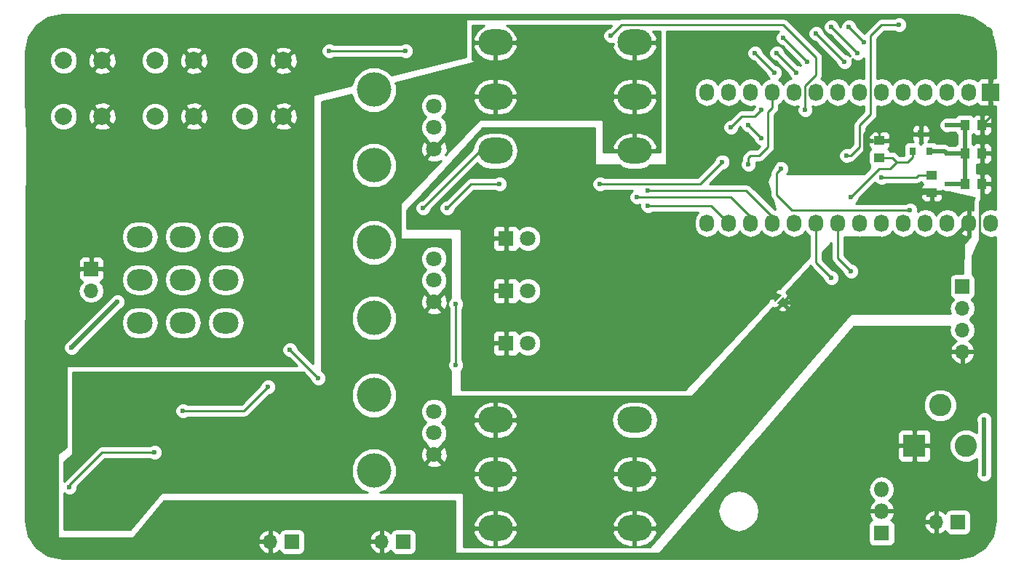
<source format=gbl>
G04 #@! TF.FileFunction,Copper,L2,Bot,Signal*
%FSLAX46Y46*%
G04 Gerber Fmt 4.6, Leading zero omitted, Abs format (unit mm)*
G04 Created by KiCad (PCBNEW 4.0.7-e2-6376~58~ubuntu14.04.1) date Mon Apr 16 00:46:33 2018*
%MOMM*%
%LPD*%
G01*
G04 APERTURE LIST*
%ADD10C,0.100000*%
%ADD11R,2.032000X2.032000*%
%ADD12O,1.727200X2.032000*%
%ADD13R,1.700000X1.700000*%
%ADD14O,1.700000X1.700000*%
%ADD15R,1.000000X1.250000*%
%ADD16R,1.250000X1.000000*%
%ADD17R,0.800000X0.900000*%
%ADD18R,2.600000X2.600000*%
%ADD19C,2.600000*%
%ADD20C,1.800000*%
%ADD21C,4.000000*%
%ADD22C,2.000000*%
%ADD23R,1.800000X1.800000*%
%ADD24O,1.800000X1.800000*%
%ADD25O,4.000000X3.000000*%
%ADD26O,3.000000X2.500000*%
%ADD27C,0.600000*%
%ADD28C,0.500000*%
%ADD29C,0.250000*%
%ADD30C,0.254000*%
G04 APERTURE END LIST*
D10*
D11*
X242570000Y-89916000D03*
D12*
X240030000Y-89916000D03*
X237490000Y-89916000D03*
X234950000Y-89916000D03*
X232410000Y-89916000D03*
X229870000Y-89916000D03*
X227330000Y-89916000D03*
X224790000Y-89916000D03*
X222250000Y-89916000D03*
X219710000Y-89916000D03*
X217170000Y-89916000D03*
X214630000Y-89916000D03*
X212090000Y-89916000D03*
X209550000Y-89916000D03*
X209550000Y-105156000D03*
X212090000Y-105156000D03*
X214630000Y-105156000D03*
X217170000Y-105156000D03*
X219710000Y-105156000D03*
X222250000Y-105156000D03*
X224790000Y-105156000D03*
X227330000Y-105156000D03*
X229870000Y-105156000D03*
X232410000Y-105156000D03*
X234950000Y-105156000D03*
X237490000Y-105156000D03*
X240030000Y-105156000D03*
X242570000Y-105156000D03*
D13*
X238760000Y-139954000D03*
D14*
X236220000Y-139954000D03*
D15*
X239538000Y-93726000D03*
X241538000Y-93726000D03*
X239538000Y-100584000D03*
X241538000Y-100584000D03*
X239538000Y-97028000D03*
X241538000Y-97028000D03*
D16*
X229616000Y-97520000D03*
X229616000Y-95520000D03*
X235712000Y-99584000D03*
X235712000Y-101584000D03*
D17*
X235392000Y-96758000D03*
X233492000Y-96758000D03*
X234442000Y-94758000D03*
D18*
X233680000Y-131064000D03*
D19*
X239680000Y-131064000D03*
X236680000Y-126364000D03*
D20*
X177800000Y-91520000D03*
X177800000Y-94020000D03*
X177800000Y-96520000D03*
D21*
X170800000Y-89620000D03*
X170800000Y-98420000D03*
D20*
X177800000Y-109300000D03*
X177800000Y-111800000D03*
X177800000Y-114300000D03*
D21*
X170800000Y-107400000D03*
X170800000Y-116200000D03*
D20*
X177800000Y-127080000D03*
X177800000Y-129580000D03*
X177800000Y-132080000D03*
D21*
X170800000Y-125180000D03*
X170800000Y-133980000D03*
D22*
X134692000Y-92710000D03*
X139192000Y-92710000D03*
X134692000Y-86210000D03*
X139192000Y-86210000D03*
X145360000Y-92710000D03*
X149860000Y-92710000D03*
X145360000Y-86210000D03*
X149860000Y-86210000D03*
X155774000Y-92710000D03*
X160274000Y-92710000D03*
X155774000Y-86210000D03*
X160274000Y-86210000D03*
D23*
X229870000Y-141224000D03*
D24*
X229870000Y-138684000D03*
X229870000Y-136144000D03*
D25*
X201140000Y-140666000D03*
X201140000Y-134366000D03*
X201140000Y-128066000D03*
X184940000Y-140666000D03*
X184940000Y-134366000D03*
X184940000Y-128066000D03*
X184940000Y-84124000D03*
X184940000Y-90424000D03*
X184940000Y-96724000D03*
X201140000Y-84124000D03*
X201140000Y-90424000D03*
X201140000Y-96724000D03*
D26*
X143590000Y-111760000D03*
X153590000Y-111760000D03*
X153590000Y-116760000D03*
X143590000Y-116760000D03*
X143590000Y-106760000D03*
X153590000Y-106760000D03*
X148590000Y-106760000D03*
X148590000Y-111760000D03*
X148590000Y-116760000D03*
D13*
X161290000Y-142240000D03*
D14*
X158750000Y-142240000D03*
D13*
X174244000Y-142240000D03*
D14*
X171704000Y-142240000D03*
D13*
X239268000Y-112522000D03*
D14*
X239268000Y-115062000D03*
X239268000Y-117602000D03*
X239268000Y-120142000D03*
D13*
X137922000Y-110490000D03*
D14*
X137922000Y-113030000D03*
D10*
G36*
X218750829Y-114511276D02*
X218397276Y-114864829D01*
X217619459Y-114511276D01*
X218397276Y-113733459D01*
X218750829Y-114511276D01*
X218750829Y-114511276D01*
G37*
G36*
X218244541Y-113580724D02*
X217466724Y-114358541D01*
X217113171Y-113580724D01*
X217466724Y-113227171D01*
X218244541Y-113580724D01*
X218244541Y-113580724D01*
G37*
D23*
X186182000Y-106934000D03*
D20*
X188722000Y-106934000D03*
D23*
X186182000Y-113030000D03*
D20*
X188722000Y-113030000D03*
D23*
X186182000Y-119126000D03*
D20*
X188722000Y-119126000D03*
D27*
X240284000Y-82550000D03*
X220726000Y-98552000D03*
X222758000Y-96520000D03*
X222758000Y-98552000D03*
X220726000Y-96520000D03*
X226314000Y-98298000D03*
X226314000Y-99314000D03*
X240284000Y-86106000D03*
X226060000Y-82296000D03*
X227838000Y-84074000D03*
X224028000Y-82296000D03*
X227076000Y-85344000D03*
X222250000Y-83058000D03*
X225552000Y-86360000D03*
X221234000Y-86360000D03*
X218440000Y-83566000D03*
X219964000Y-87630000D03*
X217678000Y-85344000D03*
X215138000Y-85344000D03*
X217424000Y-87630000D03*
X214376000Y-98298000D03*
X214376000Y-93726000D03*
X215900000Y-95250000D03*
X180340000Y-114554000D03*
X180340000Y-121666000D03*
X202692000Y-103124000D03*
X201422000Y-102108000D03*
X202692000Y-101346000D03*
X224028000Y-111506000D03*
X226314000Y-110744000D03*
X218186000Y-98806000D03*
X233172000Y-103632000D03*
X237490000Y-97028000D03*
X237490000Y-93726000D03*
X237490000Y-100584000D03*
X229870000Y-101346000D03*
X143256000Y-133350000D03*
X165354000Y-101854000D03*
X146177000Y-132969000D03*
X138176000Y-125476000D03*
X241808000Y-134366000D03*
X241808000Y-128016000D03*
X135382000Y-135890000D03*
X145288000Y-131826000D03*
X215900000Y-91948000D03*
X212344000Y-93980000D03*
X185420000Y-100584000D03*
X197104000Y-100584000D03*
X179324000Y-103378000D03*
X148590000Y-127000000D03*
X158496000Y-124206000D03*
X211328000Y-98028000D03*
X226314000Y-102108000D03*
X225806000Y-97282000D03*
X231902000Y-82042000D03*
X229870000Y-99822000D03*
X174498000Y-85090000D03*
X165608000Y-85090000D03*
X198374000Y-83312000D03*
X220980000Y-91948000D03*
X164338000Y-123190000D03*
X161036000Y-119888000D03*
X176530000Y-103378000D03*
X135636000Y-119634000D03*
X140970000Y-114300000D03*
D28*
X242062000Y-86106000D02*
X242570000Y-85598000D01*
X242062000Y-86106000D02*
X242570000Y-86614000D01*
X242570000Y-86614000D02*
X242570000Y-86868000D01*
X242570000Y-86106000D02*
X242570000Y-89916000D01*
X240284000Y-82550000D02*
X242316000Y-82550000D01*
X242316000Y-82550000D02*
X242570000Y-82804000D01*
X242570000Y-82804000D02*
X242570000Y-85598000D01*
X242570000Y-85598000D02*
X242570000Y-86106000D01*
X240284000Y-86106000D02*
X242062000Y-86106000D01*
X242062000Y-86106000D02*
X242570000Y-86106000D01*
X224790000Y-94488000D02*
X222758000Y-96520000D01*
X222758000Y-96520000D02*
X220726000Y-98552000D01*
X222758000Y-98552000D02*
X225552000Y-98552000D01*
X225552000Y-98552000D02*
X226314000Y-99314000D01*
X222758000Y-98552000D02*
X226060000Y-98552000D01*
X220726000Y-96520000D02*
X222758000Y-98552000D01*
X226060000Y-98552000D02*
X226314000Y-98298000D01*
X217424000Y-113792000D02*
X217424000Y-113030000D01*
X217424000Y-113030000D02*
X218186000Y-112268000D01*
X217424000Y-113792000D02*
X217424000Y-113284000D01*
X217424000Y-113284000D02*
X216154000Y-112014000D01*
X217424000Y-113792000D02*
X216408000Y-112776000D01*
X217424000Y-113792000D02*
X216916000Y-113792000D01*
X216916000Y-113792000D02*
X215646000Y-115062000D01*
X216916000Y-113792000D02*
X215900000Y-112776000D01*
X217424000Y-113792000D02*
X215646000Y-113792000D01*
X215646000Y-113792000D02*
X215392000Y-113538000D01*
X242570000Y-88646000D02*
X242570000Y-92202000D01*
D29*
X240538000Y-92456000D02*
X241808000Y-92456000D01*
X240538000Y-92456000D02*
X236220000Y-92456000D01*
X242570000Y-91694000D02*
X242570000Y-89916000D01*
X241808000Y-92456000D02*
X242570000Y-91694000D01*
X242570000Y-89916000D02*
X242570000Y-92202000D01*
X242570000Y-92456000D02*
X242570000Y-92694000D01*
X242570000Y-92694000D02*
X241538000Y-93726000D01*
X242570000Y-92202000D02*
X242570000Y-92456000D01*
X242570000Y-86868000D02*
X242570000Y-88646000D01*
X242570000Y-88646000D02*
X242570000Y-89916000D01*
X242570000Y-86106000D02*
X242570000Y-86868000D01*
X231648000Y-92456000D02*
X236220000Y-92456000D01*
X236220000Y-92456000D02*
X235966000Y-92456000D01*
X234442000Y-93980000D02*
X235966000Y-92456000D01*
X234442000Y-94758000D02*
X234442000Y-93980000D01*
X230886000Y-92456000D02*
X230124000Y-92456000D01*
X227838000Y-94742000D02*
X230124000Y-92456000D01*
X227838000Y-96774000D02*
X227838000Y-94742000D01*
X226314000Y-98298000D02*
X227838000Y-96774000D01*
X226314000Y-99314000D02*
X226568000Y-99314000D01*
X228346000Y-94996000D02*
X230886000Y-92456000D01*
X228346000Y-97536000D02*
X228346000Y-94996000D01*
X226568000Y-99314000D02*
X228346000Y-97536000D01*
X229616000Y-94488000D02*
X231648000Y-92456000D01*
X229616000Y-95520000D02*
X229616000Y-94488000D01*
X230886000Y-92456000D02*
X231648000Y-92456000D01*
X233680000Y-138176000D02*
X234188000Y-138684000D01*
X234696000Y-139954000D02*
X236220000Y-139954000D01*
X234188000Y-139446000D02*
X234696000Y-139954000D01*
X234188000Y-138684000D02*
X234188000Y-139446000D01*
X229870000Y-138684000D02*
X233172000Y-138684000D01*
X233680000Y-138176000D02*
X233680000Y-131064000D01*
X233172000Y-138684000D02*
X233680000Y-138176000D01*
X233680000Y-131064000D02*
X235966000Y-131064000D01*
X241538000Y-102378000D02*
X241300000Y-102616000D01*
X241300000Y-102616000D02*
X241300000Y-103886000D01*
X241300000Y-103886000D02*
X241300000Y-108458000D01*
X241300000Y-108458000D02*
X243078000Y-110236000D01*
X243078000Y-110236000D02*
X243078000Y-123952000D01*
X243078000Y-123952000D02*
X239776000Y-127254000D01*
X241538000Y-102378000D02*
X241538000Y-100584000D01*
X235966000Y-131064000D02*
X239776000Y-127254000D01*
X241538000Y-100584000D02*
X241538000Y-97028000D01*
X241538000Y-93726000D02*
X241538000Y-97028000D01*
X226060000Y-82296000D02*
X227838000Y-84074000D01*
X224028000Y-82296000D02*
X227076000Y-85344000D01*
X222250000Y-83058000D02*
X225552000Y-86360000D01*
X218440000Y-83566000D02*
X221234000Y-86360000D01*
X217678000Y-85344000D02*
X219964000Y-87630000D01*
X215138000Y-85344000D02*
X217424000Y-87630000D01*
X215646000Y-97282000D02*
X216662000Y-96266000D01*
X214630000Y-97282000D02*
X215646000Y-97282000D01*
X214376000Y-97536000D02*
X214630000Y-97282000D01*
X214376000Y-98298000D02*
X214376000Y-97536000D01*
X216662000Y-92456000D02*
X216662000Y-92202000D01*
X216662000Y-92456000D02*
X216662000Y-96266000D01*
X217170000Y-91694000D02*
X217170000Y-89916000D01*
X216662000Y-92202000D02*
X217170000Y-91694000D01*
X214376000Y-93726000D02*
X215900000Y-95250000D01*
X180340000Y-121666000D02*
X180340000Y-114554000D01*
X202692000Y-103124000D02*
X210058000Y-103124000D01*
X212090000Y-105156000D02*
X210058000Y-103124000D01*
X213360000Y-103124000D02*
X212344000Y-102108000D01*
X214630000Y-104394000D02*
X213360000Y-103124000D01*
X212344000Y-102108000D02*
X201422000Y-102108000D01*
X214630000Y-104394000D02*
X214630000Y-105156000D01*
X201422000Y-102108000D02*
X201676000Y-102108000D01*
X217170000Y-104394000D02*
X214122000Y-101346000D01*
X202692000Y-101346000D02*
X214122000Y-101346000D01*
X217170000Y-104394000D02*
X217170000Y-105156000D01*
X222250000Y-108966000D02*
X222250000Y-109728000D01*
X222250000Y-108966000D02*
X222250000Y-105156000D01*
X222250000Y-109728000D02*
X224028000Y-111506000D01*
X224790000Y-106426000D02*
X224790000Y-109220000D01*
X224790000Y-105156000D02*
X224790000Y-106426000D01*
X224790000Y-109220000D02*
X226314000Y-110744000D01*
X224790000Y-106172000D02*
X224790000Y-105156000D01*
X217678000Y-101854000D02*
X217678000Y-99314000D01*
X233172000Y-103632000D02*
X227076000Y-103632000D01*
X227076000Y-103632000D02*
X225298000Y-103632000D01*
X225298000Y-103632000D02*
X219456000Y-103632000D01*
X219456000Y-103632000D02*
X217678000Y-101854000D01*
X217678000Y-99314000D02*
X218186000Y-98806000D01*
D28*
X235392000Y-96758000D02*
X237220000Y-96758000D01*
X237220000Y-96758000D02*
X237490000Y-97028000D01*
X237490000Y-93726000D02*
X239538000Y-93726000D01*
X239538000Y-93726000D02*
X239538000Y-97028000D01*
X239538000Y-97028000D02*
X237490000Y-97028000D01*
X237490000Y-97028000D02*
X239538000Y-97028000D01*
X239538000Y-97028000D02*
X239538000Y-100584000D01*
X239538000Y-100584000D02*
X237490000Y-100584000D01*
D29*
X237490000Y-100584000D02*
X239538000Y-100584000D01*
X239538000Y-97028000D02*
X237490000Y-97028000D01*
X239538000Y-97028000D02*
X239538000Y-95250000D01*
X239538000Y-95250000D02*
X239538000Y-93726000D01*
X239538000Y-98044000D02*
X239538000Y-97028000D01*
X239538000Y-98044000D02*
X239538000Y-100584000D01*
X239538000Y-98298000D02*
X239538000Y-98044000D01*
D28*
X218291210Y-114405210D02*
X230780790Y-114405210D01*
X230780790Y-114405210D02*
X240030000Y-105156000D01*
X235474000Y-101346000D02*
X231394000Y-101346000D01*
X231394000Y-101346000D02*
X229870000Y-101346000D01*
X235474000Y-101346000D02*
X235712000Y-101584000D01*
X241808000Y-134366000D02*
X241808000Y-133096000D01*
X241808000Y-133096000D02*
X241808000Y-128016000D01*
D29*
X241808000Y-133096000D02*
X241808000Y-128016000D01*
X139192000Y-131826000D02*
X145288000Y-131826000D01*
X135382000Y-135636000D02*
X135382000Y-135890000D01*
X139192000Y-131826000D02*
X135382000Y-135636000D01*
X213614000Y-92710000D02*
X212344000Y-93980000D01*
X215138000Y-92710000D02*
X213614000Y-92710000D01*
X215900000Y-91948000D02*
X215138000Y-92710000D01*
X197866000Y-100584000D02*
X197104000Y-100584000D01*
X185420000Y-100584000D02*
X184658000Y-100584000D01*
X183388000Y-100584000D02*
X182118000Y-100584000D01*
X183388000Y-100584000D02*
X184658000Y-100584000D01*
X182118000Y-100584000D02*
X179324000Y-103378000D01*
X158496000Y-124206000D02*
X155702000Y-127000000D01*
X155702000Y-127000000D02*
X148590000Y-127000000D01*
X208772000Y-100584000D02*
X197866000Y-100584000D01*
X208772000Y-100584000D02*
X211328000Y-98028000D01*
X231648000Y-98044000D02*
X232918000Y-98044000D01*
X233492000Y-97470000D02*
X233492000Y-96758000D01*
X232918000Y-98044000D02*
X233492000Y-97470000D01*
X226314000Y-102108000D02*
X229616000Y-98806000D01*
X230886000Y-98806000D02*
X231648000Y-98044000D01*
X229616000Y-98806000D02*
X230886000Y-98806000D01*
X231124000Y-97520000D02*
X229616000Y-97520000D01*
X231648000Y-98044000D02*
X231124000Y-97520000D01*
X228600000Y-83312000D02*
X229870000Y-82042000D01*
X229870000Y-82042000D02*
X231902000Y-82042000D01*
X225806000Y-97282000D02*
X226314000Y-97282000D01*
X226314000Y-97282000D02*
X227330000Y-96266000D01*
X227330000Y-96266000D02*
X227330000Y-93726000D01*
X227330000Y-93726000D02*
X228600000Y-92456000D01*
X228600000Y-92456000D02*
X228600000Y-83312000D01*
X229870000Y-99822000D02*
X233934000Y-99822000D01*
X234172000Y-99584000D02*
X235712000Y-99584000D01*
X233934000Y-99822000D02*
X234172000Y-99584000D01*
X218440000Y-82042000D02*
X220980000Y-84582000D01*
X220980000Y-84582000D02*
X222250000Y-85852000D01*
X222250000Y-85852000D02*
X222250000Y-86360000D01*
X165608000Y-85090000D02*
X174498000Y-85090000D01*
X218440000Y-82042000D02*
X200152000Y-82042000D01*
X198374000Y-83312000D02*
X199644000Y-82042000D01*
X199644000Y-82042000D02*
X200152000Y-82042000D01*
X220980000Y-89154000D02*
X220980000Y-91948000D01*
X222250000Y-86360000D02*
X222250000Y-87884000D01*
X222250000Y-87884000D02*
X220980000Y-89154000D01*
X222250000Y-86106000D02*
X222250000Y-86360000D01*
X164338000Y-123190000D02*
X161036000Y-119888000D01*
X184940000Y-96724000D02*
X183184000Y-96724000D01*
X183184000Y-96724000D02*
X176530000Y-103378000D01*
D28*
X135636000Y-119634000D02*
X140970000Y-114300000D01*
D30*
G36*
X240466634Y-81209957D02*
X241845629Y-82131371D01*
X242767043Y-83510366D01*
X243105000Y-85209390D01*
X243105000Y-88265000D01*
X242855750Y-88265000D01*
X242697000Y-88423750D01*
X242697000Y-88773000D01*
X242443000Y-88773000D01*
X242443000Y-88423750D01*
X242284250Y-88265000D01*
X241427690Y-88265000D01*
X241194301Y-88361673D01*
X241015673Y-88540302D01*
X240989122Y-88604401D01*
X240603489Y-88346729D01*
X240030000Y-88232655D01*
X239456511Y-88346729D01*
X238970330Y-88671585D01*
X238760000Y-88986366D01*
X238549670Y-88671585D01*
X238063489Y-88346729D01*
X237490000Y-88232655D01*
X236916511Y-88346729D01*
X236430330Y-88671585D01*
X236220000Y-88986366D01*
X236009670Y-88671585D01*
X235523489Y-88346729D01*
X234950000Y-88232655D01*
X234376511Y-88346729D01*
X233890330Y-88671585D01*
X233680000Y-88986366D01*
X233469670Y-88671585D01*
X232983489Y-88346729D01*
X232410000Y-88232655D01*
X231836511Y-88346729D01*
X231350330Y-88671585D01*
X231140000Y-88986366D01*
X230929670Y-88671585D01*
X230443489Y-88346729D01*
X229870000Y-88232655D01*
X229360000Y-88334100D01*
X229360000Y-83626802D01*
X230184802Y-82802000D01*
X231339537Y-82802000D01*
X231371673Y-82834192D01*
X231715201Y-82976838D01*
X232087167Y-82977162D01*
X232430943Y-82835117D01*
X232694192Y-82572327D01*
X232836838Y-82228799D01*
X232837162Y-81856833D01*
X232695117Y-81513057D01*
X232432327Y-81249808D01*
X232088799Y-81107162D01*
X231716833Y-81106838D01*
X231373057Y-81248883D01*
X231339882Y-81282000D01*
X229870000Y-81282000D01*
X229579160Y-81339852D01*
X229332599Y-81504599D01*
X228062599Y-82774599D01*
X227897852Y-83021161D01*
X227891566Y-83052764D01*
X226995122Y-82156320D01*
X226995162Y-82110833D01*
X226853117Y-81767057D01*
X226590327Y-81503808D01*
X226246799Y-81361162D01*
X225874833Y-81360838D01*
X225531057Y-81502883D01*
X225267808Y-81765673D01*
X225125162Y-82109201D01*
X225124980Y-82318178D01*
X224963122Y-82156320D01*
X224963162Y-82110833D01*
X224821117Y-81767057D01*
X224558327Y-81503808D01*
X224214799Y-81361162D01*
X223842833Y-81360838D01*
X223499057Y-81502883D01*
X223235808Y-81765673D01*
X223093162Y-82109201D01*
X223092838Y-82481167D01*
X223234883Y-82824943D01*
X223497673Y-83088192D01*
X223841201Y-83230838D01*
X223888077Y-83230879D01*
X226140878Y-85483680D01*
X226140838Y-85529167D01*
X226209402Y-85695105D01*
X226082327Y-85567808D01*
X225738799Y-85425162D01*
X225691923Y-85425121D01*
X223185122Y-82918320D01*
X223185162Y-82872833D01*
X223043117Y-82529057D01*
X222780327Y-82265808D01*
X222436799Y-82123162D01*
X222064833Y-82122838D01*
X221721057Y-82264883D01*
X221457808Y-82527673D01*
X221315162Y-82871201D01*
X221314838Y-83243167D01*
X221456883Y-83586943D01*
X221719673Y-83850192D01*
X222063201Y-83992838D01*
X222110077Y-83992879D01*
X224616878Y-86499680D01*
X224616838Y-86545167D01*
X224758883Y-86888943D01*
X225021673Y-87152192D01*
X225365201Y-87294838D01*
X225737167Y-87295162D01*
X226080943Y-87153117D01*
X226344192Y-86890327D01*
X226486838Y-86546799D01*
X226487162Y-86174833D01*
X226418598Y-86008895D01*
X226545673Y-86136192D01*
X226889201Y-86278838D01*
X227261167Y-86279162D01*
X227604943Y-86137117D01*
X227840000Y-85902470D01*
X227840000Y-88334100D01*
X227330000Y-88232655D01*
X226756511Y-88346729D01*
X226270330Y-88671585D01*
X226060000Y-88986366D01*
X225849670Y-88671585D01*
X225363489Y-88346729D01*
X224790000Y-88232655D01*
X224216511Y-88346729D01*
X223730330Y-88671585D01*
X223520000Y-88986366D01*
X223309670Y-88671585D01*
X222833034Y-88353107D01*
X222952148Y-88174840D01*
X223010000Y-87884000D01*
X223010000Y-85852000D01*
X222952148Y-85561161D01*
X222952148Y-85561160D01*
X222787401Y-85314599D01*
X218977401Y-81504599D01*
X218730839Y-81339852D01*
X218440000Y-81282000D01*
X199644000Y-81282000D01*
X199353160Y-81339852D01*
X199252666Y-81407000D01*
X181610000Y-81407000D01*
X181560590Y-81417006D01*
X181518965Y-81445447D01*
X181491685Y-81487841D01*
X181483000Y-81534000D01*
X181483000Y-85752842D01*
X172823813Y-87917639D01*
X172294557Y-87387458D01*
X171326433Y-86985458D01*
X170278166Y-86984543D01*
X169309342Y-87384853D01*
X168567458Y-88125443D01*
X168170712Y-89080914D01*
X163799198Y-90173792D01*
X163753690Y-90195483D01*
X163720206Y-90233170D01*
X163703000Y-90297000D01*
X163703000Y-121480198D01*
X161971122Y-119748320D01*
X161971162Y-119702833D01*
X161829117Y-119359057D01*
X161566327Y-119095808D01*
X161222799Y-118953162D01*
X160850833Y-118952838D01*
X160507057Y-119094883D01*
X160243808Y-119357673D01*
X160101162Y-119701201D01*
X160100838Y-120073167D01*
X160242883Y-120416943D01*
X160505673Y-120680192D01*
X160849201Y-120822838D01*
X160896077Y-120822879D01*
X161866198Y-121793000D01*
X135128000Y-121793000D01*
X135078590Y-121803006D01*
X135036965Y-121831447D01*
X135009685Y-121873841D01*
X135001000Y-121920000D01*
X135001000Y-131254500D01*
X134035800Y-131978400D01*
X134002275Y-132016051D01*
X133985000Y-132080000D01*
X133985000Y-141732000D01*
X133995006Y-141781410D01*
X134023447Y-141823035D01*
X134065841Y-141850315D01*
X134112000Y-141859000D01*
X142748000Y-141859000D01*
X142797410Y-141848994D01*
X142846035Y-141812735D01*
X146363934Y-137541000D01*
X180213000Y-137541000D01*
X180213000Y-143510000D01*
X180223006Y-143559410D01*
X180251447Y-143601035D01*
X180293841Y-143628315D01*
X180340000Y-143637000D01*
X203962000Y-143637000D01*
X204011410Y-143626994D01*
X204058491Y-143592574D01*
X208299083Y-138637275D01*
X210825000Y-138637275D01*
X210825000Y-138730725D01*
X211006547Y-139643425D01*
X211523550Y-140417175D01*
X212297300Y-140934178D01*
X213210000Y-141115725D01*
X214122700Y-140934178D01*
X214896450Y-140417175D01*
X214958707Y-140324000D01*
X228322560Y-140324000D01*
X228322560Y-142124000D01*
X228366838Y-142359317D01*
X228505910Y-142575441D01*
X228718110Y-142720431D01*
X228970000Y-142771440D01*
X230770000Y-142771440D01*
X231005317Y-142727162D01*
X231221441Y-142588090D01*
X231366431Y-142375890D01*
X231417440Y-142124000D01*
X231417440Y-140324000D01*
X231414974Y-140310892D01*
X234778514Y-140310892D01*
X235024817Y-140835358D01*
X235453076Y-141225645D01*
X235863110Y-141395476D01*
X236093000Y-141274155D01*
X236093000Y-140081000D01*
X234899181Y-140081000D01*
X234778514Y-140310892D01*
X231414974Y-140310892D01*
X231373162Y-140088683D01*
X231234090Y-139872559D01*
X231021890Y-139727569D01*
X230970854Y-139717234D01*
X231101929Y-139597108D01*
X234778514Y-139597108D01*
X234899181Y-139827000D01*
X236093000Y-139827000D01*
X236093000Y-138633845D01*
X236347000Y-138633845D01*
X236347000Y-139827000D01*
X236367000Y-139827000D01*
X236367000Y-140081000D01*
X236347000Y-140081000D01*
X236347000Y-141274155D01*
X236576890Y-141395476D01*
X236986924Y-141225645D01*
X237289937Y-140949499D01*
X237306838Y-141039317D01*
X237445910Y-141255441D01*
X237658110Y-141400431D01*
X237910000Y-141451440D01*
X239610000Y-141451440D01*
X239845317Y-141407162D01*
X240061441Y-141268090D01*
X240206431Y-141055890D01*
X240257440Y-140804000D01*
X240257440Y-139104000D01*
X240213162Y-138868683D01*
X240074090Y-138652559D01*
X239861890Y-138507569D01*
X239610000Y-138456560D01*
X237910000Y-138456560D01*
X237674683Y-138500838D01*
X237458559Y-138639910D01*
X237313569Y-138852110D01*
X237291699Y-138960107D01*
X236986924Y-138682355D01*
X236576890Y-138512524D01*
X236347000Y-138633845D01*
X236093000Y-138633845D01*
X235863110Y-138512524D01*
X235453076Y-138682355D01*
X235024817Y-139072642D01*
X234778514Y-139597108D01*
X231101929Y-139597108D01*
X231107966Y-139591576D01*
X231361046Y-139048742D01*
X231240997Y-138811000D01*
X229997000Y-138811000D01*
X229997000Y-138831000D01*
X229743000Y-138831000D01*
X229743000Y-138811000D01*
X228499003Y-138811000D01*
X228378954Y-139048742D01*
X228632034Y-139591576D01*
X228766538Y-139714844D01*
X228734683Y-139720838D01*
X228518559Y-139859910D01*
X228373569Y-140072110D01*
X228322560Y-140324000D01*
X214958707Y-140324000D01*
X215413453Y-139643425D01*
X215595000Y-138730725D01*
X215595000Y-138637275D01*
X215413453Y-137724575D01*
X214896450Y-136950825D01*
X214122700Y-136433822D01*
X213210000Y-136252275D01*
X212297300Y-136433822D01*
X211523550Y-136950825D01*
X211006547Y-137724575D01*
X210825000Y-138637275D01*
X208299083Y-138637275D01*
X210458485Y-136113928D01*
X228335000Y-136113928D01*
X228335000Y-136174072D01*
X228451845Y-136761491D01*
X228784591Y-137259481D01*
X229022582Y-137418501D01*
X228632034Y-137776424D01*
X228378954Y-138319258D01*
X228499003Y-138557000D01*
X229743000Y-138557000D01*
X229743000Y-138537000D01*
X229997000Y-138537000D01*
X229997000Y-138557000D01*
X231240997Y-138557000D01*
X231361046Y-138319258D01*
X231107966Y-137776424D01*
X230717418Y-137418501D01*
X230955409Y-137259481D01*
X231288155Y-136761491D01*
X231405000Y-136174072D01*
X231405000Y-136113928D01*
X231288155Y-135526509D01*
X230955409Y-135028519D01*
X230457419Y-134695773D01*
X229870000Y-134578928D01*
X229282581Y-134695773D01*
X228784591Y-135028519D01*
X228451845Y-135526509D01*
X228335000Y-136113928D01*
X210458485Y-136113928D01*
X214535522Y-131349750D01*
X231745000Y-131349750D01*
X231745000Y-132490309D01*
X231841673Y-132723698D01*
X232020301Y-132902327D01*
X232253690Y-132999000D01*
X233394250Y-132999000D01*
X233553000Y-132840250D01*
X233553000Y-131191000D01*
X233807000Y-131191000D01*
X233807000Y-132840250D01*
X233965750Y-132999000D01*
X235106310Y-132999000D01*
X235339699Y-132902327D01*
X235518327Y-132723698D01*
X235615000Y-132490309D01*
X235615000Y-131447207D01*
X237744665Y-131447207D01*
X238038630Y-132158658D01*
X238582479Y-132703457D01*
X239293416Y-132998663D01*
X240063207Y-132999335D01*
X240774658Y-132705370D01*
X240923000Y-132557287D01*
X240923000Y-134059178D01*
X240873162Y-134179201D01*
X240872838Y-134551167D01*
X241014883Y-134894943D01*
X241277673Y-135158192D01*
X241621201Y-135300838D01*
X241993167Y-135301162D01*
X242336943Y-135159117D01*
X242600192Y-134896327D01*
X242742838Y-134552799D01*
X242743162Y-134180833D01*
X242693000Y-134059431D01*
X242693000Y-128322822D01*
X242742838Y-128202799D01*
X242743162Y-127830833D01*
X242601117Y-127487057D01*
X242338327Y-127223808D01*
X241994799Y-127081162D01*
X241622833Y-127080838D01*
X241279057Y-127222883D01*
X241015808Y-127485673D01*
X240873162Y-127829201D01*
X240872838Y-128201167D01*
X240923000Y-128322569D01*
X240923000Y-129570276D01*
X240777521Y-129424543D01*
X240066584Y-129129337D01*
X239296793Y-129128665D01*
X238585342Y-129422630D01*
X238040543Y-129966479D01*
X237745337Y-130677416D01*
X237744665Y-131447207D01*
X235615000Y-131447207D01*
X235615000Y-131349750D01*
X235456250Y-131191000D01*
X233807000Y-131191000D01*
X233553000Y-131191000D01*
X231903750Y-131191000D01*
X231745000Y-131349750D01*
X214535522Y-131349750D01*
X216000649Y-129637691D01*
X231745000Y-129637691D01*
X231745000Y-130778250D01*
X231903750Y-130937000D01*
X233553000Y-130937000D01*
X233553000Y-129287750D01*
X233807000Y-129287750D01*
X233807000Y-130937000D01*
X235456250Y-130937000D01*
X235615000Y-130778250D01*
X235615000Y-129637691D01*
X235518327Y-129404302D01*
X235339699Y-129225673D01*
X235106310Y-129129000D01*
X233965750Y-129129000D01*
X233807000Y-129287750D01*
X233553000Y-129287750D01*
X233394250Y-129129000D01*
X232253690Y-129129000D01*
X232020301Y-129225673D01*
X231841673Y-129404302D01*
X231745000Y-129637691D01*
X216000649Y-129637691D01*
X218474236Y-126747207D01*
X234744665Y-126747207D01*
X235038630Y-127458658D01*
X235582479Y-128003457D01*
X236293416Y-128298663D01*
X237063207Y-128299335D01*
X237774658Y-128005370D01*
X238319457Y-127461521D01*
X238614663Y-126750584D01*
X238615335Y-125980793D01*
X238321370Y-125269342D01*
X237777521Y-124724543D01*
X237066584Y-124429337D01*
X236296793Y-124428665D01*
X235585342Y-124722630D01*
X235040543Y-125266479D01*
X234745337Y-125977416D01*
X234744665Y-126747207D01*
X218474236Y-126747207D01*
X223821354Y-120498890D01*
X237826524Y-120498890D01*
X237996355Y-120908924D01*
X238386642Y-121337183D01*
X238911108Y-121583486D01*
X239141000Y-121462819D01*
X239141000Y-120269000D01*
X239395000Y-120269000D01*
X239395000Y-121462819D01*
X239624892Y-121583486D01*
X240149358Y-121337183D01*
X240539645Y-120908924D01*
X240709476Y-120498890D01*
X240588155Y-120269000D01*
X239395000Y-120269000D01*
X239141000Y-120269000D01*
X237947845Y-120269000D01*
X237826524Y-120498890D01*
X223821354Y-120498890D01*
X226626473Y-117221000D01*
X237829693Y-117221000D01*
X237753907Y-117602000D01*
X237866946Y-118170285D01*
X238188853Y-118652054D01*
X238529553Y-118879702D01*
X238386642Y-118946817D01*
X237996355Y-119375076D01*
X237826524Y-119785110D01*
X237947845Y-120015000D01*
X239141000Y-120015000D01*
X239141000Y-119995000D01*
X239395000Y-119995000D01*
X239395000Y-120015000D01*
X240588155Y-120015000D01*
X240709476Y-119785110D01*
X240539645Y-119375076D01*
X240149358Y-118946817D01*
X240006447Y-118879702D01*
X240347147Y-118652054D01*
X240669054Y-118170285D01*
X240782093Y-117602000D01*
X240669054Y-117033715D01*
X240347147Y-116551946D01*
X240157000Y-116424894D01*
X240157000Y-116239106D01*
X240347147Y-116112054D01*
X240669054Y-115630285D01*
X240782093Y-115062000D01*
X240669054Y-114493715D01*
X240347147Y-114011946D01*
X240305548Y-113984150D01*
X240353317Y-113975162D01*
X240569441Y-113836090D01*
X240714431Y-113623890D01*
X240765440Y-113372000D01*
X240765440Y-111672000D01*
X240721162Y-111436683D01*
X240582090Y-111220559D01*
X240402162Y-111097619D01*
X240416333Y-111072111D01*
X240431582Y-111024059D01*
X240426935Y-110973861D01*
X240411000Y-110944123D01*
X240411000Y-108990460D01*
X240907959Y-107748062D01*
X241413592Y-106736796D01*
X241427000Y-106680000D01*
X241427000Y-106275703D01*
X241510330Y-106400415D01*
X241996511Y-106725271D01*
X242570000Y-106839345D01*
X243105000Y-106732927D01*
X243105000Y-139834610D01*
X242767043Y-141533634D01*
X241845629Y-142912629D01*
X240466634Y-143834043D01*
X238767610Y-144172000D01*
X134612390Y-144172000D01*
X132913366Y-143834043D01*
X131534371Y-142912629D01*
X131323403Y-142596892D01*
X157308514Y-142596892D01*
X157554817Y-143121358D01*
X157983076Y-143511645D01*
X158393110Y-143681476D01*
X158623000Y-143560155D01*
X158623000Y-142367000D01*
X157429181Y-142367000D01*
X157308514Y-142596892D01*
X131323403Y-142596892D01*
X130846468Y-141883108D01*
X157308514Y-141883108D01*
X157429181Y-142113000D01*
X158623000Y-142113000D01*
X158623000Y-140919845D01*
X158877000Y-140919845D01*
X158877000Y-142113000D01*
X158897000Y-142113000D01*
X158897000Y-142367000D01*
X158877000Y-142367000D01*
X158877000Y-143560155D01*
X159106890Y-143681476D01*
X159516924Y-143511645D01*
X159819937Y-143235499D01*
X159836838Y-143325317D01*
X159975910Y-143541441D01*
X160188110Y-143686431D01*
X160440000Y-143737440D01*
X162140000Y-143737440D01*
X162375317Y-143693162D01*
X162591441Y-143554090D01*
X162736431Y-143341890D01*
X162787440Y-143090000D01*
X162787440Y-142596892D01*
X170262514Y-142596892D01*
X170508817Y-143121358D01*
X170937076Y-143511645D01*
X171347110Y-143681476D01*
X171577000Y-143560155D01*
X171577000Y-142367000D01*
X170383181Y-142367000D01*
X170262514Y-142596892D01*
X162787440Y-142596892D01*
X162787440Y-141883108D01*
X170262514Y-141883108D01*
X170383181Y-142113000D01*
X171577000Y-142113000D01*
X171577000Y-140919845D01*
X171831000Y-140919845D01*
X171831000Y-142113000D01*
X171851000Y-142113000D01*
X171851000Y-142367000D01*
X171831000Y-142367000D01*
X171831000Y-143560155D01*
X172060890Y-143681476D01*
X172470924Y-143511645D01*
X172773937Y-143235499D01*
X172790838Y-143325317D01*
X172929910Y-143541441D01*
X173142110Y-143686431D01*
X173394000Y-143737440D01*
X175094000Y-143737440D01*
X175329317Y-143693162D01*
X175545441Y-143554090D01*
X175690431Y-143341890D01*
X175741440Y-143090000D01*
X175741440Y-141390000D01*
X175697162Y-141154683D01*
X175558090Y-140938559D01*
X175345890Y-140793569D01*
X175094000Y-140742560D01*
X173394000Y-140742560D01*
X173158683Y-140786838D01*
X172942559Y-140925910D01*
X172797569Y-141138110D01*
X172775699Y-141246107D01*
X172470924Y-140968355D01*
X172060890Y-140798524D01*
X171831000Y-140919845D01*
X171577000Y-140919845D01*
X171347110Y-140798524D01*
X170937076Y-140968355D01*
X170508817Y-141358642D01*
X170262514Y-141883108D01*
X162787440Y-141883108D01*
X162787440Y-141390000D01*
X162743162Y-141154683D01*
X162604090Y-140938559D01*
X162391890Y-140793569D01*
X162140000Y-140742560D01*
X160440000Y-140742560D01*
X160204683Y-140786838D01*
X159988559Y-140925910D01*
X159843569Y-141138110D01*
X159821699Y-141246107D01*
X159516924Y-140968355D01*
X159106890Y-140798524D01*
X158877000Y-140919845D01*
X158623000Y-140919845D01*
X158393110Y-140798524D01*
X157983076Y-140968355D01*
X157554817Y-141358642D01*
X157308514Y-141883108D01*
X130846468Y-141883108D01*
X130612957Y-141533634D01*
X130275000Y-139834610D01*
X130275000Y-124926224D01*
X130301056Y-119819167D01*
X134700838Y-119819167D01*
X134842883Y-120162943D01*
X135105673Y-120426192D01*
X135449201Y-120568838D01*
X135821167Y-120569162D01*
X136164943Y-120427117D01*
X136428192Y-120164327D01*
X136478566Y-120043014D01*
X139761579Y-116760000D01*
X141413173Y-116760000D01*
X141556660Y-117481358D01*
X141965277Y-118092896D01*
X142576815Y-118501513D01*
X143298173Y-118645000D01*
X143881827Y-118645000D01*
X144603185Y-118501513D01*
X145214723Y-118092896D01*
X145623340Y-117481358D01*
X145766827Y-116760000D01*
X146413173Y-116760000D01*
X146556660Y-117481358D01*
X146965277Y-118092896D01*
X147576815Y-118501513D01*
X148298173Y-118645000D01*
X148881827Y-118645000D01*
X149603185Y-118501513D01*
X150214723Y-118092896D01*
X150623340Y-117481358D01*
X150766827Y-116760000D01*
X151413173Y-116760000D01*
X151556660Y-117481358D01*
X151965277Y-118092896D01*
X152576815Y-118501513D01*
X153298173Y-118645000D01*
X153881827Y-118645000D01*
X154603185Y-118501513D01*
X155214723Y-118092896D01*
X155623340Y-117481358D01*
X155766827Y-116760000D01*
X155623340Y-116038642D01*
X155214723Y-115427104D01*
X154603185Y-115018487D01*
X153881827Y-114875000D01*
X153298173Y-114875000D01*
X152576815Y-115018487D01*
X151965277Y-115427104D01*
X151556660Y-116038642D01*
X151413173Y-116760000D01*
X150766827Y-116760000D01*
X150623340Y-116038642D01*
X150214723Y-115427104D01*
X149603185Y-115018487D01*
X148881827Y-114875000D01*
X148298173Y-114875000D01*
X147576815Y-115018487D01*
X146965277Y-115427104D01*
X146556660Y-116038642D01*
X146413173Y-116760000D01*
X145766827Y-116760000D01*
X145623340Y-116038642D01*
X145214723Y-115427104D01*
X144603185Y-115018487D01*
X143881827Y-114875000D01*
X143298173Y-114875000D01*
X142576815Y-115018487D01*
X141965277Y-115427104D01*
X141556660Y-116038642D01*
X141413173Y-116760000D01*
X139761579Y-116760000D01*
X141378834Y-115142745D01*
X141498943Y-115093117D01*
X141762192Y-114830327D01*
X141904838Y-114486799D01*
X141905162Y-114114833D01*
X141763117Y-113771057D01*
X141500327Y-113507808D01*
X141156799Y-113365162D01*
X140784833Y-113364838D01*
X140441057Y-113506883D01*
X140177808Y-113769673D01*
X140127434Y-113890987D01*
X135227164Y-118791256D01*
X135107057Y-118840883D01*
X134843808Y-119103673D01*
X134701162Y-119447201D01*
X134700838Y-119819167D01*
X130301056Y-119819167D01*
X130335694Y-113030000D01*
X136407907Y-113030000D01*
X136520946Y-113598285D01*
X136842853Y-114080054D01*
X137324622Y-114401961D01*
X137892907Y-114515000D01*
X137951093Y-114515000D01*
X138519378Y-114401961D01*
X139001147Y-114080054D01*
X139323054Y-113598285D01*
X139436093Y-113030000D01*
X139323054Y-112461715D01*
X139001147Y-111979946D01*
X138957223Y-111950597D01*
X139131698Y-111878327D01*
X139250025Y-111760000D01*
X141413173Y-111760000D01*
X141556660Y-112481358D01*
X141965277Y-113092896D01*
X142576815Y-113501513D01*
X143298173Y-113645000D01*
X143881827Y-113645000D01*
X144603185Y-113501513D01*
X145214723Y-113092896D01*
X145623340Y-112481358D01*
X145766827Y-111760000D01*
X146413173Y-111760000D01*
X146556660Y-112481358D01*
X146965277Y-113092896D01*
X147576815Y-113501513D01*
X148298173Y-113645000D01*
X148881827Y-113645000D01*
X149603185Y-113501513D01*
X150214723Y-113092896D01*
X150623340Y-112481358D01*
X150766827Y-111760000D01*
X151413173Y-111760000D01*
X151556660Y-112481358D01*
X151965277Y-113092896D01*
X152576815Y-113501513D01*
X153298173Y-113645000D01*
X153881827Y-113645000D01*
X154603185Y-113501513D01*
X155214723Y-113092896D01*
X155623340Y-112481358D01*
X155766827Y-111760000D01*
X155623340Y-111038642D01*
X155214723Y-110427104D01*
X154603185Y-110018487D01*
X153881827Y-109875000D01*
X153298173Y-109875000D01*
X152576815Y-110018487D01*
X151965277Y-110427104D01*
X151556660Y-111038642D01*
X151413173Y-111760000D01*
X150766827Y-111760000D01*
X150623340Y-111038642D01*
X150214723Y-110427104D01*
X149603185Y-110018487D01*
X148881827Y-109875000D01*
X148298173Y-109875000D01*
X147576815Y-110018487D01*
X146965277Y-110427104D01*
X146556660Y-111038642D01*
X146413173Y-111760000D01*
X145766827Y-111760000D01*
X145623340Y-111038642D01*
X145214723Y-110427104D01*
X144603185Y-110018487D01*
X143881827Y-109875000D01*
X143298173Y-109875000D01*
X142576815Y-110018487D01*
X141965277Y-110427104D01*
X141556660Y-111038642D01*
X141413173Y-111760000D01*
X139250025Y-111760000D01*
X139310327Y-111699699D01*
X139407000Y-111466310D01*
X139407000Y-110775750D01*
X139248250Y-110617000D01*
X138049000Y-110617000D01*
X138049000Y-110637000D01*
X137795000Y-110637000D01*
X137795000Y-110617000D01*
X136595750Y-110617000D01*
X136437000Y-110775750D01*
X136437000Y-111466310D01*
X136533673Y-111699699D01*
X136712302Y-111878327D01*
X136886777Y-111950597D01*
X136842853Y-111979946D01*
X136520946Y-112461715D01*
X136407907Y-113030000D01*
X130335694Y-113030000D01*
X130353634Y-109513690D01*
X136437000Y-109513690D01*
X136437000Y-110204250D01*
X136595750Y-110363000D01*
X137795000Y-110363000D01*
X137795000Y-109163750D01*
X138049000Y-109163750D01*
X138049000Y-110363000D01*
X139248250Y-110363000D01*
X139407000Y-110204250D01*
X139407000Y-109513690D01*
X139310327Y-109280301D01*
X139131698Y-109101673D01*
X138898309Y-109005000D01*
X138207750Y-109005000D01*
X138049000Y-109163750D01*
X137795000Y-109163750D01*
X137636250Y-109005000D01*
X136945691Y-109005000D01*
X136712302Y-109101673D01*
X136533673Y-109280301D01*
X136437000Y-109513690D01*
X130353634Y-109513690D01*
X130367683Y-106760000D01*
X141413173Y-106760000D01*
X141556660Y-107481358D01*
X141965277Y-108092896D01*
X142576815Y-108501513D01*
X143298173Y-108645000D01*
X143881827Y-108645000D01*
X144603185Y-108501513D01*
X145214723Y-108092896D01*
X145623340Y-107481358D01*
X145766827Y-106760000D01*
X146413173Y-106760000D01*
X146556660Y-107481358D01*
X146965277Y-108092896D01*
X147576815Y-108501513D01*
X148298173Y-108645000D01*
X148881827Y-108645000D01*
X149603185Y-108501513D01*
X150214723Y-108092896D01*
X150623340Y-107481358D01*
X150766827Y-106760000D01*
X151413173Y-106760000D01*
X151556660Y-107481358D01*
X151965277Y-108092896D01*
X152576815Y-108501513D01*
X153298173Y-108645000D01*
X153881827Y-108645000D01*
X154603185Y-108501513D01*
X155214723Y-108092896D01*
X155623340Y-107481358D01*
X155766827Y-106760000D01*
X155623340Y-106038642D01*
X155214723Y-105427104D01*
X154603185Y-105018487D01*
X153881827Y-104875000D01*
X153298173Y-104875000D01*
X152576815Y-105018487D01*
X151965277Y-105427104D01*
X151556660Y-106038642D01*
X151413173Y-106760000D01*
X150766827Y-106760000D01*
X150623340Y-106038642D01*
X150214723Y-105427104D01*
X149603185Y-105018487D01*
X148881827Y-104875000D01*
X148298173Y-104875000D01*
X147576815Y-105018487D01*
X146965277Y-105427104D01*
X146556660Y-106038642D01*
X146413173Y-106760000D01*
X145766827Y-106760000D01*
X145623340Y-106038642D01*
X145214723Y-105427104D01*
X144603185Y-105018487D01*
X143881827Y-104875000D01*
X143298173Y-104875000D01*
X142576815Y-105018487D01*
X141965277Y-105427104D01*
X141556660Y-106038642D01*
X141413173Y-106760000D01*
X130367683Y-106760000D01*
X130428998Y-94742648D01*
X130428922Y-94737547D01*
X130369142Y-93033795D01*
X133056716Y-93033795D01*
X133305106Y-93634943D01*
X133764637Y-94095278D01*
X134365352Y-94344716D01*
X135015795Y-94345284D01*
X135616943Y-94096894D01*
X135851715Y-93862532D01*
X138219073Y-93862532D01*
X138317736Y-94129387D01*
X138927461Y-94355908D01*
X139577460Y-94331856D01*
X140066264Y-94129387D01*
X140164927Y-93862532D01*
X139192000Y-92889605D01*
X138219073Y-93862532D01*
X135851715Y-93862532D01*
X136077278Y-93637363D01*
X136326716Y-93036648D01*
X136327232Y-92445461D01*
X137546092Y-92445461D01*
X137570144Y-93095460D01*
X137772613Y-93584264D01*
X138039468Y-93682927D01*
X139012395Y-92710000D01*
X139371605Y-92710000D01*
X140344532Y-93682927D01*
X140611387Y-93584264D01*
X140815893Y-93033795D01*
X143724716Y-93033795D01*
X143973106Y-93634943D01*
X144432637Y-94095278D01*
X145033352Y-94344716D01*
X145683795Y-94345284D01*
X146284943Y-94096894D01*
X146519715Y-93862532D01*
X148887073Y-93862532D01*
X148985736Y-94129387D01*
X149595461Y-94355908D01*
X150245460Y-94331856D01*
X150734264Y-94129387D01*
X150832927Y-93862532D01*
X149860000Y-92889605D01*
X148887073Y-93862532D01*
X146519715Y-93862532D01*
X146745278Y-93637363D01*
X146994716Y-93036648D01*
X146995232Y-92445461D01*
X148214092Y-92445461D01*
X148238144Y-93095460D01*
X148440613Y-93584264D01*
X148707468Y-93682927D01*
X149680395Y-92710000D01*
X150039605Y-92710000D01*
X151012532Y-93682927D01*
X151279387Y-93584264D01*
X151483893Y-93033795D01*
X154138716Y-93033795D01*
X154387106Y-93634943D01*
X154846637Y-94095278D01*
X155447352Y-94344716D01*
X156097795Y-94345284D01*
X156698943Y-94096894D01*
X156933715Y-93862532D01*
X159301073Y-93862532D01*
X159399736Y-94129387D01*
X160009461Y-94355908D01*
X160659460Y-94331856D01*
X161148264Y-94129387D01*
X161246927Y-93862532D01*
X160274000Y-92889605D01*
X159301073Y-93862532D01*
X156933715Y-93862532D01*
X157159278Y-93637363D01*
X157408716Y-93036648D01*
X157409232Y-92445461D01*
X158628092Y-92445461D01*
X158652144Y-93095460D01*
X158854613Y-93584264D01*
X159121468Y-93682927D01*
X160094395Y-92710000D01*
X160453605Y-92710000D01*
X161426532Y-93682927D01*
X161693387Y-93584264D01*
X161919908Y-92974539D01*
X161895856Y-92324540D01*
X161693387Y-91835736D01*
X161426532Y-91737073D01*
X160453605Y-92710000D01*
X160094395Y-92710000D01*
X159121468Y-91737073D01*
X158854613Y-91835736D01*
X158628092Y-92445461D01*
X157409232Y-92445461D01*
X157409284Y-92386205D01*
X157160894Y-91785057D01*
X156933703Y-91557468D01*
X159301073Y-91557468D01*
X160274000Y-92530395D01*
X161246927Y-91557468D01*
X161148264Y-91290613D01*
X160538539Y-91064092D01*
X159888540Y-91088144D01*
X159399736Y-91290613D01*
X159301073Y-91557468D01*
X156933703Y-91557468D01*
X156701363Y-91324722D01*
X156100648Y-91075284D01*
X155450205Y-91074716D01*
X154849057Y-91323106D01*
X154388722Y-91782637D01*
X154139284Y-92383352D01*
X154138716Y-93033795D01*
X151483893Y-93033795D01*
X151505908Y-92974539D01*
X151481856Y-92324540D01*
X151279387Y-91835736D01*
X151012532Y-91737073D01*
X150039605Y-92710000D01*
X149680395Y-92710000D01*
X148707468Y-91737073D01*
X148440613Y-91835736D01*
X148214092Y-92445461D01*
X146995232Y-92445461D01*
X146995284Y-92386205D01*
X146746894Y-91785057D01*
X146519703Y-91557468D01*
X148887073Y-91557468D01*
X149860000Y-92530395D01*
X150832927Y-91557468D01*
X150734264Y-91290613D01*
X150124539Y-91064092D01*
X149474540Y-91088144D01*
X148985736Y-91290613D01*
X148887073Y-91557468D01*
X146519703Y-91557468D01*
X146287363Y-91324722D01*
X145686648Y-91075284D01*
X145036205Y-91074716D01*
X144435057Y-91323106D01*
X143974722Y-91782637D01*
X143725284Y-92383352D01*
X143724716Y-93033795D01*
X140815893Y-93033795D01*
X140837908Y-92974539D01*
X140813856Y-92324540D01*
X140611387Y-91835736D01*
X140344532Y-91737073D01*
X139371605Y-92710000D01*
X139012395Y-92710000D01*
X138039468Y-91737073D01*
X137772613Y-91835736D01*
X137546092Y-92445461D01*
X136327232Y-92445461D01*
X136327284Y-92386205D01*
X136078894Y-91785057D01*
X135851703Y-91557468D01*
X138219073Y-91557468D01*
X139192000Y-92530395D01*
X140164927Y-91557468D01*
X140066264Y-91290613D01*
X139456539Y-91064092D01*
X138806540Y-91088144D01*
X138317736Y-91290613D01*
X138219073Y-91557468D01*
X135851703Y-91557468D01*
X135619363Y-91324722D01*
X135018648Y-91075284D01*
X134368205Y-91074716D01*
X133767057Y-91323106D01*
X133306722Y-91782637D01*
X133057284Y-92383352D01*
X133056716Y-93033795D01*
X130369142Y-93033795D01*
X130275000Y-90350773D01*
X130275000Y-86533795D01*
X133056716Y-86533795D01*
X133305106Y-87134943D01*
X133764637Y-87595278D01*
X134365352Y-87844716D01*
X135015795Y-87845284D01*
X135616943Y-87596894D01*
X135851715Y-87362532D01*
X138219073Y-87362532D01*
X138317736Y-87629387D01*
X138927461Y-87855908D01*
X139577460Y-87831856D01*
X140066264Y-87629387D01*
X140164927Y-87362532D01*
X139192000Y-86389605D01*
X138219073Y-87362532D01*
X135851715Y-87362532D01*
X136077278Y-87137363D01*
X136326716Y-86536648D01*
X136327232Y-85945461D01*
X137546092Y-85945461D01*
X137570144Y-86595460D01*
X137772613Y-87084264D01*
X138039468Y-87182927D01*
X139012395Y-86210000D01*
X139371605Y-86210000D01*
X140344532Y-87182927D01*
X140611387Y-87084264D01*
X140815893Y-86533795D01*
X143724716Y-86533795D01*
X143973106Y-87134943D01*
X144432637Y-87595278D01*
X145033352Y-87844716D01*
X145683795Y-87845284D01*
X146284943Y-87596894D01*
X146519715Y-87362532D01*
X148887073Y-87362532D01*
X148985736Y-87629387D01*
X149595461Y-87855908D01*
X150245460Y-87831856D01*
X150734264Y-87629387D01*
X150832927Y-87362532D01*
X149860000Y-86389605D01*
X148887073Y-87362532D01*
X146519715Y-87362532D01*
X146745278Y-87137363D01*
X146994716Y-86536648D01*
X146995232Y-85945461D01*
X148214092Y-85945461D01*
X148238144Y-86595460D01*
X148440613Y-87084264D01*
X148707468Y-87182927D01*
X149680395Y-86210000D01*
X150039605Y-86210000D01*
X151012532Y-87182927D01*
X151279387Y-87084264D01*
X151483893Y-86533795D01*
X154138716Y-86533795D01*
X154387106Y-87134943D01*
X154846637Y-87595278D01*
X155447352Y-87844716D01*
X156097795Y-87845284D01*
X156698943Y-87596894D01*
X156933715Y-87362532D01*
X159301073Y-87362532D01*
X159399736Y-87629387D01*
X160009461Y-87855908D01*
X160659460Y-87831856D01*
X161148264Y-87629387D01*
X161246927Y-87362532D01*
X160274000Y-86389605D01*
X159301073Y-87362532D01*
X156933715Y-87362532D01*
X157159278Y-87137363D01*
X157408716Y-86536648D01*
X157409232Y-85945461D01*
X158628092Y-85945461D01*
X158652144Y-86595460D01*
X158854613Y-87084264D01*
X159121468Y-87182927D01*
X160094395Y-86210000D01*
X160453605Y-86210000D01*
X161426532Y-87182927D01*
X161693387Y-87084264D01*
X161919908Y-86474539D01*
X161895856Y-85824540D01*
X161693387Y-85335736D01*
X161529566Y-85275167D01*
X164672838Y-85275167D01*
X164814883Y-85618943D01*
X165077673Y-85882192D01*
X165421201Y-86024838D01*
X165793167Y-86025162D01*
X166136943Y-85883117D01*
X166170118Y-85850000D01*
X173935537Y-85850000D01*
X173967673Y-85882192D01*
X174311201Y-86024838D01*
X174683167Y-86025162D01*
X175026943Y-85883117D01*
X175290192Y-85620327D01*
X175432838Y-85276799D01*
X175433162Y-84904833D01*
X175291117Y-84561057D01*
X175028327Y-84297808D01*
X174684799Y-84155162D01*
X174312833Y-84154838D01*
X173969057Y-84296883D01*
X173935882Y-84330000D01*
X166170463Y-84330000D01*
X166138327Y-84297808D01*
X165794799Y-84155162D01*
X165422833Y-84154838D01*
X165079057Y-84296883D01*
X164815808Y-84559673D01*
X164673162Y-84903201D01*
X164672838Y-85275167D01*
X161529566Y-85275167D01*
X161426532Y-85237073D01*
X160453605Y-86210000D01*
X160094395Y-86210000D01*
X159121468Y-85237073D01*
X158854613Y-85335736D01*
X158628092Y-85945461D01*
X157409232Y-85945461D01*
X157409284Y-85886205D01*
X157160894Y-85285057D01*
X156933703Y-85057468D01*
X159301073Y-85057468D01*
X160274000Y-86030395D01*
X161246927Y-85057468D01*
X161148264Y-84790613D01*
X160538539Y-84564092D01*
X159888540Y-84588144D01*
X159399736Y-84790613D01*
X159301073Y-85057468D01*
X156933703Y-85057468D01*
X156701363Y-84824722D01*
X156100648Y-84575284D01*
X155450205Y-84574716D01*
X154849057Y-84823106D01*
X154388722Y-85282637D01*
X154139284Y-85883352D01*
X154138716Y-86533795D01*
X151483893Y-86533795D01*
X151505908Y-86474539D01*
X151481856Y-85824540D01*
X151279387Y-85335736D01*
X151012532Y-85237073D01*
X150039605Y-86210000D01*
X149680395Y-86210000D01*
X148707468Y-85237073D01*
X148440613Y-85335736D01*
X148214092Y-85945461D01*
X146995232Y-85945461D01*
X146995284Y-85886205D01*
X146746894Y-85285057D01*
X146519703Y-85057468D01*
X148887073Y-85057468D01*
X149860000Y-86030395D01*
X150832927Y-85057468D01*
X150734264Y-84790613D01*
X150124539Y-84564092D01*
X149474540Y-84588144D01*
X148985736Y-84790613D01*
X148887073Y-85057468D01*
X146519703Y-85057468D01*
X146287363Y-84824722D01*
X145686648Y-84575284D01*
X145036205Y-84574716D01*
X144435057Y-84823106D01*
X143974722Y-85282637D01*
X143725284Y-85883352D01*
X143724716Y-86533795D01*
X140815893Y-86533795D01*
X140837908Y-86474539D01*
X140813856Y-85824540D01*
X140611387Y-85335736D01*
X140344532Y-85237073D01*
X139371605Y-86210000D01*
X139012395Y-86210000D01*
X138039468Y-85237073D01*
X137772613Y-85335736D01*
X137546092Y-85945461D01*
X136327232Y-85945461D01*
X136327284Y-85886205D01*
X136078894Y-85285057D01*
X135851703Y-85057468D01*
X138219073Y-85057468D01*
X139192000Y-86030395D01*
X140164927Y-85057468D01*
X140066264Y-84790613D01*
X139456539Y-84564092D01*
X138806540Y-84588144D01*
X138317736Y-84790613D01*
X138219073Y-85057468D01*
X135851703Y-85057468D01*
X135619363Y-84824722D01*
X135018648Y-84575284D01*
X134368205Y-84574716D01*
X133767057Y-84823106D01*
X133306722Y-85282637D01*
X133057284Y-85883352D01*
X133056716Y-86533795D01*
X130275000Y-86533795D01*
X130275000Y-85209390D01*
X130612957Y-83510366D01*
X131534371Y-82131371D01*
X132913366Y-81209957D01*
X134612390Y-80872000D01*
X238767610Y-80872000D01*
X240466634Y-81209957D01*
X240466634Y-81209957D01*
G37*
X240466634Y-81209957D02*
X241845629Y-82131371D01*
X242767043Y-83510366D01*
X243105000Y-85209390D01*
X243105000Y-88265000D01*
X242855750Y-88265000D01*
X242697000Y-88423750D01*
X242697000Y-88773000D01*
X242443000Y-88773000D01*
X242443000Y-88423750D01*
X242284250Y-88265000D01*
X241427690Y-88265000D01*
X241194301Y-88361673D01*
X241015673Y-88540302D01*
X240989122Y-88604401D01*
X240603489Y-88346729D01*
X240030000Y-88232655D01*
X239456511Y-88346729D01*
X238970330Y-88671585D01*
X238760000Y-88986366D01*
X238549670Y-88671585D01*
X238063489Y-88346729D01*
X237490000Y-88232655D01*
X236916511Y-88346729D01*
X236430330Y-88671585D01*
X236220000Y-88986366D01*
X236009670Y-88671585D01*
X235523489Y-88346729D01*
X234950000Y-88232655D01*
X234376511Y-88346729D01*
X233890330Y-88671585D01*
X233680000Y-88986366D01*
X233469670Y-88671585D01*
X232983489Y-88346729D01*
X232410000Y-88232655D01*
X231836511Y-88346729D01*
X231350330Y-88671585D01*
X231140000Y-88986366D01*
X230929670Y-88671585D01*
X230443489Y-88346729D01*
X229870000Y-88232655D01*
X229360000Y-88334100D01*
X229360000Y-83626802D01*
X230184802Y-82802000D01*
X231339537Y-82802000D01*
X231371673Y-82834192D01*
X231715201Y-82976838D01*
X232087167Y-82977162D01*
X232430943Y-82835117D01*
X232694192Y-82572327D01*
X232836838Y-82228799D01*
X232837162Y-81856833D01*
X232695117Y-81513057D01*
X232432327Y-81249808D01*
X232088799Y-81107162D01*
X231716833Y-81106838D01*
X231373057Y-81248883D01*
X231339882Y-81282000D01*
X229870000Y-81282000D01*
X229579160Y-81339852D01*
X229332599Y-81504599D01*
X228062599Y-82774599D01*
X227897852Y-83021161D01*
X227891566Y-83052764D01*
X226995122Y-82156320D01*
X226995162Y-82110833D01*
X226853117Y-81767057D01*
X226590327Y-81503808D01*
X226246799Y-81361162D01*
X225874833Y-81360838D01*
X225531057Y-81502883D01*
X225267808Y-81765673D01*
X225125162Y-82109201D01*
X225124980Y-82318178D01*
X224963122Y-82156320D01*
X224963162Y-82110833D01*
X224821117Y-81767057D01*
X224558327Y-81503808D01*
X224214799Y-81361162D01*
X223842833Y-81360838D01*
X223499057Y-81502883D01*
X223235808Y-81765673D01*
X223093162Y-82109201D01*
X223092838Y-82481167D01*
X223234883Y-82824943D01*
X223497673Y-83088192D01*
X223841201Y-83230838D01*
X223888077Y-83230879D01*
X226140878Y-85483680D01*
X226140838Y-85529167D01*
X226209402Y-85695105D01*
X226082327Y-85567808D01*
X225738799Y-85425162D01*
X225691923Y-85425121D01*
X223185122Y-82918320D01*
X223185162Y-82872833D01*
X223043117Y-82529057D01*
X222780327Y-82265808D01*
X222436799Y-82123162D01*
X222064833Y-82122838D01*
X221721057Y-82264883D01*
X221457808Y-82527673D01*
X221315162Y-82871201D01*
X221314838Y-83243167D01*
X221456883Y-83586943D01*
X221719673Y-83850192D01*
X222063201Y-83992838D01*
X222110077Y-83992879D01*
X224616878Y-86499680D01*
X224616838Y-86545167D01*
X224758883Y-86888943D01*
X225021673Y-87152192D01*
X225365201Y-87294838D01*
X225737167Y-87295162D01*
X226080943Y-87153117D01*
X226344192Y-86890327D01*
X226486838Y-86546799D01*
X226487162Y-86174833D01*
X226418598Y-86008895D01*
X226545673Y-86136192D01*
X226889201Y-86278838D01*
X227261167Y-86279162D01*
X227604943Y-86137117D01*
X227840000Y-85902470D01*
X227840000Y-88334100D01*
X227330000Y-88232655D01*
X226756511Y-88346729D01*
X226270330Y-88671585D01*
X226060000Y-88986366D01*
X225849670Y-88671585D01*
X225363489Y-88346729D01*
X224790000Y-88232655D01*
X224216511Y-88346729D01*
X223730330Y-88671585D01*
X223520000Y-88986366D01*
X223309670Y-88671585D01*
X222833034Y-88353107D01*
X222952148Y-88174840D01*
X223010000Y-87884000D01*
X223010000Y-85852000D01*
X222952148Y-85561161D01*
X222952148Y-85561160D01*
X222787401Y-85314599D01*
X218977401Y-81504599D01*
X218730839Y-81339852D01*
X218440000Y-81282000D01*
X199644000Y-81282000D01*
X199353160Y-81339852D01*
X199252666Y-81407000D01*
X181610000Y-81407000D01*
X181560590Y-81417006D01*
X181518965Y-81445447D01*
X181491685Y-81487841D01*
X181483000Y-81534000D01*
X181483000Y-85752842D01*
X172823813Y-87917639D01*
X172294557Y-87387458D01*
X171326433Y-86985458D01*
X170278166Y-86984543D01*
X169309342Y-87384853D01*
X168567458Y-88125443D01*
X168170712Y-89080914D01*
X163799198Y-90173792D01*
X163753690Y-90195483D01*
X163720206Y-90233170D01*
X163703000Y-90297000D01*
X163703000Y-121480198D01*
X161971122Y-119748320D01*
X161971162Y-119702833D01*
X161829117Y-119359057D01*
X161566327Y-119095808D01*
X161222799Y-118953162D01*
X160850833Y-118952838D01*
X160507057Y-119094883D01*
X160243808Y-119357673D01*
X160101162Y-119701201D01*
X160100838Y-120073167D01*
X160242883Y-120416943D01*
X160505673Y-120680192D01*
X160849201Y-120822838D01*
X160896077Y-120822879D01*
X161866198Y-121793000D01*
X135128000Y-121793000D01*
X135078590Y-121803006D01*
X135036965Y-121831447D01*
X135009685Y-121873841D01*
X135001000Y-121920000D01*
X135001000Y-131254500D01*
X134035800Y-131978400D01*
X134002275Y-132016051D01*
X133985000Y-132080000D01*
X133985000Y-141732000D01*
X133995006Y-141781410D01*
X134023447Y-141823035D01*
X134065841Y-141850315D01*
X134112000Y-141859000D01*
X142748000Y-141859000D01*
X142797410Y-141848994D01*
X142846035Y-141812735D01*
X146363934Y-137541000D01*
X180213000Y-137541000D01*
X180213000Y-143510000D01*
X180223006Y-143559410D01*
X180251447Y-143601035D01*
X180293841Y-143628315D01*
X180340000Y-143637000D01*
X203962000Y-143637000D01*
X204011410Y-143626994D01*
X204058491Y-143592574D01*
X208299083Y-138637275D01*
X210825000Y-138637275D01*
X210825000Y-138730725D01*
X211006547Y-139643425D01*
X211523550Y-140417175D01*
X212297300Y-140934178D01*
X213210000Y-141115725D01*
X214122700Y-140934178D01*
X214896450Y-140417175D01*
X214958707Y-140324000D01*
X228322560Y-140324000D01*
X228322560Y-142124000D01*
X228366838Y-142359317D01*
X228505910Y-142575441D01*
X228718110Y-142720431D01*
X228970000Y-142771440D01*
X230770000Y-142771440D01*
X231005317Y-142727162D01*
X231221441Y-142588090D01*
X231366431Y-142375890D01*
X231417440Y-142124000D01*
X231417440Y-140324000D01*
X231414974Y-140310892D01*
X234778514Y-140310892D01*
X235024817Y-140835358D01*
X235453076Y-141225645D01*
X235863110Y-141395476D01*
X236093000Y-141274155D01*
X236093000Y-140081000D01*
X234899181Y-140081000D01*
X234778514Y-140310892D01*
X231414974Y-140310892D01*
X231373162Y-140088683D01*
X231234090Y-139872559D01*
X231021890Y-139727569D01*
X230970854Y-139717234D01*
X231101929Y-139597108D01*
X234778514Y-139597108D01*
X234899181Y-139827000D01*
X236093000Y-139827000D01*
X236093000Y-138633845D01*
X236347000Y-138633845D01*
X236347000Y-139827000D01*
X236367000Y-139827000D01*
X236367000Y-140081000D01*
X236347000Y-140081000D01*
X236347000Y-141274155D01*
X236576890Y-141395476D01*
X236986924Y-141225645D01*
X237289937Y-140949499D01*
X237306838Y-141039317D01*
X237445910Y-141255441D01*
X237658110Y-141400431D01*
X237910000Y-141451440D01*
X239610000Y-141451440D01*
X239845317Y-141407162D01*
X240061441Y-141268090D01*
X240206431Y-141055890D01*
X240257440Y-140804000D01*
X240257440Y-139104000D01*
X240213162Y-138868683D01*
X240074090Y-138652559D01*
X239861890Y-138507569D01*
X239610000Y-138456560D01*
X237910000Y-138456560D01*
X237674683Y-138500838D01*
X237458559Y-138639910D01*
X237313569Y-138852110D01*
X237291699Y-138960107D01*
X236986924Y-138682355D01*
X236576890Y-138512524D01*
X236347000Y-138633845D01*
X236093000Y-138633845D01*
X235863110Y-138512524D01*
X235453076Y-138682355D01*
X235024817Y-139072642D01*
X234778514Y-139597108D01*
X231101929Y-139597108D01*
X231107966Y-139591576D01*
X231361046Y-139048742D01*
X231240997Y-138811000D01*
X229997000Y-138811000D01*
X229997000Y-138831000D01*
X229743000Y-138831000D01*
X229743000Y-138811000D01*
X228499003Y-138811000D01*
X228378954Y-139048742D01*
X228632034Y-139591576D01*
X228766538Y-139714844D01*
X228734683Y-139720838D01*
X228518559Y-139859910D01*
X228373569Y-140072110D01*
X228322560Y-140324000D01*
X214958707Y-140324000D01*
X215413453Y-139643425D01*
X215595000Y-138730725D01*
X215595000Y-138637275D01*
X215413453Y-137724575D01*
X214896450Y-136950825D01*
X214122700Y-136433822D01*
X213210000Y-136252275D01*
X212297300Y-136433822D01*
X211523550Y-136950825D01*
X211006547Y-137724575D01*
X210825000Y-138637275D01*
X208299083Y-138637275D01*
X210458485Y-136113928D01*
X228335000Y-136113928D01*
X228335000Y-136174072D01*
X228451845Y-136761491D01*
X228784591Y-137259481D01*
X229022582Y-137418501D01*
X228632034Y-137776424D01*
X228378954Y-138319258D01*
X228499003Y-138557000D01*
X229743000Y-138557000D01*
X229743000Y-138537000D01*
X229997000Y-138537000D01*
X229997000Y-138557000D01*
X231240997Y-138557000D01*
X231361046Y-138319258D01*
X231107966Y-137776424D01*
X230717418Y-137418501D01*
X230955409Y-137259481D01*
X231288155Y-136761491D01*
X231405000Y-136174072D01*
X231405000Y-136113928D01*
X231288155Y-135526509D01*
X230955409Y-135028519D01*
X230457419Y-134695773D01*
X229870000Y-134578928D01*
X229282581Y-134695773D01*
X228784591Y-135028519D01*
X228451845Y-135526509D01*
X228335000Y-136113928D01*
X210458485Y-136113928D01*
X214535522Y-131349750D01*
X231745000Y-131349750D01*
X231745000Y-132490309D01*
X231841673Y-132723698D01*
X232020301Y-132902327D01*
X232253690Y-132999000D01*
X233394250Y-132999000D01*
X233553000Y-132840250D01*
X233553000Y-131191000D01*
X233807000Y-131191000D01*
X233807000Y-132840250D01*
X233965750Y-132999000D01*
X235106310Y-132999000D01*
X235339699Y-132902327D01*
X235518327Y-132723698D01*
X235615000Y-132490309D01*
X235615000Y-131447207D01*
X237744665Y-131447207D01*
X238038630Y-132158658D01*
X238582479Y-132703457D01*
X239293416Y-132998663D01*
X240063207Y-132999335D01*
X240774658Y-132705370D01*
X240923000Y-132557287D01*
X240923000Y-134059178D01*
X240873162Y-134179201D01*
X240872838Y-134551167D01*
X241014883Y-134894943D01*
X241277673Y-135158192D01*
X241621201Y-135300838D01*
X241993167Y-135301162D01*
X242336943Y-135159117D01*
X242600192Y-134896327D01*
X242742838Y-134552799D01*
X242743162Y-134180833D01*
X242693000Y-134059431D01*
X242693000Y-128322822D01*
X242742838Y-128202799D01*
X242743162Y-127830833D01*
X242601117Y-127487057D01*
X242338327Y-127223808D01*
X241994799Y-127081162D01*
X241622833Y-127080838D01*
X241279057Y-127222883D01*
X241015808Y-127485673D01*
X240873162Y-127829201D01*
X240872838Y-128201167D01*
X240923000Y-128322569D01*
X240923000Y-129570276D01*
X240777521Y-129424543D01*
X240066584Y-129129337D01*
X239296793Y-129128665D01*
X238585342Y-129422630D01*
X238040543Y-129966479D01*
X237745337Y-130677416D01*
X237744665Y-131447207D01*
X235615000Y-131447207D01*
X235615000Y-131349750D01*
X235456250Y-131191000D01*
X233807000Y-131191000D01*
X233553000Y-131191000D01*
X231903750Y-131191000D01*
X231745000Y-131349750D01*
X214535522Y-131349750D01*
X216000649Y-129637691D01*
X231745000Y-129637691D01*
X231745000Y-130778250D01*
X231903750Y-130937000D01*
X233553000Y-130937000D01*
X233553000Y-129287750D01*
X233807000Y-129287750D01*
X233807000Y-130937000D01*
X235456250Y-130937000D01*
X235615000Y-130778250D01*
X235615000Y-129637691D01*
X235518327Y-129404302D01*
X235339699Y-129225673D01*
X235106310Y-129129000D01*
X233965750Y-129129000D01*
X233807000Y-129287750D01*
X233553000Y-129287750D01*
X233394250Y-129129000D01*
X232253690Y-129129000D01*
X232020301Y-129225673D01*
X231841673Y-129404302D01*
X231745000Y-129637691D01*
X216000649Y-129637691D01*
X218474236Y-126747207D01*
X234744665Y-126747207D01*
X235038630Y-127458658D01*
X235582479Y-128003457D01*
X236293416Y-128298663D01*
X237063207Y-128299335D01*
X237774658Y-128005370D01*
X238319457Y-127461521D01*
X238614663Y-126750584D01*
X238615335Y-125980793D01*
X238321370Y-125269342D01*
X237777521Y-124724543D01*
X237066584Y-124429337D01*
X236296793Y-124428665D01*
X235585342Y-124722630D01*
X235040543Y-125266479D01*
X234745337Y-125977416D01*
X234744665Y-126747207D01*
X218474236Y-126747207D01*
X223821354Y-120498890D01*
X237826524Y-120498890D01*
X237996355Y-120908924D01*
X238386642Y-121337183D01*
X238911108Y-121583486D01*
X239141000Y-121462819D01*
X239141000Y-120269000D01*
X239395000Y-120269000D01*
X239395000Y-121462819D01*
X239624892Y-121583486D01*
X240149358Y-121337183D01*
X240539645Y-120908924D01*
X240709476Y-120498890D01*
X240588155Y-120269000D01*
X239395000Y-120269000D01*
X239141000Y-120269000D01*
X237947845Y-120269000D01*
X237826524Y-120498890D01*
X223821354Y-120498890D01*
X226626473Y-117221000D01*
X237829693Y-117221000D01*
X237753907Y-117602000D01*
X237866946Y-118170285D01*
X238188853Y-118652054D01*
X238529553Y-118879702D01*
X238386642Y-118946817D01*
X237996355Y-119375076D01*
X237826524Y-119785110D01*
X237947845Y-120015000D01*
X239141000Y-120015000D01*
X239141000Y-119995000D01*
X239395000Y-119995000D01*
X239395000Y-120015000D01*
X240588155Y-120015000D01*
X240709476Y-119785110D01*
X240539645Y-119375076D01*
X240149358Y-118946817D01*
X240006447Y-118879702D01*
X240347147Y-118652054D01*
X240669054Y-118170285D01*
X240782093Y-117602000D01*
X240669054Y-117033715D01*
X240347147Y-116551946D01*
X240157000Y-116424894D01*
X240157000Y-116239106D01*
X240347147Y-116112054D01*
X240669054Y-115630285D01*
X240782093Y-115062000D01*
X240669054Y-114493715D01*
X240347147Y-114011946D01*
X240305548Y-113984150D01*
X240353317Y-113975162D01*
X240569441Y-113836090D01*
X240714431Y-113623890D01*
X240765440Y-113372000D01*
X240765440Y-111672000D01*
X240721162Y-111436683D01*
X240582090Y-111220559D01*
X240402162Y-111097619D01*
X240416333Y-111072111D01*
X240431582Y-111024059D01*
X240426935Y-110973861D01*
X240411000Y-110944123D01*
X240411000Y-108990460D01*
X240907959Y-107748062D01*
X241413592Y-106736796D01*
X241427000Y-106680000D01*
X241427000Y-106275703D01*
X241510330Y-106400415D01*
X241996511Y-106725271D01*
X242570000Y-106839345D01*
X243105000Y-106732927D01*
X243105000Y-139834610D01*
X242767043Y-141533634D01*
X241845629Y-142912629D01*
X240466634Y-143834043D01*
X238767610Y-144172000D01*
X134612390Y-144172000D01*
X132913366Y-143834043D01*
X131534371Y-142912629D01*
X131323403Y-142596892D01*
X157308514Y-142596892D01*
X157554817Y-143121358D01*
X157983076Y-143511645D01*
X158393110Y-143681476D01*
X158623000Y-143560155D01*
X158623000Y-142367000D01*
X157429181Y-142367000D01*
X157308514Y-142596892D01*
X131323403Y-142596892D01*
X130846468Y-141883108D01*
X157308514Y-141883108D01*
X157429181Y-142113000D01*
X158623000Y-142113000D01*
X158623000Y-140919845D01*
X158877000Y-140919845D01*
X158877000Y-142113000D01*
X158897000Y-142113000D01*
X158897000Y-142367000D01*
X158877000Y-142367000D01*
X158877000Y-143560155D01*
X159106890Y-143681476D01*
X159516924Y-143511645D01*
X159819937Y-143235499D01*
X159836838Y-143325317D01*
X159975910Y-143541441D01*
X160188110Y-143686431D01*
X160440000Y-143737440D01*
X162140000Y-143737440D01*
X162375317Y-143693162D01*
X162591441Y-143554090D01*
X162736431Y-143341890D01*
X162787440Y-143090000D01*
X162787440Y-142596892D01*
X170262514Y-142596892D01*
X170508817Y-143121358D01*
X170937076Y-143511645D01*
X171347110Y-143681476D01*
X171577000Y-143560155D01*
X171577000Y-142367000D01*
X170383181Y-142367000D01*
X170262514Y-142596892D01*
X162787440Y-142596892D01*
X162787440Y-141883108D01*
X170262514Y-141883108D01*
X170383181Y-142113000D01*
X171577000Y-142113000D01*
X171577000Y-140919845D01*
X171831000Y-140919845D01*
X171831000Y-142113000D01*
X171851000Y-142113000D01*
X171851000Y-142367000D01*
X171831000Y-142367000D01*
X171831000Y-143560155D01*
X172060890Y-143681476D01*
X172470924Y-143511645D01*
X172773937Y-143235499D01*
X172790838Y-143325317D01*
X172929910Y-143541441D01*
X173142110Y-143686431D01*
X173394000Y-143737440D01*
X175094000Y-143737440D01*
X175329317Y-143693162D01*
X175545441Y-143554090D01*
X175690431Y-143341890D01*
X175741440Y-143090000D01*
X175741440Y-141390000D01*
X175697162Y-141154683D01*
X175558090Y-140938559D01*
X175345890Y-140793569D01*
X175094000Y-140742560D01*
X173394000Y-140742560D01*
X173158683Y-140786838D01*
X172942559Y-140925910D01*
X172797569Y-141138110D01*
X172775699Y-141246107D01*
X172470924Y-140968355D01*
X172060890Y-140798524D01*
X171831000Y-140919845D01*
X171577000Y-140919845D01*
X171347110Y-140798524D01*
X170937076Y-140968355D01*
X170508817Y-141358642D01*
X170262514Y-141883108D01*
X162787440Y-141883108D01*
X162787440Y-141390000D01*
X162743162Y-141154683D01*
X162604090Y-140938559D01*
X162391890Y-140793569D01*
X162140000Y-140742560D01*
X160440000Y-140742560D01*
X160204683Y-140786838D01*
X159988559Y-140925910D01*
X159843569Y-141138110D01*
X159821699Y-141246107D01*
X159516924Y-140968355D01*
X159106890Y-140798524D01*
X158877000Y-140919845D01*
X158623000Y-140919845D01*
X158393110Y-140798524D01*
X157983076Y-140968355D01*
X157554817Y-141358642D01*
X157308514Y-141883108D01*
X130846468Y-141883108D01*
X130612957Y-141533634D01*
X130275000Y-139834610D01*
X130275000Y-124926224D01*
X130301056Y-119819167D01*
X134700838Y-119819167D01*
X134842883Y-120162943D01*
X135105673Y-120426192D01*
X135449201Y-120568838D01*
X135821167Y-120569162D01*
X136164943Y-120427117D01*
X136428192Y-120164327D01*
X136478566Y-120043014D01*
X139761579Y-116760000D01*
X141413173Y-116760000D01*
X141556660Y-117481358D01*
X141965277Y-118092896D01*
X142576815Y-118501513D01*
X143298173Y-118645000D01*
X143881827Y-118645000D01*
X144603185Y-118501513D01*
X145214723Y-118092896D01*
X145623340Y-117481358D01*
X145766827Y-116760000D01*
X146413173Y-116760000D01*
X146556660Y-117481358D01*
X146965277Y-118092896D01*
X147576815Y-118501513D01*
X148298173Y-118645000D01*
X148881827Y-118645000D01*
X149603185Y-118501513D01*
X150214723Y-118092896D01*
X150623340Y-117481358D01*
X150766827Y-116760000D01*
X151413173Y-116760000D01*
X151556660Y-117481358D01*
X151965277Y-118092896D01*
X152576815Y-118501513D01*
X153298173Y-118645000D01*
X153881827Y-118645000D01*
X154603185Y-118501513D01*
X155214723Y-118092896D01*
X155623340Y-117481358D01*
X155766827Y-116760000D01*
X155623340Y-116038642D01*
X155214723Y-115427104D01*
X154603185Y-115018487D01*
X153881827Y-114875000D01*
X153298173Y-114875000D01*
X152576815Y-115018487D01*
X151965277Y-115427104D01*
X151556660Y-116038642D01*
X151413173Y-116760000D01*
X150766827Y-116760000D01*
X150623340Y-116038642D01*
X150214723Y-115427104D01*
X149603185Y-115018487D01*
X148881827Y-114875000D01*
X148298173Y-114875000D01*
X147576815Y-115018487D01*
X146965277Y-115427104D01*
X146556660Y-116038642D01*
X146413173Y-116760000D01*
X145766827Y-116760000D01*
X145623340Y-116038642D01*
X145214723Y-115427104D01*
X144603185Y-115018487D01*
X143881827Y-114875000D01*
X143298173Y-114875000D01*
X142576815Y-115018487D01*
X141965277Y-115427104D01*
X141556660Y-116038642D01*
X141413173Y-116760000D01*
X139761579Y-116760000D01*
X141378834Y-115142745D01*
X141498943Y-115093117D01*
X141762192Y-114830327D01*
X141904838Y-114486799D01*
X141905162Y-114114833D01*
X141763117Y-113771057D01*
X141500327Y-113507808D01*
X141156799Y-113365162D01*
X140784833Y-113364838D01*
X140441057Y-113506883D01*
X140177808Y-113769673D01*
X140127434Y-113890987D01*
X135227164Y-118791256D01*
X135107057Y-118840883D01*
X134843808Y-119103673D01*
X134701162Y-119447201D01*
X134700838Y-119819167D01*
X130301056Y-119819167D01*
X130335694Y-113030000D01*
X136407907Y-113030000D01*
X136520946Y-113598285D01*
X136842853Y-114080054D01*
X137324622Y-114401961D01*
X137892907Y-114515000D01*
X137951093Y-114515000D01*
X138519378Y-114401961D01*
X139001147Y-114080054D01*
X139323054Y-113598285D01*
X139436093Y-113030000D01*
X139323054Y-112461715D01*
X139001147Y-111979946D01*
X138957223Y-111950597D01*
X139131698Y-111878327D01*
X139250025Y-111760000D01*
X141413173Y-111760000D01*
X141556660Y-112481358D01*
X141965277Y-113092896D01*
X142576815Y-113501513D01*
X143298173Y-113645000D01*
X143881827Y-113645000D01*
X144603185Y-113501513D01*
X145214723Y-113092896D01*
X145623340Y-112481358D01*
X145766827Y-111760000D01*
X146413173Y-111760000D01*
X146556660Y-112481358D01*
X146965277Y-113092896D01*
X147576815Y-113501513D01*
X148298173Y-113645000D01*
X148881827Y-113645000D01*
X149603185Y-113501513D01*
X150214723Y-113092896D01*
X150623340Y-112481358D01*
X150766827Y-111760000D01*
X151413173Y-111760000D01*
X151556660Y-112481358D01*
X151965277Y-113092896D01*
X152576815Y-113501513D01*
X153298173Y-113645000D01*
X153881827Y-113645000D01*
X154603185Y-113501513D01*
X155214723Y-113092896D01*
X155623340Y-112481358D01*
X155766827Y-111760000D01*
X155623340Y-111038642D01*
X155214723Y-110427104D01*
X154603185Y-110018487D01*
X153881827Y-109875000D01*
X153298173Y-109875000D01*
X152576815Y-110018487D01*
X151965277Y-110427104D01*
X151556660Y-111038642D01*
X151413173Y-111760000D01*
X150766827Y-111760000D01*
X150623340Y-111038642D01*
X150214723Y-110427104D01*
X149603185Y-110018487D01*
X148881827Y-109875000D01*
X148298173Y-109875000D01*
X147576815Y-110018487D01*
X146965277Y-110427104D01*
X146556660Y-111038642D01*
X146413173Y-111760000D01*
X145766827Y-111760000D01*
X145623340Y-111038642D01*
X145214723Y-110427104D01*
X144603185Y-110018487D01*
X143881827Y-109875000D01*
X143298173Y-109875000D01*
X142576815Y-110018487D01*
X141965277Y-110427104D01*
X141556660Y-111038642D01*
X141413173Y-111760000D01*
X139250025Y-111760000D01*
X139310327Y-111699699D01*
X139407000Y-111466310D01*
X139407000Y-110775750D01*
X139248250Y-110617000D01*
X138049000Y-110617000D01*
X138049000Y-110637000D01*
X137795000Y-110637000D01*
X137795000Y-110617000D01*
X136595750Y-110617000D01*
X136437000Y-110775750D01*
X136437000Y-111466310D01*
X136533673Y-111699699D01*
X136712302Y-111878327D01*
X136886777Y-111950597D01*
X136842853Y-111979946D01*
X136520946Y-112461715D01*
X136407907Y-113030000D01*
X130335694Y-113030000D01*
X130353634Y-109513690D01*
X136437000Y-109513690D01*
X136437000Y-110204250D01*
X136595750Y-110363000D01*
X137795000Y-110363000D01*
X137795000Y-109163750D01*
X138049000Y-109163750D01*
X138049000Y-110363000D01*
X139248250Y-110363000D01*
X139407000Y-110204250D01*
X139407000Y-109513690D01*
X139310327Y-109280301D01*
X139131698Y-109101673D01*
X138898309Y-109005000D01*
X138207750Y-109005000D01*
X138049000Y-109163750D01*
X137795000Y-109163750D01*
X137636250Y-109005000D01*
X136945691Y-109005000D01*
X136712302Y-109101673D01*
X136533673Y-109280301D01*
X136437000Y-109513690D01*
X130353634Y-109513690D01*
X130367683Y-106760000D01*
X141413173Y-106760000D01*
X141556660Y-107481358D01*
X141965277Y-108092896D01*
X142576815Y-108501513D01*
X143298173Y-108645000D01*
X143881827Y-108645000D01*
X144603185Y-108501513D01*
X145214723Y-108092896D01*
X145623340Y-107481358D01*
X145766827Y-106760000D01*
X146413173Y-106760000D01*
X146556660Y-107481358D01*
X146965277Y-108092896D01*
X147576815Y-108501513D01*
X148298173Y-108645000D01*
X148881827Y-108645000D01*
X149603185Y-108501513D01*
X150214723Y-108092896D01*
X150623340Y-107481358D01*
X150766827Y-106760000D01*
X151413173Y-106760000D01*
X151556660Y-107481358D01*
X151965277Y-108092896D01*
X152576815Y-108501513D01*
X153298173Y-108645000D01*
X153881827Y-108645000D01*
X154603185Y-108501513D01*
X155214723Y-108092896D01*
X155623340Y-107481358D01*
X155766827Y-106760000D01*
X155623340Y-106038642D01*
X155214723Y-105427104D01*
X154603185Y-105018487D01*
X153881827Y-104875000D01*
X153298173Y-104875000D01*
X152576815Y-105018487D01*
X151965277Y-105427104D01*
X151556660Y-106038642D01*
X151413173Y-106760000D01*
X150766827Y-106760000D01*
X150623340Y-106038642D01*
X150214723Y-105427104D01*
X149603185Y-105018487D01*
X148881827Y-104875000D01*
X148298173Y-104875000D01*
X147576815Y-105018487D01*
X146965277Y-105427104D01*
X146556660Y-106038642D01*
X146413173Y-106760000D01*
X145766827Y-106760000D01*
X145623340Y-106038642D01*
X145214723Y-105427104D01*
X144603185Y-105018487D01*
X143881827Y-104875000D01*
X143298173Y-104875000D01*
X142576815Y-105018487D01*
X141965277Y-105427104D01*
X141556660Y-106038642D01*
X141413173Y-106760000D01*
X130367683Y-106760000D01*
X130428998Y-94742648D01*
X130428922Y-94737547D01*
X130369142Y-93033795D01*
X133056716Y-93033795D01*
X133305106Y-93634943D01*
X133764637Y-94095278D01*
X134365352Y-94344716D01*
X135015795Y-94345284D01*
X135616943Y-94096894D01*
X135851715Y-93862532D01*
X138219073Y-93862532D01*
X138317736Y-94129387D01*
X138927461Y-94355908D01*
X139577460Y-94331856D01*
X140066264Y-94129387D01*
X140164927Y-93862532D01*
X139192000Y-92889605D01*
X138219073Y-93862532D01*
X135851715Y-93862532D01*
X136077278Y-93637363D01*
X136326716Y-93036648D01*
X136327232Y-92445461D01*
X137546092Y-92445461D01*
X137570144Y-93095460D01*
X137772613Y-93584264D01*
X138039468Y-93682927D01*
X139012395Y-92710000D01*
X139371605Y-92710000D01*
X140344532Y-93682927D01*
X140611387Y-93584264D01*
X140815893Y-93033795D01*
X143724716Y-93033795D01*
X143973106Y-93634943D01*
X144432637Y-94095278D01*
X145033352Y-94344716D01*
X145683795Y-94345284D01*
X146284943Y-94096894D01*
X146519715Y-93862532D01*
X148887073Y-93862532D01*
X148985736Y-94129387D01*
X149595461Y-94355908D01*
X150245460Y-94331856D01*
X150734264Y-94129387D01*
X150832927Y-93862532D01*
X149860000Y-92889605D01*
X148887073Y-93862532D01*
X146519715Y-93862532D01*
X146745278Y-93637363D01*
X146994716Y-93036648D01*
X146995232Y-92445461D01*
X148214092Y-92445461D01*
X148238144Y-93095460D01*
X148440613Y-93584264D01*
X148707468Y-93682927D01*
X149680395Y-92710000D01*
X150039605Y-92710000D01*
X151012532Y-93682927D01*
X151279387Y-93584264D01*
X151483893Y-93033795D01*
X154138716Y-93033795D01*
X154387106Y-93634943D01*
X154846637Y-94095278D01*
X155447352Y-94344716D01*
X156097795Y-94345284D01*
X156698943Y-94096894D01*
X156933715Y-93862532D01*
X159301073Y-93862532D01*
X159399736Y-94129387D01*
X160009461Y-94355908D01*
X160659460Y-94331856D01*
X161148264Y-94129387D01*
X161246927Y-93862532D01*
X160274000Y-92889605D01*
X159301073Y-93862532D01*
X156933715Y-93862532D01*
X157159278Y-93637363D01*
X157408716Y-93036648D01*
X157409232Y-92445461D01*
X158628092Y-92445461D01*
X158652144Y-93095460D01*
X158854613Y-93584264D01*
X159121468Y-93682927D01*
X160094395Y-92710000D01*
X160453605Y-92710000D01*
X161426532Y-93682927D01*
X161693387Y-93584264D01*
X161919908Y-92974539D01*
X161895856Y-92324540D01*
X161693387Y-91835736D01*
X161426532Y-91737073D01*
X160453605Y-92710000D01*
X160094395Y-92710000D01*
X159121468Y-91737073D01*
X158854613Y-91835736D01*
X158628092Y-92445461D01*
X157409232Y-92445461D01*
X157409284Y-92386205D01*
X157160894Y-91785057D01*
X156933703Y-91557468D01*
X159301073Y-91557468D01*
X160274000Y-92530395D01*
X161246927Y-91557468D01*
X161148264Y-91290613D01*
X160538539Y-91064092D01*
X159888540Y-91088144D01*
X159399736Y-91290613D01*
X159301073Y-91557468D01*
X156933703Y-91557468D01*
X156701363Y-91324722D01*
X156100648Y-91075284D01*
X155450205Y-91074716D01*
X154849057Y-91323106D01*
X154388722Y-91782637D01*
X154139284Y-92383352D01*
X154138716Y-93033795D01*
X151483893Y-93033795D01*
X151505908Y-92974539D01*
X151481856Y-92324540D01*
X151279387Y-91835736D01*
X151012532Y-91737073D01*
X150039605Y-92710000D01*
X149680395Y-92710000D01*
X148707468Y-91737073D01*
X148440613Y-91835736D01*
X148214092Y-92445461D01*
X146995232Y-92445461D01*
X146995284Y-92386205D01*
X146746894Y-91785057D01*
X146519703Y-91557468D01*
X148887073Y-91557468D01*
X149860000Y-92530395D01*
X150832927Y-91557468D01*
X150734264Y-91290613D01*
X150124539Y-91064092D01*
X149474540Y-91088144D01*
X148985736Y-91290613D01*
X148887073Y-91557468D01*
X146519703Y-91557468D01*
X146287363Y-91324722D01*
X145686648Y-91075284D01*
X145036205Y-91074716D01*
X144435057Y-91323106D01*
X143974722Y-91782637D01*
X143725284Y-92383352D01*
X143724716Y-93033795D01*
X140815893Y-93033795D01*
X140837908Y-92974539D01*
X140813856Y-92324540D01*
X140611387Y-91835736D01*
X140344532Y-91737073D01*
X139371605Y-92710000D01*
X139012395Y-92710000D01*
X138039468Y-91737073D01*
X137772613Y-91835736D01*
X137546092Y-92445461D01*
X136327232Y-92445461D01*
X136327284Y-92386205D01*
X136078894Y-91785057D01*
X135851703Y-91557468D01*
X138219073Y-91557468D01*
X139192000Y-92530395D01*
X140164927Y-91557468D01*
X140066264Y-91290613D01*
X139456539Y-91064092D01*
X138806540Y-91088144D01*
X138317736Y-91290613D01*
X138219073Y-91557468D01*
X135851703Y-91557468D01*
X135619363Y-91324722D01*
X135018648Y-91075284D01*
X134368205Y-91074716D01*
X133767057Y-91323106D01*
X133306722Y-91782637D01*
X133057284Y-92383352D01*
X133056716Y-93033795D01*
X130369142Y-93033795D01*
X130275000Y-90350773D01*
X130275000Y-86533795D01*
X133056716Y-86533795D01*
X133305106Y-87134943D01*
X133764637Y-87595278D01*
X134365352Y-87844716D01*
X135015795Y-87845284D01*
X135616943Y-87596894D01*
X135851715Y-87362532D01*
X138219073Y-87362532D01*
X138317736Y-87629387D01*
X138927461Y-87855908D01*
X139577460Y-87831856D01*
X140066264Y-87629387D01*
X140164927Y-87362532D01*
X139192000Y-86389605D01*
X138219073Y-87362532D01*
X135851715Y-87362532D01*
X136077278Y-87137363D01*
X136326716Y-86536648D01*
X136327232Y-85945461D01*
X137546092Y-85945461D01*
X137570144Y-86595460D01*
X137772613Y-87084264D01*
X138039468Y-87182927D01*
X139012395Y-86210000D01*
X139371605Y-86210000D01*
X140344532Y-87182927D01*
X140611387Y-87084264D01*
X140815893Y-86533795D01*
X143724716Y-86533795D01*
X143973106Y-87134943D01*
X144432637Y-87595278D01*
X145033352Y-87844716D01*
X145683795Y-87845284D01*
X146284943Y-87596894D01*
X146519715Y-87362532D01*
X148887073Y-87362532D01*
X148985736Y-87629387D01*
X149595461Y-87855908D01*
X150245460Y-87831856D01*
X150734264Y-87629387D01*
X150832927Y-87362532D01*
X149860000Y-86389605D01*
X148887073Y-87362532D01*
X146519715Y-87362532D01*
X146745278Y-87137363D01*
X146994716Y-86536648D01*
X146995232Y-85945461D01*
X148214092Y-85945461D01*
X148238144Y-86595460D01*
X148440613Y-87084264D01*
X148707468Y-87182927D01*
X149680395Y-86210000D01*
X150039605Y-86210000D01*
X151012532Y-87182927D01*
X151279387Y-87084264D01*
X151483893Y-86533795D01*
X154138716Y-86533795D01*
X154387106Y-87134943D01*
X154846637Y-87595278D01*
X155447352Y-87844716D01*
X156097795Y-87845284D01*
X156698943Y-87596894D01*
X156933715Y-87362532D01*
X159301073Y-87362532D01*
X159399736Y-87629387D01*
X160009461Y-87855908D01*
X160659460Y-87831856D01*
X161148264Y-87629387D01*
X161246927Y-87362532D01*
X160274000Y-86389605D01*
X159301073Y-87362532D01*
X156933715Y-87362532D01*
X157159278Y-87137363D01*
X157408716Y-86536648D01*
X157409232Y-85945461D01*
X158628092Y-85945461D01*
X158652144Y-86595460D01*
X158854613Y-87084264D01*
X159121468Y-87182927D01*
X160094395Y-86210000D01*
X160453605Y-86210000D01*
X161426532Y-87182927D01*
X161693387Y-87084264D01*
X161919908Y-86474539D01*
X161895856Y-85824540D01*
X161693387Y-85335736D01*
X161529566Y-85275167D01*
X164672838Y-85275167D01*
X164814883Y-85618943D01*
X165077673Y-85882192D01*
X165421201Y-86024838D01*
X165793167Y-86025162D01*
X166136943Y-85883117D01*
X166170118Y-85850000D01*
X173935537Y-85850000D01*
X173967673Y-85882192D01*
X174311201Y-86024838D01*
X174683167Y-86025162D01*
X175026943Y-85883117D01*
X175290192Y-85620327D01*
X175432838Y-85276799D01*
X175433162Y-84904833D01*
X175291117Y-84561057D01*
X175028327Y-84297808D01*
X174684799Y-84155162D01*
X174312833Y-84154838D01*
X173969057Y-84296883D01*
X173935882Y-84330000D01*
X166170463Y-84330000D01*
X166138327Y-84297808D01*
X165794799Y-84155162D01*
X165422833Y-84154838D01*
X165079057Y-84296883D01*
X164815808Y-84559673D01*
X164673162Y-84903201D01*
X164672838Y-85275167D01*
X161529566Y-85275167D01*
X161426532Y-85237073D01*
X160453605Y-86210000D01*
X160094395Y-86210000D01*
X159121468Y-85237073D01*
X158854613Y-85335736D01*
X158628092Y-85945461D01*
X157409232Y-85945461D01*
X157409284Y-85886205D01*
X157160894Y-85285057D01*
X156933703Y-85057468D01*
X159301073Y-85057468D01*
X160274000Y-86030395D01*
X161246927Y-85057468D01*
X161148264Y-84790613D01*
X160538539Y-84564092D01*
X159888540Y-84588144D01*
X159399736Y-84790613D01*
X159301073Y-85057468D01*
X156933703Y-85057468D01*
X156701363Y-84824722D01*
X156100648Y-84575284D01*
X155450205Y-84574716D01*
X154849057Y-84823106D01*
X154388722Y-85282637D01*
X154139284Y-85883352D01*
X154138716Y-86533795D01*
X151483893Y-86533795D01*
X151505908Y-86474539D01*
X151481856Y-85824540D01*
X151279387Y-85335736D01*
X151012532Y-85237073D01*
X150039605Y-86210000D01*
X149680395Y-86210000D01*
X148707468Y-85237073D01*
X148440613Y-85335736D01*
X148214092Y-85945461D01*
X146995232Y-85945461D01*
X146995284Y-85886205D01*
X146746894Y-85285057D01*
X146519703Y-85057468D01*
X148887073Y-85057468D01*
X149860000Y-86030395D01*
X150832927Y-85057468D01*
X150734264Y-84790613D01*
X150124539Y-84564092D01*
X149474540Y-84588144D01*
X148985736Y-84790613D01*
X148887073Y-85057468D01*
X146519703Y-85057468D01*
X146287363Y-84824722D01*
X145686648Y-84575284D01*
X145036205Y-84574716D01*
X144435057Y-84823106D01*
X143974722Y-85282637D01*
X143725284Y-85883352D01*
X143724716Y-86533795D01*
X140815893Y-86533795D01*
X140837908Y-86474539D01*
X140813856Y-85824540D01*
X140611387Y-85335736D01*
X140344532Y-85237073D01*
X139371605Y-86210000D01*
X139012395Y-86210000D01*
X138039468Y-85237073D01*
X137772613Y-85335736D01*
X137546092Y-85945461D01*
X136327232Y-85945461D01*
X136327284Y-85886205D01*
X136078894Y-85285057D01*
X135851703Y-85057468D01*
X138219073Y-85057468D01*
X139192000Y-86030395D01*
X140164927Y-85057468D01*
X140066264Y-84790613D01*
X139456539Y-84564092D01*
X138806540Y-84588144D01*
X138317736Y-84790613D01*
X138219073Y-85057468D01*
X135851703Y-85057468D01*
X135619363Y-84824722D01*
X135018648Y-84575284D01*
X134368205Y-84574716D01*
X133767057Y-84823106D01*
X133306722Y-85282637D01*
X133057284Y-85883352D01*
X133056716Y-86533795D01*
X130275000Y-86533795D01*
X130275000Y-85209390D01*
X130612957Y-83510366D01*
X131534371Y-82131371D01*
X132913366Y-81209957D01*
X134612390Y-80872000D01*
X238767610Y-80872000D01*
X240466634Y-81209957D01*
G36*
X217647808Y-83035673D02*
X217505162Y-83379201D01*
X217504838Y-83751167D01*
X217646883Y-84094943D01*
X217909673Y-84358192D01*
X218253201Y-84500838D01*
X218300077Y-84500879D01*
X220298878Y-86499680D01*
X220298838Y-86545167D01*
X220404310Y-86800430D01*
X220150799Y-86695162D01*
X220103923Y-86695121D01*
X218613122Y-85204320D01*
X218613162Y-85158833D01*
X218471117Y-84815057D01*
X218208327Y-84551808D01*
X217864799Y-84409162D01*
X217492833Y-84408838D01*
X217149057Y-84550883D01*
X216885808Y-84813673D01*
X216743162Y-85157201D01*
X216742838Y-85529167D01*
X216884883Y-85872943D01*
X217147673Y-86136192D01*
X217491201Y-86278838D01*
X217538077Y-86278879D01*
X219028878Y-87769680D01*
X219028838Y-87815167D01*
X219170883Y-88158943D01*
X219321591Y-88309914D01*
X219136511Y-88346729D01*
X218650330Y-88671585D01*
X218440000Y-88986366D01*
X218229670Y-88671585D01*
X217894161Y-88447405D01*
X217952943Y-88423117D01*
X218216192Y-88160327D01*
X218358838Y-87816799D01*
X218359162Y-87444833D01*
X218217117Y-87101057D01*
X217954327Y-86837808D01*
X217610799Y-86695162D01*
X217563923Y-86695121D01*
X216073122Y-85204320D01*
X216073162Y-85158833D01*
X215931117Y-84815057D01*
X215668327Y-84551808D01*
X215324799Y-84409162D01*
X214952833Y-84408838D01*
X214609057Y-84550883D01*
X214345808Y-84813673D01*
X214203162Y-85157201D01*
X214202838Y-85529167D01*
X214344883Y-85872943D01*
X214607673Y-86136192D01*
X214951201Y-86278838D01*
X214998077Y-86278879D01*
X216488878Y-87769680D01*
X216488838Y-87815167D01*
X216630883Y-88158943D01*
X216781591Y-88309914D01*
X216596511Y-88346729D01*
X216110330Y-88671585D01*
X215900000Y-88986366D01*
X215689670Y-88671585D01*
X215203489Y-88346729D01*
X214630000Y-88232655D01*
X214056511Y-88346729D01*
X213570330Y-88671585D01*
X213360000Y-88986366D01*
X213149670Y-88671585D01*
X212663489Y-88346729D01*
X212090000Y-88232655D01*
X211516511Y-88346729D01*
X211030330Y-88671585D01*
X210820000Y-88986366D01*
X210609670Y-88671585D01*
X210123489Y-88346729D01*
X209550000Y-88232655D01*
X208976511Y-88346729D01*
X208490330Y-88671585D01*
X208165474Y-89157766D01*
X208051400Y-89731255D01*
X208051400Y-90100745D01*
X208165474Y-90674234D01*
X208490330Y-91160415D01*
X208976511Y-91485271D01*
X209550000Y-91599345D01*
X210123489Y-91485271D01*
X210609670Y-91160415D01*
X210820000Y-90845634D01*
X211030330Y-91160415D01*
X211516511Y-91485271D01*
X212090000Y-91599345D01*
X212663489Y-91485271D01*
X213149670Y-91160415D01*
X213360000Y-90845634D01*
X213570330Y-91160415D01*
X214056511Y-91485271D01*
X214630000Y-91599345D01*
X215068597Y-91512103D01*
X214965162Y-91761201D01*
X214965121Y-91808077D01*
X214823198Y-91950000D01*
X213614000Y-91950000D01*
X213323160Y-92007852D01*
X213076599Y-92172599D01*
X212204320Y-93044878D01*
X212158833Y-93044838D01*
X211815057Y-93186883D01*
X211551808Y-93449673D01*
X211409162Y-93793201D01*
X211408838Y-94165167D01*
X211550883Y-94508943D01*
X211813673Y-94772192D01*
X212157201Y-94914838D01*
X212529167Y-94915162D01*
X212872943Y-94773117D01*
X213136192Y-94510327D01*
X213278838Y-94166799D01*
X213278879Y-94119923D01*
X213454521Y-93944281D01*
X213582883Y-94254943D01*
X213845673Y-94518192D01*
X214189201Y-94660838D01*
X214236077Y-94660879D01*
X214964878Y-95389680D01*
X214964838Y-95435167D01*
X215106883Y-95778943D01*
X215369673Y-96042192D01*
X215681517Y-96171681D01*
X215331198Y-96522000D01*
X214630000Y-96522000D01*
X214339160Y-96579852D01*
X214092599Y-96744599D01*
X213838599Y-96998599D01*
X213673852Y-97245161D01*
X213616000Y-97536000D01*
X213616000Y-97735537D01*
X213583808Y-97767673D01*
X213441162Y-98111201D01*
X213440838Y-98483167D01*
X213582883Y-98826943D01*
X213845673Y-99090192D01*
X214189201Y-99232838D01*
X214561167Y-99233162D01*
X214904943Y-99091117D01*
X215168192Y-98828327D01*
X215310838Y-98484799D01*
X215311162Y-98112833D01*
X215281894Y-98042000D01*
X215646000Y-98042000D01*
X215936839Y-97984148D01*
X216183401Y-97819401D01*
X217199401Y-96803401D01*
X217364148Y-96556839D01*
X217422000Y-96266000D01*
X217422000Y-92516802D01*
X217707401Y-92231401D01*
X217872147Y-91984840D01*
X217872148Y-91984839D01*
X217930000Y-91694000D01*
X217930000Y-91360648D01*
X218229670Y-91160415D01*
X218440000Y-90845634D01*
X218650330Y-91160415D01*
X219136511Y-91485271D01*
X219710000Y-91599345D01*
X220148597Y-91512103D01*
X220045162Y-91761201D01*
X220044838Y-92133167D01*
X220186883Y-92476943D01*
X220449673Y-92740192D01*
X220793201Y-92882838D01*
X221165167Y-92883162D01*
X221508943Y-92741117D01*
X221772192Y-92478327D01*
X221914838Y-92134799D01*
X221915162Y-91762833D01*
X221811577Y-91512137D01*
X222250000Y-91599345D01*
X222823489Y-91485271D01*
X223309670Y-91160415D01*
X223520000Y-90845634D01*
X223730330Y-91160415D01*
X224216511Y-91485271D01*
X224790000Y-91599345D01*
X225363489Y-91485271D01*
X225849670Y-91160415D01*
X226060000Y-90845634D01*
X226270330Y-91160415D01*
X226756511Y-91485271D01*
X227330000Y-91599345D01*
X227840000Y-91497900D01*
X227840000Y-92141198D01*
X226792599Y-93188599D01*
X226627852Y-93435161D01*
X226570000Y-93726000D01*
X226570000Y-95951198D01*
X226120860Y-96400338D01*
X225992799Y-96347162D01*
X225620833Y-96346838D01*
X225277057Y-96488883D01*
X225013808Y-96751673D01*
X224871162Y-97095201D01*
X224870838Y-97467167D01*
X225012883Y-97810943D01*
X225275673Y-98074192D01*
X225619201Y-98216838D01*
X225991167Y-98217162D01*
X226334943Y-98075117D01*
X226381585Y-98028556D01*
X226604839Y-97984148D01*
X226851401Y-97819401D01*
X227198912Y-97471890D01*
X227919303Y-96871564D01*
X227950856Y-96832246D01*
X227965000Y-96774000D01*
X227965000Y-96657333D01*
X228032148Y-96556839D01*
X228090000Y-96266000D01*
X228090000Y-94181691D01*
X233407000Y-94181691D01*
X233407000Y-94472250D01*
X233565750Y-94631000D01*
X234315000Y-94631000D01*
X234315000Y-93831750D01*
X234569000Y-93831750D01*
X234569000Y-94631000D01*
X235318250Y-94631000D01*
X235477000Y-94472250D01*
X235477000Y-94181691D01*
X235380327Y-93948302D01*
X235201699Y-93769673D01*
X234968310Y-93673000D01*
X234727750Y-93673000D01*
X234569000Y-93831750D01*
X234315000Y-93831750D01*
X234156250Y-93673000D01*
X233915690Y-93673000D01*
X233682301Y-93769673D01*
X233503673Y-93948302D01*
X233407000Y-94181691D01*
X228090000Y-94181691D01*
X228090000Y-94040802D01*
X229137401Y-92993401D01*
X229302148Y-92746840D01*
X229360000Y-92456000D01*
X229360000Y-91497900D01*
X229870000Y-91599345D01*
X230443489Y-91485271D01*
X230929670Y-91160415D01*
X231140000Y-90845634D01*
X231350330Y-91160415D01*
X231836511Y-91485271D01*
X232410000Y-91599345D01*
X232983489Y-91485271D01*
X233469670Y-91160415D01*
X233680000Y-90845634D01*
X233890330Y-91160415D01*
X234376511Y-91485271D01*
X234950000Y-91599345D01*
X235523489Y-91485271D01*
X236009670Y-91160415D01*
X236220000Y-90845634D01*
X236430330Y-91160415D01*
X236916511Y-91485271D01*
X237490000Y-91599345D01*
X238063489Y-91485271D01*
X238549670Y-91160415D01*
X238760000Y-90845634D01*
X238970330Y-91160415D01*
X239456511Y-91485271D01*
X240030000Y-91599345D01*
X240603489Y-91485271D01*
X240989122Y-91227599D01*
X241015673Y-91291698D01*
X241194301Y-91470327D01*
X241313015Y-91519500D01*
X241331970Y-91541081D01*
X241377354Y-91563031D01*
X241408857Y-91567000D01*
X241427000Y-91567000D01*
X241427463Y-91566906D01*
X241427690Y-91567000D01*
X242284250Y-91567000D01*
X242443000Y-91408250D01*
X242443000Y-91059000D01*
X242697000Y-91059000D01*
X242697000Y-91408250D01*
X242855750Y-91567000D01*
X243105000Y-91567000D01*
X243105000Y-103579073D01*
X242570000Y-103472655D01*
X241996511Y-103586729D01*
X241510330Y-103911585D01*
X241427000Y-104036297D01*
X241427000Y-101600000D01*
X241416994Y-101550590D01*
X241411000Y-101541817D01*
X241411000Y-100711000D01*
X241665000Y-100711000D01*
X241665000Y-101685250D01*
X241823750Y-101844000D01*
X242164309Y-101844000D01*
X242397698Y-101747327D01*
X242576327Y-101568699D01*
X242673000Y-101335310D01*
X242673000Y-100869750D01*
X242514250Y-100711000D01*
X241665000Y-100711000D01*
X241411000Y-100711000D01*
X241391000Y-100711000D01*
X241391000Y-100457000D01*
X241411000Y-100457000D01*
X241411000Y-99482750D01*
X241665000Y-99482750D01*
X241665000Y-100457000D01*
X242514250Y-100457000D01*
X242673000Y-100298250D01*
X242673000Y-99832690D01*
X242576327Y-99599301D01*
X242397698Y-99420673D01*
X242164309Y-99324000D01*
X241823750Y-99324000D01*
X241665000Y-99482750D01*
X241411000Y-99482750D01*
X241252250Y-99324000D01*
X240919000Y-99324000D01*
X240919000Y-98288000D01*
X241252250Y-98288000D01*
X241411000Y-98129250D01*
X241411000Y-97155000D01*
X241665000Y-97155000D01*
X241665000Y-98129250D01*
X241823750Y-98288000D01*
X242164309Y-98288000D01*
X242397698Y-98191327D01*
X242576327Y-98012699D01*
X242673000Y-97779310D01*
X242673000Y-97313750D01*
X242514250Y-97155000D01*
X241665000Y-97155000D01*
X241411000Y-97155000D01*
X241391000Y-97155000D01*
X241391000Y-96901000D01*
X241411000Y-96901000D01*
X241411000Y-95926750D01*
X241665000Y-95926750D01*
X241665000Y-96901000D01*
X242514250Y-96901000D01*
X242673000Y-96742250D01*
X242673000Y-96276690D01*
X242576327Y-96043301D01*
X242397698Y-95864673D01*
X242164309Y-95768000D01*
X241823750Y-95768000D01*
X241665000Y-95926750D01*
X241411000Y-95926750D01*
X241252250Y-95768000D01*
X240911691Y-95768000D01*
X240678302Y-95864673D01*
X240537064Y-96005910D01*
X240502090Y-95951559D01*
X240423000Y-95897519D01*
X240423000Y-94857844D01*
X240489441Y-94815090D01*
X240535969Y-94746994D01*
X240678302Y-94889327D01*
X240911691Y-94986000D01*
X241252250Y-94986000D01*
X241411000Y-94827250D01*
X241411000Y-93853000D01*
X241665000Y-93853000D01*
X241665000Y-94827250D01*
X241823750Y-94986000D01*
X242164309Y-94986000D01*
X242397698Y-94889327D01*
X242576327Y-94710699D01*
X242673000Y-94477310D01*
X242673000Y-94011750D01*
X242514250Y-93853000D01*
X241665000Y-93853000D01*
X241411000Y-93853000D01*
X241391000Y-93853000D01*
X241391000Y-93599000D01*
X241411000Y-93599000D01*
X241411000Y-92624750D01*
X241665000Y-92624750D01*
X241665000Y-93599000D01*
X242514250Y-93599000D01*
X242673000Y-93440250D01*
X242673000Y-92974690D01*
X242576327Y-92741301D01*
X242397698Y-92562673D01*
X242164309Y-92466000D01*
X241823750Y-92466000D01*
X241665000Y-92624750D01*
X241411000Y-92624750D01*
X241252250Y-92466000D01*
X240911691Y-92466000D01*
X240678302Y-92562673D01*
X240537064Y-92703910D01*
X240502090Y-92649559D01*
X240289890Y-92504569D01*
X240038000Y-92453560D01*
X239038000Y-92453560D01*
X238802683Y-92497838D01*
X238586559Y-92636910D01*
X238447110Y-92841000D01*
X237796822Y-92841000D01*
X237676799Y-92791162D01*
X237304833Y-92790838D01*
X236961057Y-92932883D01*
X236697808Y-93195673D01*
X236555162Y-93539201D01*
X236554838Y-93911167D01*
X236696883Y-94254943D01*
X236959673Y-94518192D01*
X237303201Y-94660838D01*
X237675167Y-94661162D01*
X237796569Y-94611000D01*
X238450721Y-94611000D01*
X238573910Y-94802441D01*
X238653000Y-94856481D01*
X238653000Y-95896156D01*
X238586559Y-95938910D01*
X238447110Y-96143000D01*
X237856580Y-96143000D01*
X237845790Y-96132210D01*
X237756701Y-96072683D01*
X237558675Y-95940367D01*
X237490218Y-95926750D01*
X237220000Y-95872999D01*
X237219995Y-95873000D01*
X236266669Y-95873000D01*
X236256090Y-95856559D01*
X236043890Y-95711569D01*
X235792000Y-95660560D01*
X235287466Y-95660560D01*
X235380327Y-95567698D01*
X235477000Y-95334309D01*
X235477000Y-95043750D01*
X235318250Y-94885000D01*
X234569000Y-94885000D01*
X234569000Y-95684250D01*
X234655012Y-95770262D01*
X234540559Y-95843910D01*
X234441367Y-95989083D01*
X234356090Y-95856559D01*
X234229314Y-95769936D01*
X234315000Y-95684250D01*
X234315000Y-94885000D01*
X233565750Y-94885000D01*
X233407000Y-95043750D01*
X233407000Y-95334309D01*
X233503673Y-95567698D01*
X233596534Y-95660560D01*
X233092000Y-95660560D01*
X232856683Y-95704838D01*
X232640559Y-95843910D01*
X232495569Y-96056110D01*
X232444560Y-96308000D01*
X232444560Y-97208000D01*
X232458860Y-97284000D01*
X231962802Y-97284000D01*
X231661401Y-96982599D01*
X231414839Y-96817852D01*
X231124000Y-96760000D01*
X230828279Y-96760000D01*
X230705090Y-96568559D01*
X230636994Y-96522031D01*
X230779327Y-96379698D01*
X230876000Y-96146309D01*
X230876000Y-95805750D01*
X230717250Y-95647000D01*
X229743000Y-95647000D01*
X229743000Y-95667000D01*
X229489000Y-95667000D01*
X229489000Y-95647000D01*
X229091187Y-95647000D01*
X229143886Y-95591201D01*
X229170538Y-95548409D01*
X229178442Y-95498620D01*
X229166352Y-95449678D01*
X229136173Y-95409296D01*
X229108323Y-95393000D01*
X229489000Y-95393000D01*
X229489000Y-95373000D01*
X229743000Y-95373000D01*
X229743000Y-95393000D01*
X230717250Y-95393000D01*
X230876000Y-95234250D01*
X230876000Y-94893691D01*
X230779327Y-94660302D01*
X230600699Y-94481673D01*
X230367310Y-94385000D01*
X229901750Y-94385000D01*
X229768661Y-94518089D01*
X229768778Y-94517034D01*
X229764290Y-94466821D01*
X229743002Y-94426789D01*
X229743002Y-94385000D01*
X229678059Y-94385000D01*
X229639963Y-94376035D01*
X229613408Y-94376577D01*
X229575779Y-94385000D01*
X229488998Y-94385000D01*
X229488998Y-94543748D01*
X229330250Y-94385000D01*
X228864690Y-94385000D01*
X228631301Y-94481673D01*
X228452673Y-94660302D01*
X228356000Y-94893691D01*
X228356000Y-95234250D01*
X228514750Y-95393000D01*
X228832103Y-95393000D01*
X228799251Y-95415447D01*
X228771971Y-95457841D01*
X228763334Y-95507509D01*
X228786942Y-95577817D01*
X228836358Y-95647000D01*
X228514750Y-95647000D01*
X228356000Y-95805750D01*
X228356000Y-96146309D01*
X228452673Y-96379698D01*
X228593910Y-96520936D01*
X228539559Y-96555910D01*
X228394569Y-96768110D01*
X228343560Y-97020000D01*
X228343560Y-98020000D01*
X228387838Y-98255317D01*
X228473000Y-98387662D01*
X228473000Y-98753394D01*
X227785394Y-99441000D01*
X218873336Y-99441000D01*
X218978192Y-99336327D01*
X219120838Y-98992799D01*
X219121162Y-98620833D01*
X218979117Y-98277057D01*
X218716327Y-98013808D01*
X218372799Y-97871162D01*
X218000833Y-97870838D01*
X217889112Y-97917000D01*
X217724181Y-97917000D01*
X217674771Y-97927006D01*
X217633146Y-97955447D01*
X217608564Y-97991447D01*
X217550445Y-98119309D01*
X217393808Y-98275673D01*
X217251162Y-98619201D01*
X217251121Y-98666077D01*
X217140599Y-98776599D01*
X216975852Y-99023161D01*
X216918000Y-99314000D01*
X216918000Y-99510688D01*
X216592119Y-100227627D01*
X216580782Y-100276749D01*
X216585744Y-100315493D01*
X216918000Y-101463286D01*
X216918000Y-101854000D01*
X216975852Y-102144839D01*
X217140599Y-102391401D01*
X217205433Y-102456235D01*
X217519801Y-103542235D01*
X217361561Y-103510759D01*
X214659401Y-100808599D01*
X214412839Y-100643852D01*
X214122000Y-100586000D01*
X209844802Y-100586000D01*
X211467680Y-98963122D01*
X211513167Y-98963162D01*
X211856943Y-98821117D01*
X212120192Y-98558327D01*
X212262838Y-98214799D01*
X212263162Y-97842833D01*
X212121117Y-97499057D01*
X211858327Y-97235808D01*
X211514799Y-97093162D01*
X211142833Y-97092838D01*
X210799057Y-97234883D01*
X210535808Y-97497673D01*
X210393162Y-97841201D01*
X210393121Y-97888077D01*
X208457198Y-99824000D01*
X197666463Y-99824000D01*
X197634327Y-99791808D01*
X197290799Y-99649162D01*
X196918833Y-99648838D01*
X196575057Y-99790883D01*
X196311808Y-100053673D01*
X196169162Y-100397201D01*
X196168838Y-100769167D01*
X196310883Y-101112943D01*
X196573673Y-101376192D01*
X196917201Y-101518838D01*
X197289167Y-101519162D01*
X197632943Y-101377117D01*
X197666118Y-101344000D01*
X200863889Y-101344000D01*
X200629808Y-101577673D01*
X200487162Y-101921201D01*
X200486838Y-102293167D01*
X200628883Y-102636943D01*
X200891673Y-102900192D01*
X201235201Y-103042838D01*
X201607167Y-103043162D01*
X201757124Y-102981201D01*
X201756838Y-103309167D01*
X201898883Y-103652943D01*
X202161673Y-103916192D01*
X202505201Y-104058838D01*
X202877167Y-104059162D01*
X203220943Y-103917117D01*
X203254118Y-103884000D01*
X208531614Y-103884000D01*
X208490330Y-103911585D01*
X208165474Y-104397766D01*
X208051400Y-104971255D01*
X208051400Y-105340745D01*
X208165474Y-105914234D01*
X208490330Y-106400415D01*
X208976511Y-106725271D01*
X209550000Y-106839345D01*
X210123489Y-106725271D01*
X210609670Y-106400415D01*
X210820000Y-106085634D01*
X211030330Y-106400415D01*
X211516511Y-106725271D01*
X212090000Y-106839345D01*
X212663489Y-106725271D01*
X213149670Y-106400415D01*
X213360000Y-106085634D01*
X213570330Y-106400415D01*
X214056511Y-106725271D01*
X214630000Y-106839345D01*
X215203489Y-106725271D01*
X215689670Y-106400415D01*
X215900000Y-106085634D01*
X216110330Y-106400415D01*
X216596511Y-106725271D01*
X217170000Y-106839345D01*
X217743489Y-106725271D01*
X218229670Y-106400415D01*
X218440000Y-106085634D01*
X218650330Y-106400415D01*
X219136511Y-106725271D01*
X219710000Y-106839345D01*
X220283489Y-106725271D01*
X220769670Y-106400415D01*
X220980000Y-106085634D01*
X221190330Y-106400415D01*
X221490000Y-106600648D01*
X221490000Y-109049478D01*
X218014299Y-112764882D01*
X217734636Y-112637763D01*
X217475668Y-112579793D01*
X217223097Y-112627317D01*
X217008915Y-112769362D01*
X216921941Y-112856336D01*
X217442123Y-113376518D01*
X217268505Y-113562110D01*
X216742336Y-113035941D01*
X216655362Y-113122915D01*
X216510152Y-113345040D01*
X216465967Y-113598216D01*
X216523763Y-113848636D01*
X216679646Y-114191580D01*
X206954899Y-124587000D01*
X180975000Y-124587000D01*
X180975000Y-122353245D01*
X181132192Y-122196327D01*
X181274838Y-121852799D01*
X181275162Y-121480833D01*
X181133117Y-121137057D01*
X181100000Y-121103882D01*
X181100000Y-119411750D01*
X184647000Y-119411750D01*
X184647000Y-120152310D01*
X184743673Y-120385699D01*
X184922302Y-120564327D01*
X185155691Y-120661000D01*
X185896250Y-120661000D01*
X186055000Y-120502250D01*
X186055000Y-119253000D01*
X184805750Y-119253000D01*
X184647000Y-119411750D01*
X181100000Y-119411750D01*
X181100000Y-118099690D01*
X184647000Y-118099690D01*
X184647000Y-118840250D01*
X184805750Y-118999000D01*
X186055000Y-118999000D01*
X186055000Y-117749750D01*
X186309000Y-117749750D01*
X186309000Y-118999000D01*
X186329000Y-118999000D01*
X186329000Y-119253000D01*
X186309000Y-119253000D01*
X186309000Y-120502250D01*
X186467750Y-120661000D01*
X187208309Y-120661000D01*
X187441698Y-120564327D01*
X187620327Y-120385699D01*
X187676119Y-120251006D01*
X187851357Y-120426551D01*
X188415330Y-120660733D01*
X189025991Y-120661265D01*
X189590371Y-120428068D01*
X190022551Y-119996643D01*
X190256733Y-119432670D01*
X190257265Y-118822009D01*
X190024068Y-118257629D01*
X189592643Y-117825449D01*
X189028670Y-117591267D01*
X188418009Y-117590735D01*
X187853629Y-117823932D01*
X187676159Y-118001092D01*
X187620327Y-117866301D01*
X187441698Y-117687673D01*
X187208309Y-117591000D01*
X186467750Y-117591000D01*
X186309000Y-117749750D01*
X186055000Y-117749750D01*
X185896250Y-117591000D01*
X185155691Y-117591000D01*
X184922302Y-117687673D01*
X184743673Y-117866301D01*
X184647000Y-118099690D01*
X181100000Y-118099690D01*
X181100000Y-115116463D01*
X181132192Y-115084327D01*
X181274838Y-114740799D01*
X181275162Y-114368833D01*
X181133117Y-114025057D01*
X180975000Y-113866664D01*
X180975000Y-113315750D01*
X184647000Y-113315750D01*
X184647000Y-114056310D01*
X184743673Y-114289699D01*
X184922302Y-114468327D01*
X185155691Y-114565000D01*
X185896250Y-114565000D01*
X186055000Y-114406250D01*
X186055000Y-113157000D01*
X184805750Y-113157000D01*
X184647000Y-113315750D01*
X180975000Y-113315750D01*
X180975000Y-112003690D01*
X184647000Y-112003690D01*
X184647000Y-112744250D01*
X184805750Y-112903000D01*
X186055000Y-112903000D01*
X186055000Y-111653750D01*
X186309000Y-111653750D01*
X186309000Y-112903000D01*
X186329000Y-112903000D01*
X186329000Y-113157000D01*
X186309000Y-113157000D01*
X186309000Y-114406250D01*
X186467750Y-114565000D01*
X187208309Y-114565000D01*
X187441698Y-114468327D01*
X187620327Y-114289699D01*
X187676119Y-114155006D01*
X187851357Y-114330551D01*
X188415330Y-114564733D01*
X189025991Y-114565265D01*
X189590371Y-114332068D01*
X190022551Y-113900643D01*
X190256733Y-113336670D01*
X190257265Y-112726009D01*
X190024068Y-112161629D01*
X189592643Y-111729449D01*
X189028670Y-111495267D01*
X188418009Y-111494735D01*
X187853629Y-111727932D01*
X187676159Y-111905092D01*
X187620327Y-111770301D01*
X187441698Y-111591673D01*
X187208309Y-111495000D01*
X186467750Y-111495000D01*
X186309000Y-111653750D01*
X186055000Y-111653750D01*
X185896250Y-111495000D01*
X185155691Y-111495000D01*
X184922302Y-111591673D01*
X184743673Y-111770301D01*
X184647000Y-112003690D01*
X180975000Y-112003690D01*
X180975000Y-107219750D01*
X184647000Y-107219750D01*
X184647000Y-107960310D01*
X184743673Y-108193699D01*
X184922302Y-108372327D01*
X185155691Y-108469000D01*
X185896250Y-108469000D01*
X186055000Y-108310250D01*
X186055000Y-107061000D01*
X184805750Y-107061000D01*
X184647000Y-107219750D01*
X180975000Y-107219750D01*
X180975000Y-105918000D01*
X180972913Y-105907690D01*
X184647000Y-105907690D01*
X184647000Y-106648250D01*
X184805750Y-106807000D01*
X186055000Y-106807000D01*
X186055000Y-105557750D01*
X186309000Y-105557750D01*
X186309000Y-106807000D01*
X186329000Y-106807000D01*
X186329000Y-107061000D01*
X186309000Y-107061000D01*
X186309000Y-108310250D01*
X186467750Y-108469000D01*
X187208309Y-108469000D01*
X187441698Y-108372327D01*
X187620327Y-108193699D01*
X187676119Y-108059006D01*
X187851357Y-108234551D01*
X188415330Y-108468733D01*
X189025991Y-108469265D01*
X189590371Y-108236068D01*
X190022551Y-107804643D01*
X190256733Y-107240670D01*
X190257265Y-106630009D01*
X190024068Y-106065629D01*
X189592643Y-105633449D01*
X189028670Y-105399267D01*
X188418009Y-105398735D01*
X187853629Y-105631932D01*
X187676159Y-105809092D01*
X187620327Y-105674301D01*
X187441698Y-105495673D01*
X187208309Y-105399000D01*
X186467750Y-105399000D01*
X186309000Y-105557750D01*
X186055000Y-105557750D01*
X185896250Y-105399000D01*
X185155691Y-105399000D01*
X184922302Y-105495673D01*
X184743673Y-105674301D01*
X184647000Y-105907690D01*
X180972913Y-105907690D01*
X180964994Y-105868590D01*
X180936553Y-105826965D01*
X180894159Y-105799685D01*
X180848000Y-105791000D01*
X174625000Y-105791000D01*
X174625000Y-103684606D01*
X174746439Y-103563167D01*
X175594838Y-103563167D01*
X175736883Y-103906943D01*
X175999673Y-104170192D01*
X176343201Y-104312838D01*
X176715167Y-104313162D01*
X177058943Y-104171117D01*
X177322192Y-103908327D01*
X177464838Y-103564799D01*
X177464839Y-103563167D01*
X178388838Y-103563167D01*
X178530883Y-103906943D01*
X178793673Y-104170192D01*
X179137201Y-104312838D01*
X179509167Y-104313162D01*
X179852943Y-104171117D01*
X180116192Y-103908327D01*
X180258838Y-103564799D01*
X180258879Y-103517923D01*
X182432802Y-101344000D01*
X184857537Y-101344000D01*
X184889673Y-101376192D01*
X185233201Y-101518838D01*
X185605167Y-101519162D01*
X185948943Y-101377117D01*
X186212192Y-101114327D01*
X186354838Y-100770799D01*
X186355162Y-100398833D01*
X186213117Y-100055057D01*
X185950327Y-99791808D01*
X185606799Y-99649162D01*
X185234833Y-99648838D01*
X184891057Y-99790883D01*
X184857882Y-99824000D01*
X182118000Y-99824000D01*
X181827161Y-99881852D01*
X181580599Y-100046599D01*
X179184320Y-102442878D01*
X179138833Y-102442838D01*
X178795057Y-102584883D01*
X178531808Y-102847673D01*
X178389162Y-103191201D01*
X178388838Y-103563167D01*
X177464839Y-103563167D01*
X177464879Y-103517923D01*
X182826804Y-98155998D01*
X182878704Y-98233673D01*
X183571348Y-98696483D01*
X184388377Y-98859000D01*
X185491623Y-98859000D01*
X186308652Y-98696483D01*
X187001296Y-98233673D01*
X187464106Y-97541029D01*
X187626623Y-96724000D01*
X187464106Y-95906971D01*
X187001296Y-95214327D01*
X186308652Y-94751517D01*
X185491623Y-94589000D01*
X184388377Y-94589000D01*
X183571348Y-94751517D01*
X182878704Y-95214327D01*
X182415894Y-95906971D01*
X182289177Y-96544021D01*
X176390320Y-102442878D01*
X176344833Y-102442838D01*
X176001057Y-102584883D01*
X175737808Y-102847673D01*
X175595162Y-103191201D01*
X175594838Y-103563167D01*
X174746439Y-103563167D01*
X175603803Y-102705803D01*
X175607619Y-102701817D01*
X178401619Y-99653817D01*
X178401972Y-99653429D01*
X183444180Y-94107000D01*
X196469000Y-94107000D01*
X196469000Y-98298000D01*
X196479006Y-98347410D01*
X196507447Y-98389035D01*
X196549841Y-98416315D01*
X196596000Y-98425000D01*
X199365045Y-98425000D01*
X199771348Y-98696483D01*
X200588377Y-98859000D01*
X201691623Y-98859000D01*
X202508652Y-98696483D01*
X202914955Y-98425000D01*
X204724000Y-98425000D01*
X204773410Y-98414994D01*
X204815035Y-98386553D01*
X204842315Y-98344159D01*
X204851000Y-98298000D01*
X204851000Y-82802000D01*
X217881889Y-82802000D01*
X217647808Y-83035673D01*
X217647808Y-83035673D01*
G37*
X217647808Y-83035673D02*
X217505162Y-83379201D01*
X217504838Y-83751167D01*
X217646883Y-84094943D01*
X217909673Y-84358192D01*
X218253201Y-84500838D01*
X218300077Y-84500879D01*
X220298878Y-86499680D01*
X220298838Y-86545167D01*
X220404310Y-86800430D01*
X220150799Y-86695162D01*
X220103923Y-86695121D01*
X218613122Y-85204320D01*
X218613162Y-85158833D01*
X218471117Y-84815057D01*
X218208327Y-84551808D01*
X217864799Y-84409162D01*
X217492833Y-84408838D01*
X217149057Y-84550883D01*
X216885808Y-84813673D01*
X216743162Y-85157201D01*
X216742838Y-85529167D01*
X216884883Y-85872943D01*
X217147673Y-86136192D01*
X217491201Y-86278838D01*
X217538077Y-86278879D01*
X219028878Y-87769680D01*
X219028838Y-87815167D01*
X219170883Y-88158943D01*
X219321591Y-88309914D01*
X219136511Y-88346729D01*
X218650330Y-88671585D01*
X218440000Y-88986366D01*
X218229670Y-88671585D01*
X217894161Y-88447405D01*
X217952943Y-88423117D01*
X218216192Y-88160327D01*
X218358838Y-87816799D01*
X218359162Y-87444833D01*
X218217117Y-87101057D01*
X217954327Y-86837808D01*
X217610799Y-86695162D01*
X217563923Y-86695121D01*
X216073122Y-85204320D01*
X216073162Y-85158833D01*
X215931117Y-84815057D01*
X215668327Y-84551808D01*
X215324799Y-84409162D01*
X214952833Y-84408838D01*
X214609057Y-84550883D01*
X214345808Y-84813673D01*
X214203162Y-85157201D01*
X214202838Y-85529167D01*
X214344883Y-85872943D01*
X214607673Y-86136192D01*
X214951201Y-86278838D01*
X214998077Y-86278879D01*
X216488878Y-87769680D01*
X216488838Y-87815167D01*
X216630883Y-88158943D01*
X216781591Y-88309914D01*
X216596511Y-88346729D01*
X216110330Y-88671585D01*
X215900000Y-88986366D01*
X215689670Y-88671585D01*
X215203489Y-88346729D01*
X214630000Y-88232655D01*
X214056511Y-88346729D01*
X213570330Y-88671585D01*
X213360000Y-88986366D01*
X213149670Y-88671585D01*
X212663489Y-88346729D01*
X212090000Y-88232655D01*
X211516511Y-88346729D01*
X211030330Y-88671585D01*
X210820000Y-88986366D01*
X210609670Y-88671585D01*
X210123489Y-88346729D01*
X209550000Y-88232655D01*
X208976511Y-88346729D01*
X208490330Y-88671585D01*
X208165474Y-89157766D01*
X208051400Y-89731255D01*
X208051400Y-90100745D01*
X208165474Y-90674234D01*
X208490330Y-91160415D01*
X208976511Y-91485271D01*
X209550000Y-91599345D01*
X210123489Y-91485271D01*
X210609670Y-91160415D01*
X210820000Y-90845634D01*
X211030330Y-91160415D01*
X211516511Y-91485271D01*
X212090000Y-91599345D01*
X212663489Y-91485271D01*
X213149670Y-91160415D01*
X213360000Y-90845634D01*
X213570330Y-91160415D01*
X214056511Y-91485271D01*
X214630000Y-91599345D01*
X215068597Y-91512103D01*
X214965162Y-91761201D01*
X214965121Y-91808077D01*
X214823198Y-91950000D01*
X213614000Y-91950000D01*
X213323160Y-92007852D01*
X213076599Y-92172599D01*
X212204320Y-93044878D01*
X212158833Y-93044838D01*
X211815057Y-93186883D01*
X211551808Y-93449673D01*
X211409162Y-93793201D01*
X211408838Y-94165167D01*
X211550883Y-94508943D01*
X211813673Y-94772192D01*
X212157201Y-94914838D01*
X212529167Y-94915162D01*
X212872943Y-94773117D01*
X213136192Y-94510327D01*
X213278838Y-94166799D01*
X213278879Y-94119923D01*
X213454521Y-93944281D01*
X213582883Y-94254943D01*
X213845673Y-94518192D01*
X214189201Y-94660838D01*
X214236077Y-94660879D01*
X214964878Y-95389680D01*
X214964838Y-95435167D01*
X215106883Y-95778943D01*
X215369673Y-96042192D01*
X215681517Y-96171681D01*
X215331198Y-96522000D01*
X214630000Y-96522000D01*
X214339160Y-96579852D01*
X214092599Y-96744599D01*
X213838599Y-96998599D01*
X213673852Y-97245161D01*
X213616000Y-97536000D01*
X213616000Y-97735537D01*
X213583808Y-97767673D01*
X213441162Y-98111201D01*
X213440838Y-98483167D01*
X213582883Y-98826943D01*
X213845673Y-99090192D01*
X214189201Y-99232838D01*
X214561167Y-99233162D01*
X214904943Y-99091117D01*
X215168192Y-98828327D01*
X215310838Y-98484799D01*
X215311162Y-98112833D01*
X215281894Y-98042000D01*
X215646000Y-98042000D01*
X215936839Y-97984148D01*
X216183401Y-97819401D01*
X217199401Y-96803401D01*
X217364148Y-96556839D01*
X217422000Y-96266000D01*
X217422000Y-92516802D01*
X217707401Y-92231401D01*
X217872147Y-91984840D01*
X217872148Y-91984839D01*
X217930000Y-91694000D01*
X217930000Y-91360648D01*
X218229670Y-91160415D01*
X218440000Y-90845634D01*
X218650330Y-91160415D01*
X219136511Y-91485271D01*
X219710000Y-91599345D01*
X220148597Y-91512103D01*
X220045162Y-91761201D01*
X220044838Y-92133167D01*
X220186883Y-92476943D01*
X220449673Y-92740192D01*
X220793201Y-92882838D01*
X221165167Y-92883162D01*
X221508943Y-92741117D01*
X221772192Y-92478327D01*
X221914838Y-92134799D01*
X221915162Y-91762833D01*
X221811577Y-91512137D01*
X222250000Y-91599345D01*
X222823489Y-91485271D01*
X223309670Y-91160415D01*
X223520000Y-90845634D01*
X223730330Y-91160415D01*
X224216511Y-91485271D01*
X224790000Y-91599345D01*
X225363489Y-91485271D01*
X225849670Y-91160415D01*
X226060000Y-90845634D01*
X226270330Y-91160415D01*
X226756511Y-91485271D01*
X227330000Y-91599345D01*
X227840000Y-91497900D01*
X227840000Y-92141198D01*
X226792599Y-93188599D01*
X226627852Y-93435161D01*
X226570000Y-93726000D01*
X226570000Y-95951198D01*
X226120860Y-96400338D01*
X225992799Y-96347162D01*
X225620833Y-96346838D01*
X225277057Y-96488883D01*
X225013808Y-96751673D01*
X224871162Y-97095201D01*
X224870838Y-97467167D01*
X225012883Y-97810943D01*
X225275673Y-98074192D01*
X225619201Y-98216838D01*
X225991167Y-98217162D01*
X226334943Y-98075117D01*
X226381585Y-98028556D01*
X226604839Y-97984148D01*
X226851401Y-97819401D01*
X227198912Y-97471890D01*
X227919303Y-96871564D01*
X227950856Y-96832246D01*
X227965000Y-96774000D01*
X227965000Y-96657333D01*
X228032148Y-96556839D01*
X228090000Y-96266000D01*
X228090000Y-94181691D01*
X233407000Y-94181691D01*
X233407000Y-94472250D01*
X233565750Y-94631000D01*
X234315000Y-94631000D01*
X234315000Y-93831750D01*
X234569000Y-93831750D01*
X234569000Y-94631000D01*
X235318250Y-94631000D01*
X235477000Y-94472250D01*
X235477000Y-94181691D01*
X235380327Y-93948302D01*
X235201699Y-93769673D01*
X234968310Y-93673000D01*
X234727750Y-93673000D01*
X234569000Y-93831750D01*
X234315000Y-93831750D01*
X234156250Y-93673000D01*
X233915690Y-93673000D01*
X233682301Y-93769673D01*
X233503673Y-93948302D01*
X233407000Y-94181691D01*
X228090000Y-94181691D01*
X228090000Y-94040802D01*
X229137401Y-92993401D01*
X229302148Y-92746840D01*
X229360000Y-92456000D01*
X229360000Y-91497900D01*
X229870000Y-91599345D01*
X230443489Y-91485271D01*
X230929670Y-91160415D01*
X231140000Y-90845634D01*
X231350330Y-91160415D01*
X231836511Y-91485271D01*
X232410000Y-91599345D01*
X232983489Y-91485271D01*
X233469670Y-91160415D01*
X233680000Y-90845634D01*
X233890330Y-91160415D01*
X234376511Y-91485271D01*
X234950000Y-91599345D01*
X235523489Y-91485271D01*
X236009670Y-91160415D01*
X236220000Y-90845634D01*
X236430330Y-91160415D01*
X236916511Y-91485271D01*
X237490000Y-91599345D01*
X238063489Y-91485271D01*
X238549670Y-91160415D01*
X238760000Y-90845634D01*
X238970330Y-91160415D01*
X239456511Y-91485271D01*
X240030000Y-91599345D01*
X240603489Y-91485271D01*
X240989122Y-91227599D01*
X241015673Y-91291698D01*
X241194301Y-91470327D01*
X241313015Y-91519500D01*
X241331970Y-91541081D01*
X241377354Y-91563031D01*
X241408857Y-91567000D01*
X241427000Y-91567000D01*
X241427463Y-91566906D01*
X241427690Y-91567000D01*
X242284250Y-91567000D01*
X242443000Y-91408250D01*
X242443000Y-91059000D01*
X242697000Y-91059000D01*
X242697000Y-91408250D01*
X242855750Y-91567000D01*
X243105000Y-91567000D01*
X243105000Y-103579073D01*
X242570000Y-103472655D01*
X241996511Y-103586729D01*
X241510330Y-103911585D01*
X241427000Y-104036297D01*
X241427000Y-101600000D01*
X241416994Y-101550590D01*
X241411000Y-101541817D01*
X241411000Y-100711000D01*
X241665000Y-100711000D01*
X241665000Y-101685250D01*
X241823750Y-101844000D01*
X242164309Y-101844000D01*
X242397698Y-101747327D01*
X242576327Y-101568699D01*
X242673000Y-101335310D01*
X242673000Y-100869750D01*
X242514250Y-100711000D01*
X241665000Y-100711000D01*
X241411000Y-100711000D01*
X241391000Y-100711000D01*
X241391000Y-100457000D01*
X241411000Y-100457000D01*
X241411000Y-99482750D01*
X241665000Y-99482750D01*
X241665000Y-100457000D01*
X242514250Y-100457000D01*
X242673000Y-100298250D01*
X242673000Y-99832690D01*
X242576327Y-99599301D01*
X242397698Y-99420673D01*
X242164309Y-99324000D01*
X241823750Y-99324000D01*
X241665000Y-99482750D01*
X241411000Y-99482750D01*
X241252250Y-99324000D01*
X240919000Y-99324000D01*
X240919000Y-98288000D01*
X241252250Y-98288000D01*
X241411000Y-98129250D01*
X241411000Y-97155000D01*
X241665000Y-97155000D01*
X241665000Y-98129250D01*
X241823750Y-98288000D01*
X242164309Y-98288000D01*
X242397698Y-98191327D01*
X242576327Y-98012699D01*
X242673000Y-97779310D01*
X242673000Y-97313750D01*
X242514250Y-97155000D01*
X241665000Y-97155000D01*
X241411000Y-97155000D01*
X241391000Y-97155000D01*
X241391000Y-96901000D01*
X241411000Y-96901000D01*
X241411000Y-95926750D01*
X241665000Y-95926750D01*
X241665000Y-96901000D01*
X242514250Y-96901000D01*
X242673000Y-96742250D01*
X242673000Y-96276690D01*
X242576327Y-96043301D01*
X242397698Y-95864673D01*
X242164309Y-95768000D01*
X241823750Y-95768000D01*
X241665000Y-95926750D01*
X241411000Y-95926750D01*
X241252250Y-95768000D01*
X240911691Y-95768000D01*
X240678302Y-95864673D01*
X240537064Y-96005910D01*
X240502090Y-95951559D01*
X240423000Y-95897519D01*
X240423000Y-94857844D01*
X240489441Y-94815090D01*
X240535969Y-94746994D01*
X240678302Y-94889327D01*
X240911691Y-94986000D01*
X241252250Y-94986000D01*
X241411000Y-94827250D01*
X241411000Y-93853000D01*
X241665000Y-93853000D01*
X241665000Y-94827250D01*
X241823750Y-94986000D01*
X242164309Y-94986000D01*
X242397698Y-94889327D01*
X242576327Y-94710699D01*
X242673000Y-94477310D01*
X242673000Y-94011750D01*
X242514250Y-93853000D01*
X241665000Y-93853000D01*
X241411000Y-93853000D01*
X241391000Y-93853000D01*
X241391000Y-93599000D01*
X241411000Y-93599000D01*
X241411000Y-92624750D01*
X241665000Y-92624750D01*
X241665000Y-93599000D01*
X242514250Y-93599000D01*
X242673000Y-93440250D01*
X242673000Y-92974690D01*
X242576327Y-92741301D01*
X242397698Y-92562673D01*
X242164309Y-92466000D01*
X241823750Y-92466000D01*
X241665000Y-92624750D01*
X241411000Y-92624750D01*
X241252250Y-92466000D01*
X240911691Y-92466000D01*
X240678302Y-92562673D01*
X240537064Y-92703910D01*
X240502090Y-92649559D01*
X240289890Y-92504569D01*
X240038000Y-92453560D01*
X239038000Y-92453560D01*
X238802683Y-92497838D01*
X238586559Y-92636910D01*
X238447110Y-92841000D01*
X237796822Y-92841000D01*
X237676799Y-92791162D01*
X237304833Y-92790838D01*
X236961057Y-92932883D01*
X236697808Y-93195673D01*
X236555162Y-93539201D01*
X236554838Y-93911167D01*
X236696883Y-94254943D01*
X236959673Y-94518192D01*
X237303201Y-94660838D01*
X237675167Y-94661162D01*
X237796569Y-94611000D01*
X238450721Y-94611000D01*
X238573910Y-94802441D01*
X238653000Y-94856481D01*
X238653000Y-95896156D01*
X238586559Y-95938910D01*
X238447110Y-96143000D01*
X237856580Y-96143000D01*
X237845790Y-96132210D01*
X237756701Y-96072683D01*
X237558675Y-95940367D01*
X237490218Y-95926750D01*
X237220000Y-95872999D01*
X237219995Y-95873000D01*
X236266669Y-95873000D01*
X236256090Y-95856559D01*
X236043890Y-95711569D01*
X235792000Y-95660560D01*
X235287466Y-95660560D01*
X235380327Y-95567698D01*
X235477000Y-95334309D01*
X235477000Y-95043750D01*
X235318250Y-94885000D01*
X234569000Y-94885000D01*
X234569000Y-95684250D01*
X234655012Y-95770262D01*
X234540559Y-95843910D01*
X234441367Y-95989083D01*
X234356090Y-95856559D01*
X234229314Y-95769936D01*
X234315000Y-95684250D01*
X234315000Y-94885000D01*
X233565750Y-94885000D01*
X233407000Y-95043750D01*
X233407000Y-95334309D01*
X233503673Y-95567698D01*
X233596534Y-95660560D01*
X233092000Y-95660560D01*
X232856683Y-95704838D01*
X232640559Y-95843910D01*
X232495569Y-96056110D01*
X232444560Y-96308000D01*
X232444560Y-97208000D01*
X232458860Y-97284000D01*
X231962802Y-97284000D01*
X231661401Y-96982599D01*
X231414839Y-96817852D01*
X231124000Y-96760000D01*
X230828279Y-96760000D01*
X230705090Y-96568559D01*
X230636994Y-96522031D01*
X230779327Y-96379698D01*
X230876000Y-96146309D01*
X230876000Y-95805750D01*
X230717250Y-95647000D01*
X229743000Y-95647000D01*
X229743000Y-95667000D01*
X229489000Y-95667000D01*
X229489000Y-95647000D01*
X229091187Y-95647000D01*
X229143886Y-95591201D01*
X229170538Y-95548409D01*
X229178442Y-95498620D01*
X229166352Y-95449678D01*
X229136173Y-95409296D01*
X229108323Y-95393000D01*
X229489000Y-95393000D01*
X229489000Y-95373000D01*
X229743000Y-95373000D01*
X229743000Y-95393000D01*
X230717250Y-95393000D01*
X230876000Y-95234250D01*
X230876000Y-94893691D01*
X230779327Y-94660302D01*
X230600699Y-94481673D01*
X230367310Y-94385000D01*
X229901750Y-94385000D01*
X229768661Y-94518089D01*
X229768778Y-94517034D01*
X229764290Y-94466821D01*
X229743002Y-94426789D01*
X229743002Y-94385000D01*
X229678059Y-94385000D01*
X229639963Y-94376035D01*
X229613408Y-94376577D01*
X229575779Y-94385000D01*
X229488998Y-94385000D01*
X229488998Y-94543748D01*
X229330250Y-94385000D01*
X228864690Y-94385000D01*
X228631301Y-94481673D01*
X228452673Y-94660302D01*
X228356000Y-94893691D01*
X228356000Y-95234250D01*
X228514750Y-95393000D01*
X228832103Y-95393000D01*
X228799251Y-95415447D01*
X228771971Y-95457841D01*
X228763334Y-95507509D01*
X228786942Y-95577817D01*
X228836358Y-95647000D01*
X228514750Y-95647000D01*
X228356000Y-95805750D01*
X228356000Y-96146309D01*
X228452673Y-96379698D01*
X228593910Y-96520936D01*
X228539559Y-96555910D01*
X228394569Y-96768110D01*
X228343560Y-97020000D01*
X228343560Y-98020000D01*
X228387838Y-98255317D01*
X228473000Y-98387662D01*
X228473000Y-98753394D01*
X227785394Y-99441000D01*
X218873336Y-99441000D01*
X218978192Y-99336327D01*
X219120838Y-98992799D01*
X219121162Y-98620833D01*
X218979117Y-98277057D01*
X218716327Y-98013808D01*
X218372799Y-97871162D01*
X218000833Y-97870838D01*
X217889112Y-97917000D01*
X217724181Y-97917000D01*
X217674771Y-97927006D01*
X217633146Y-97955447D01*
X217608564Y-97991447D01*
X217550445Y-98119309D01*
X217393808Y-98275673D01*
X217251162Y-98619201D01*
X217251121Y-98666077D01*
X217140599Y-98776599D01*
X216975852Y-99023161D01*
X216918000Y-99314000D01*
X216918000Y-99510688D01*
X216592119Y-100227627D01*
X216580782Y-100276749D01*
X216585744Y-100315493D01*
X216918000Y-101463286D01*
X216918000Y-101854000D01*
X216975852Y-102144839D01*
X217140599Y-102391401D01*
X217205433Y-102456235D01*
X217519801Y-103542235D01*
X217361561Y-103510759D01*
X214659401Y-100808599D01*
X214412839Y-100643852D01*
X214122000Y-100586000D01*
X209844802Y-100586000D01*
X211467680Y-98963122D01*
X211513167Y-98963162D01*
X211856943Y-98821117D01*
X212120192Y-98558327D01*
X212262838Y-98214799D01*
X212263162Y-97842833D01*
X212121117Y-97499057D01*
X211858327Y-97235808D01*
X211514799Y-97093162D01*
X211142833Y-97092838D01*
X210799057Y-97234883D01*
X210535808Y-97497673D01*
X210393162Y-97841201D01*
X210393121Y-97888077D01*
X208457198Y-99824000D01*
X197666463Y-99824000D01*
X197634327Y-99791808D01*
X197290799Y-99649162D01*
X196918833Y-99648838D01*
X196575057Y-99790883D01*
X196311808Y-100053673D01*
X196169162Y-100397201D01*
X196168838Y-100769167D01*
X196310883Y-101112943D01*
X196573673Y-101376192D01*
X196917201Y-101518838D01*
X197289167Y-101519162D01*
X197632943Y-101377117D01*
X197666118Y-101344000D01*
X200863889Y-101344000D01*
X200629808Y-101577673D01*
X200487162Y-101921201D01*
X200486838Y-102293167D01*
X200628883Y-102636943D01*
X200891673Y-102900192D01*
X201235201Y-103042838D01*
X201607167Y-103043162D01*
X201757124Y-102981201D01*
X201756838Y-103309167D01*
X201898883Y-103652943D01*
X202161673Y-103916192D01*
X202505201Y-104058838D01*
X202877167Y-104059162D01*
X203220943Y-103917117D01*
X203254118Y-103884000D01*
X208531614Y-103884000D01*
X208490330Y-103911585D01*
X208165474Y-104397766D01*
X208051400Y-104971255D01*
X208051400Y-105340745D01*
X208165474Y-105914234D01*
X208490330Y-106400415D01*
X208976511Y-106725271D01*
X209550000Y-106839345D01*
X210123489Y-106725271D01*
X210609670Y-106400415D01*
X210820000Y-106085634D01*
X211030330Y-106400415D01*
X211516511Y-106725271D01*
X212090000Y-106839345D01*
X212663489Y-106725271D01*
X213149670Y-106400415D01*
X213360000Y-106085634D01*
X213570330Y-106400415D01*
X214056511Y-106725271D01*
X214630000Y-106839345D01*
X215203489Y-106725271D01*
X215689670Y-106400415D01*
X215900000Y-106085634D01*
X216110330Y-106400415D01*
X216596511Y-106725271D01*
X217170000Y-106839345D01*
X217743489Y-106725271D01*
X218229670Y-106400415D01*
X218440000Y-106085634D01*
X218650330Y-106400415D01*
X219136511Y-106725271D01*
X219710000Y-106839345D01*
X220283489Y-106725271D01*
X220769670Y-106400415D01*
X220980000Y-106085634D01*
X221190330Y-106400415D01*
X221490000Y-106600648D01*
X221490000Y-109049478D01*
X218014299Y-112764882D01*
X217734636Y-112637763D01*
X217475668Y-112579793D01*
X217223097Y-112627317D01*
X217008915Y-112769362D01*
X216921941Y-112856336D01*
X217442123Y-113376518D01*
X217268505Y-113562110D01*
X216742336Y-113035941D01*
X216655362Y-113122915D01*
X216510152Y-113345040D01*
X216465967Y-113598216D01*
X216523763Y-113848636D01*
X216679646Y-114191580D01*
X206954899Y-124587000D01*
X180975000Y-124587000D01*
X180975000Y-122353245D01*
X181132192Y-122196327D01*
X181274838Y-121852799D01*
X181275162Y-121480833D01*
X181133117Y-121137057D01*
X181100000Y-121103882D01*
X181100000Y-119411750D01*
X184647000Y-119411750D01*
X184647000Y-120152310D01*
X184743673Y-120385699D01*
X184922302Y-120564327D01*
X185155691Y-120661000D01*
X185896250Y-120661000D01*
X186055000Y-120502250D01*
X186055000Y-119253000D01*
X184805750Y-119253000D01*
X184647000Y-119411750D01*
X181100000Y-119411750D01*
X181100000Y-118099690D01*
X184647000Y-118099690D01*
X184647000Y-118840250D01*
X184805750Y-118999000D01*
X186055000Y-118999000D01*
X186055000Y-117749750D01*
X186309000Y-117749750D01*
X186309000Y-118999000D01*
X186329000Y-118999000D01*
X186329000Y-119253000D01*
X186309000Y-119253000D01*
X186309000Y-120502250D01*
X186467750Y-120661000D01*
X187208309Y-120661000D01*
X187441698Y-120564327D01*
X187620327Y-120385699D01*
X187676119Y-120251006D01*
X187851357Y-120426551D01*
X188415330Y-120660733D01*
X189025991Y-120661265D01*
X189590371Y-120428068D01*
X190022551Y-119996643D01*
X190256733Y-119432670D01*
X190257265Y-118822009D01*
X190024068Y-118257629D01*
X189592643Y-117825449D01*
X189028670Y-117591267D01*
X188418009Y-117590735D01*
X187853629Y-117823932D01*
X187676159Y-118001092D01*
X187620327Y-117866301D01*
X187441698Y-117687673D01*
X187208309Y-117591000D01*
X186467750Y-117591000D01*
X186309000Y-117749750D01*
X186055000Y-117749750D01*
X185896250Y-117591000D01*
X185155691Y-117591000D01*
X184922302Y-117687673D01*
X184743673Y-117866301D01*
X184647000Y-118099690D01*
X181100000Y-118099690D01*
X181100000Y-115116463D01*
X181132192Y-115084327D01*
X181274838Y-114740799D01*
X181275162Y-114368833D01*
X181133117Y-114025057D01*
X180975000Y-113866664D01*
X180975000Y-113315750D01*
X184647000Y-113315750D01*
X184647000Y-114056310D01*
X184743673Y-114289699D01*
X184922302Y-114468327D01*
X185155691Y-114565000D01*
X185896250Y-114565000D01*
X186055000Y-114406250D01*
X186055000Y-113157000D01*
X184805750Y-113157000D01*
X184647000Y-113315750D01*
X180975000Y-113315750D01*
X180975000Y-112003690D01*
X184647000Y-112003690D01*
X184647000Y-112744250D01*
X184805750Y-112903000D01*
X186055000Y-112903000D01*
X186055000Y-111653750D01*
X186309000Y-111653750D01*
X186309000Y-112903000D01*
X186329000Y-112903000D01*
X186329000Y-113157000D01*
X186309000Y-113157000D01*
X186309000Y-114406250D01*
X186467750Y-114565000D01*
X187208309Y-114565000D01*
X187441698Y-114468327D01*
X187620327Y-114289699D01*
X187676119Y-114155006D01*
X187851357Y-114330551D01*
X188415330Y-114564733D01*
X189025991Y-114565265D01*
X189590371Y-114332068D01*
X190022551Y-113900643D01*
X190256733Y-113336670D01*
X190257265Y-112726009D01*
X190024068Y-112161629D01*
X189592643Y-111729449D01*
X189028670Y-111495267D01*
X188418009Y-111494735D01*
X187853629Y-111727932D01*
X187676159Y-111905092D01*
X187620327Y-111770301D01*
X187441698Y-111591673D01*
X187208309Y-111495000D01*
X186467750Y-111495000D01*
X186309000Y-111653750D01*
X186055000Y-111653750D01*
X185896250Y-111495000D01*
X185155691Y-111495000D01*
X184922302Y-111591673D01*
X184743673Y-111770301D01*
X184647000Y-112003690D01*
X180975000Y-112003690D01*
X180975000Y-107219750D01*
X184647000Y-107219750D01*
X184647000Y-107960310D01*
X184743673Y-108193699D01*
X184922302Y-108372327D01*
X185155691Y-108469000D01*
X185896250Y-108469000D01*
X186055000Y-108310250D01*
X186055000Y-107061000D01*
X184805750Y-107061000D01*
X184647000Y-107219750D01*
X180975000Y-107219750D01*
X180975000Y-105918000D01*
X180972913Y-105907690D01*
X184647000Y-105907690D01*
X184647000Y-106648250D01*
X184805750Y-106807000D01*
X186055000Y-106807000D01*
X186055000Y-105557750D01*
X186309000Y-105557750D01*
X186309000Y-106807000D01*
X186329000Y-106807000D01*
X186329000Y-107061000D01*
X186309000Y-107061000D01*
X186309000Y-108310250D01*
X186467750Y-108469000D01*
X187208309Y-108469000D01*
X187441698Y-108372327D01*
X187620327Y-108193699D01*
X187676119Y-108059006D01*
X187851357Y-108234551D01*
X188415330Y-108468733D01*
X189025991Y-108469265D01*
X189590371Y-108236068D01*
X190022551Y-107804643D01*
X190256733Y-107240670D01*
X190257265Y-106630009D01*
X190024068Y-106065629D01*
X189592643Y-105633449D01*
X189028670Y-105399267D01*
X188418009Y-105398735D01*
X187853629Y-105631932D01*
X187676159Y-105809092D01*
X187620327Y-105674301D01*
X187441698Y-105495673D01*
X187208309Y-105399000D01*
X186467750Y-105399000D01*
X186309000Y-105557750D01*
X186055000Y-105557750D01*
X185896250Y-105399000D01*
X185155691Y-105399000D01*
X184922302Y-105495673D01*
X184743673Y-105674301D01*
X184647000Y-105907690D01*
X180972913Y-105907690D01*
X180964994Y-105868590D01*
X180936553Y-105826965D01*
X180894159Y-105799685D01*
X180848000Y-105791000D01*
X174625000Y-105791000D01*
X174625000Y-103684606D01*
X174746439Y-103563167D01*
X175594838Y-103563167D01*
X175736883Y-103906943D01*
X175999673Y-104170192D01*
X176343201Y-104312838D01*
X176715167Y-104313162D01*
X177058943Y-104171117D01*
X177322192Y-103908327D01*
X177464838Y-103564799D01*
X177464839Y-103563167D01*
X178388838Y-103563167D01*
X178530883Y-103906943D01*
X178793673Y-104170192D01*
X179137201Y-104312838D01*
X179509167Y-104313162D01*
X179852943Y-104171117D01*
X180116192Y-103908327D01*
X180258838Y-103564799D01*
X180258879Y-103517923D01*
X182432802Y-101344000D01*
X184857537Y-101344000D01*
X184889673Y-101376192D01*
X185233201Y-101518838D01*
X185605167Y-101519162D01*
X185948943Y-101377117D01*
X186212192Y-101114327D01*
X186354838Y-100770799D01*
X186355162Y-100398833D01*
X186213117Y-100055057D01*
X185950327Y-99791808D01*
X185606799Y-99649162D01*
X185234833Y-99648838D01*
X184891057Y-99790883D01*
X184857882Y-99824000D01*
X182118000Y-99824000D01*
X181827161Y-99881852D01*
X181580599Y-100046599D01*
X179184320Y-102442878D01*
X179138833Y-102442838D01*
X178795057Y-102584883D01*
X178531808Y-102847673D01*
X178389162Y-103191201D01*
X178388838Y-103563167D01*
X177464839Y-103563167D01*
X177464879Y-103517923D01*
X182826804Y-98155998D01*
X182878704Y-98233673D01*
X183571348Y-98696483D01*
X184388377Y-98859000D01*
X185491623Y-98859000D01*
X186308652Y-98696483D01*
X187001296Y-98233673D01*
X187464106Y-97541029D01*
X187626623Y-96724000D01*
X187464106Y-95906971D01*
X187001296Y-95214327D01*
X186308652Y-94751517D01*
X185491623Y-94589000D01*
X184388377Y-94589000D01*
X183571348Y-94751517D01*
X182878704Y-95214327D01*
X182415894Y-95906971D01*
X182289177Y-96544021D01*
X176390320Y-102442878D01*
X176344833Y-102442838D01*
X176001057Y-102584883D01*
X175737808Y-102847673D01*
X175595162Y-103191201D01*
X175594838Y-103563167D01*
X174746439Y-103563167D01*
X175603803Y-102705803D01*
X175607619Y-102701817D01*
X178401619Y-99653817D01*
X178401972Y-99653429D01*
X183444180Y-94107000D01*
X196469000Y-94107000D01*
X196469000Y-98298000D01*
X196479006Y-98347410D01*
X196507447Y-98389035D01*
X196549841Y-98416315D01*
X196596000Y-98425000D01*
X199365045Y-98425000D01*
X199771348Y-98696483D01*
X200588377Y-98859000D01*
X201691623Y-98859000D01*
X202508652Y-98696483D01*
X202914955Y-98425000D01*
X204724000Y-98425000D01*
X204773410Y-98414994D01*
X204815035Y-98386553D01*
X204842315Y-98344159D01*
X204851000Y-98298000D01*
X204851000Y-82802000D01*
X217881889Y-82802000D01*
X217647808Y-83035673D01*
G36*
X183505638Y-82200118D02*
X182840524Y-82704130D01*
X182418916Y-83424304D01*
X182354887Y-83665167D01*
X182467835Y-83997000D01*
X184813000Y-83997000D01*
X184813000Y-83977000D01*
X185067000Y-83977000D01*
X185067000Y-83997000D01*
X187412165Y-83997000D01*
X187525113Y-83665167D01*
X187461084Y-83424304D01*
X187039476Y-82704130D01*
X186374362Y-82200118D01*
X186255360Y-82169000D01*
X198442198Y-82169000D01*
X198234320Y-82376878D01*
X198188833Y-82376838D01*
X197845057Y-82518883D01*
X197581808Y-82781673D01*
X197439162Y-83125201D01*
X197438838Y-83497167D01*
X197580883Y-83840943D01*
X197843673Y-84104192D01*
X198187201Y-84246838D01*
X198505000Y-84247115D01*
X198505000Y-84251002D01*
X198667834Y-84251002D01*
X198554887Y-84582833D01*
X198618916Y-84823696D01*
X199040524Y-85543870D01*
X199705638Y-86047882D01*
X200513000Y-86259000D01*
X201013000Y-86259000D01*
X201013000Y-84251000D01*
X201267000Y-84251000D01*
X201267000Y-86259000D01*
X201767000Y-86259000D01*
X202574362Y-86047882D01*
X203239476Y-85543870D01*
X203661084Y-84823696D01*
X203725113Y-84582833D01*
X203612165Y-84251000D01*
X201267000Y-84251000D01*
X201013000Y-84251000D01*
X200993000Y-84251000D01*
X200993000Y-83997000D01*
X201013000Y-83997000D01*
X201013000Y-83977000D01*
X201267000Y-83977000D01*
X201267000Y-83997000D01*
X203612165Y-83997000D01*
X203725113Y-83665167D01*
X203661084Y-83424304D01*
X203296772Y-82802000D01*
X204089000Y-82802000D01*
X204089000Y-96901000D01*
X203629184Y-96901000D01*
X203612165Y-96851000D01*
X201267000Y-96851000D01*
X201267000Y-96871000D01*
X201013000Y-96871000D01*
X201013000Y-96851000D01*
X198667835Y-96851000D01*
X198650816Y-96901000D01*
X197485000Y-96901000D01*
X197485000Y-96265167D01*
X198554887Y-96265167D01*
X198667835Y-96597000D01*
X201013000Y-96597000D01*
X201013000Y-94589000D01*
X201267000Y-94589000D01*
X201267000Y-96597000D01*
X203612165Y-96597000D01*
X203725113Y-96265167D01*
X203661084Y-96024304D01*
X203239476Y-95304130D01*
X202574362Y-94800118D01*
X201767000Y-94589000D01*
X201267000Y-94589000D01*
X201013000Y-94589000D01*
X200513000Y-94589000D01*
X199705638Y-94800118D01*
X199040524Y-95304130D01*
X198618916Y-96024304D01*
X198554887Y-96265167D01*
X197485000Y-96265167D01*
X197485000Y-93218000D01*
X197474994Y-93168590D01*
X197446553Y-93126965D01*
X197404159Y-93099685D01*
X197358000Y-93091000D01*
X183134000Y-93091000D01*
X183084590Y-93101006D01*
X183041519Y-93130959D01*
X179169118Y-97245385D01*
X179346458Y-96760664D01*
X179320839Y-96150540D01*
X179136643Y-95705852D01*
X178880159Y-95619446D01*
X177979605Y-96520000D01*
X177993748Y-96534143D01*
X177814143Y-96713748D01*
X177800000Y-96699605D01*
X176899446Y-97600159D01*
X176985852Y-97856643D01*
X177559336Y-98066458D01*
X178169460Y-98040839D01*
X178580826Y-97870446D01*
X174914863Y-101765531D01*
X173900197Y-102780197D01*
X173872334Y-102822211D01*
X173863000Y-102870000D01*
X173863000Y-106934000D01*
X173873006Y-106983410D01*
X173901447Y-107025035D01*
X173943841Y-107052315D01*
X173990000Y-107061000D01*
X179705000Y-107061000D01*
X179705000Y-113866755D01*
X179547808Y-114023673D01*
X179405162Y-114367201D01*
X179404838Y-114739167D01*
X179546883Y-115082943D01*
X179580000Y-115116118D01*
X179580000Y-121103537D01*
X179547808Y-121135673D01*
X179405162Y-121479201D01*
X179404838Y-121851167D01*
X179546883Y-122194943D01*
X179705000Y-122353336D01*
X179705000Y-125222000D01*
X179715006Y-125271410D01*
X179743447Y-125313035D01*
X179785841Y-125340315D01*
X179832000Y-125349000D01*
X207772000Y-125349000D01*
X207821410Y-125338994D01*
X207866206Y-125307172D01*
X216974253Y-115233120D01*
X217642905Y-115233120D01*
X218129364Y-115454237D01*
X218388332Y-115512207D01*
X218640903Y-115464683D01*
X218855085Y-115322638D01*
X218942059Y-115235664D01*
X218291210Y-114584815D01*
X217642905Y-115233120D01*
X216974253Y-115233120D01*
X217195855Y-114988015D01*
X217351547Y-115100684D01*
X217415967Y-115129966D01*
X217401408Y-115115407D01*
X217523207Y-114993608D01*
X217710351Y-114958395D01*
X217924533Y-114816350D01*
X218335673Y-114405210D01*
X218470815Y-114405210D01*
X219121664Y-115056059D01*
X219208638Y-114969085D01*
X219353848Y-114746960D01*
X219398033Y-114493784D01*
X219340237Y-114243364D01*
X219119120Y-113756905D01*
X218470815Y-114405210D01*
X218335673Y-114405210D01*
X218702350Y-114038533D01*
X218826322Y-113864818D01*
X218887600Y-113629215D01*
X219001407Y-113515408D01*
X219015966Y-113529967D01*
X218986684Y-113465547D01*
X218867558Y-113288472D01*
X218784973Y-113230354D01*
X221607638Y-110108315D01*
X221712599Y-110265401D01*
X223092878Y-111645680D01*
X223092838Y-111691167D01*
X223234883Y-112034943D01*
X223497673Y-112298192D01*
X223841201Y-112440838D01*
X224213167Y-112441162D01*
X224556943Y-112299117D01*
X224820192Y-112036327D01*
X224962838Y-111692799D01*
X224963162Y-111320833D01*
X224821117Y-110977057D01*
X224558327Y-110713808D01*
X224214799Y-110571162D01*
X224167923Y-110571121D01*
X223010000Y-109413198D01*
X223010000Y-108557218D01*
X224030000Y-107429036D01*
X224030000Y-109220000D01*
X224087852Y-109510839D01*
X224252599Y-109757401D01*
X225378878Y-110883680D01*
X225378838Y-110929167D01*
X225520883Y-111272943D01*
X225783673Y-111536192D01*
X226127201Y-111678838D01*
X226499167Y-111679162D01*
X226842943Y-111537117D01*
X227106192Y-111274327D01*
X227248838Y-110930799D01*
X227249162Y-110558833D01*
X227107117Y-110215057D01*
X226844327Y-109951808D01*
X226500799Y-109809162D01*
X226453923Y-109809121D01*
X225550000Y-108905198D01*
X225550000Y-106807000D01*
X227167391Y-106807000D01*
X227330000Y-106839345D01*
X227492609Y-106807000D01*
X229707391Y-106807000D01*
X229870000Y-106839345D01*
X230443489Y-106725271D01*
X230929670Y-106400415D01*
X231140000Y-106085634D01*
X231350330Y-106400415D01*
X231836511Y-106725271D01*
X232410000Y-106839345D01*
X232983489Y-106725271D01*
X233469670Y-106400415D01*
X233680000Y-106085634D01*
X233890330Y-106400415D01*
X234376511Y-106725271D01*
X234950000Y-106839345D01*
X235523489Y-106725271D01*
X236009670Y-106400415D01*
X236220000Y-106085634D01*
X236430330Y-106400415D01*
X236916511Y-106725271D01*
X237490000Y-106839345D01*
X238063489Y-106725271D01*
X238549670Y-106400415D01*
X238756461Y-106090931D01*
X239127964Y-106506732D01*
X239655209Y-106760709D01*
X239670974Y-106763358D01*
X239903000Y-106642217D01*
X239903000Y-105283000D01*
X239883000Y-105283000D01*
X239883000Y-105029000D01*
X239903000Y-105029000D01*
X239903000Y-103669783D01*
X239670974Y-103548642D01*
X239655209Y-103551291D01*
X239127964Y-103805268D01*
X238756461Y-104221069D01*
X238549670Y-103911585D01*
X238063489Y-103586729D01*
X237490000Y-103472655D01*
X236916511Y-103586729D01*
X236430330Y-103911585D01*
X236220000Y-104226366D01*
X236009670Y-103911585D01*
X235523489Y-103586729D01*
X234950000Y-103472655D01*
X234376511Y-103586729D01*
X234106883Y-103766889D01*
X234107162Y-103446833D01*
X234014411Y-103222357D01*
X234016923Y-103220191D01*
X234047814Y-103180351D01*
X234060771Y-103131631D01*
X234053752Y-103081709D01*
X234027863Y-103038451D01*
X233987185Y-103008673D01*
X233934000Y-102997000D01*
X233859245Y-102997000D01*
X233702327Y-102839808D01*
X233358799Y-102697162D01*
X232986833Y-102696838D01*
X232643057Y-102838883D01*
X232609882Y-102872000D01*
X226872111Y-102872000D01*
X227106192Y-102638327D01*
X227248838Y-102294799D01*
X227248879Y-102247923D01*
X227627052Y-101869750D01*
X234452000Y-101869750D01*
X234452000Y-102210309D01*
X234548673Y-102443698D01*
X234727301Y-102622327D01*
X234960690Y-102719000D01*
X235426250Y-102719000D01*
X235585000Y-102560250D01*
X235585000Y-101711000D01*
X235839000Y-101711000D01*
X235839000Y-102560250D01*
X235997750Y-102719000D01*
X236463310Y-102719000D01*
X236696699Y-102622327D01*
X236875327Y-102443698D01*
X236972000Y-102210309D01*
X236972000Y-101869750D01*
X236813250Y-101711000D01*
X235839000Y-101711000D01*
X235585000Y-101711000D01*
X234610750Y-101711000D01*
X234452000Y-101869750D01*
X227627052Y-101869750D01*
X229111341Y-100385461D01*
X229339673Y-100614192D01*
X229683201Y-100756838D01*
X230055167Y-100757162D01*
X230398943Y-100615117D01*
X230432118Y-100582000D01*
X233934000Y-100582000D01*
X234224839Y-100524148D01*
X234471401Y-100359401D01*
X234486802Y-100344000D01*
X234499721Y-100344000D01*
X234622910Y-100535441D01*
X234691006Y-100581969D01*
X234548673Y-100724302D01*
X234452000Y-100957691D01*
X234452000Y-101298250D01*
X234610750Y-101457000D01*
X235585000Y-101457000D01*
X235585000Y-101437000D01*
X235839000Y-101437000D01*
X235839000Y-101457000D01*
X236813250Y-101457000D01*
X236926894Y-101343356D01*
X236959673Y-101376192D01*
X237303201Y-101518838D01*
X237675167Y-101519162D01*
X237696858Y-101510200D01*
X238699193Y-101746043D01*
X238786110Y-101805431D01*
X239038000Y-101856440D01*
X239168380Y-101856440D01*
X240665000Y-102208586D01*
X240665000Y-102224667D01*
X240597852Y-102325161D01*
X240540000Y-102616000D01*
X240540000Y-103616422D01*
X240404791Y-103551291D01*
X240389026Y-103548642D01*
X240157000Y-103669783D01*
X240157000Y-105029000D01*
X240177000Y-105029000D01*
X240177000Y-105283000D01*
X240157000Y-105283000D01*
X240157000Y-106642217D01*
X240211238Y-106670535D01*
X239424436Y-107614697D01*
X239400491Y-107659060D01*
X239395062Y-107692033D01*
X239290921Y-111024560D01*
X238418000Y-111024560D01*
X238182683Y-111068838D01*
X237966559Y-111207910D01*
X237821569Y-111420110D01*
X237770560Y-111672000D01*
X237770560Y-113372000D01*
X237814838Y-113607317D01*
X237953910Y-113823441D01*
X238166110Y-113968431D01*
X238233541Y-113982086D01*
X238188853Y-114011946D01*
X237866946Y-114493715D01*
X237753907Y-115062000D01*
X237866946Y-115630285D01*
X237911523Y-115697000D01*
X226314000Y-115697000D01*
X226264590Y-115707006D01*
X226217702Y-115741201D01*
X202887707Y-142875000D01*
X181229000Y-142875000D01*
X181229000Y-141124833D01*
X182354887Y-141124833D01*
X182418916Y-141365696D01*
X182840524Y-142085870D01*
X183505638Y-142589882D01*
X184313000Y-142801000D01*
X184813000Y-142801000D01*
X184813000Y-140793000D01*
X185067000Y-140793000D01*
X185067000Y-142801000D01*
X185567000Y-142801000D01*
X186374362Y-142589882D01*
X187039476Y-142085870D01*
X187461084Y-141365696D01*
X187525113Y-141124833D01*
X198554887Y-141124833D01*
X198618916Y-141365696D01*
X199040524Y-142085870D01*
X199705638Y-142589882D01*
X200513000Y-142801000D01*
X201013000Y-142801000D01*
X201013000Y-140793000D01*
X201267000Y-140793000D01*
X201267000Y-142801000D01*
X201767000Y-142801000D01*
X202574362Y-142589882D01*
X203239476Y-142085870D01*
X203661084Y-141365696D01*
X203725113Y-141124833D01*
X203612165Y-140793000D01*
X201267000Y-140793000D01*
X201013000Y-140793000D01*
X198667835Y-140793000D01*
X198554887Y-141124833D01*
X187525113Y-141124833D01*
X187412165Y-140793000D01*
X185067000Y-140793000D01*
X184813000Y-140793000D01*
X182467835Y-140793000D01*
X182354887Y-141124833D01*
X181229000Y-141124833D01*
X181229000Y-140207167D01*
X182354887Y-140207167D01*
X182467835Y-140539000D01*
X184813000Y-140539000D01*
X184813000Y-138531000D01*
X185067000Y-138531000D01*
X185067000Y-140539000D01*
X187412165Y-140539000D01*
X187525113Y-140207167D01*
X198554887Y-140207167D01*
X198667835Y-140539000D01*
X201013000Y-140539000D01*
X201013000Y-138531000D01*
X201267000Y-138531000D01*
X201267000Y-140539000D01*
X203612165Y-140539000D01*
X203725113Y-140207167D01*
X203661084Y-139966304D01*
X203239476Y-139246130D01*
X202574362Y-138742118D01*
X201767000Y-138531000D01*
X201267000Y-138531000D01*
X201013000Y-138531000D01*
X200513000Y-138531000D01*
X199705638Y-138742118D01*
X199040524Y-139246130D01*
X198618916Y-139966304D01*
X198554887Y-140207167D01*
X187525113Y-140207167D01*
X187461084Y-139966304D01*
X187039476Y-139246130D01*
X186374362Y-138742118D01*
X185567000Y-138531000D01*
X185067000Y-138531000D01*
X184813000Y-138531000D01*
X184313000Y-138531000D01*
X183505638Y-138742118D01*
X182840524Y-139246130D01*
X182418916Y-139966304D01*
X182354887Y-140207167D01*
X181229000Y-140207167D01*
X181229000Y-136652000D01*
X181218994Y-136602590D01*
X181190553Y-136560965D01*
X181148159Y-136533685D01*
X181102000Y-136525000D01*
X171540757Y-136525000D01*
X172290658Y-136215147D01*
X173032542Y-135474557D01*
X173302330Y-134824833D01*
X182354887Y-134824833D01*
X182418916Y-135065696D01*
X182840524Y-135785870D01*
X183505638Y-136289882D01*
X184313000Y-136501000D01*
X184813000Y-136501000D01*
X184813000Y-134493000D01*
X185067000Y-134493000D01*
X185067000Y-136501000D01*
X185567000Y-136501000D01*
X186374362Y-136289882D01*
X187039476Y-135785870D01*
X187461084Y-135065696D01*
X187525113Y-134824833D01*
X198554887Y-134824833D01*
X198618916Y-135065696D01*
X199040524Y-135785870D01*
X199705638Y-136289882D01*
X200513000Y-136501000D01*
X201013000Y-136501000D01*
X201013000Y-134493000D01*
X201267000Y-134493000D01*
X201267000Y-136501000D01*
X201767000Y-136501000D01*
X202574362Y-136289882D01*
X203239476Y-135785870D01*
X203661084Y-135065696D01*
X203725113Y-134824833D01*
X203612165Y-134493000D01*
X201267000Y-134493000D01*
X201013000Y-134493000D01*
X198667835Y-134493000D01*
X198554887Y-134824833D01*
X187525113Y-134824833D01*
X187412165Y-134493000D01*
X185067000Y-134493000D01*
X184813000Y-134493000D01*
X182467835Y-134493000D01*
X182354887Y-134824833D01*
X173302330Y-134824833D01*
X173434542Y-134506433D01*
X173435065Y-133907167D01*
X182354887Y-133907167D01*
X182467835Y-134239000D01*
X184813000Y-134239000D01*
X184813000Y-132231000D01*
X185067000Y-132231000D01*
X185067000Y-134239000D01*
X187412165Y-134239000D01*
X187525113Y-133907167D01*
X198554887Y-133907167D01*
X198667835Y-134239000D01*
X201013000Y-134239000D01*
X201013000Y-132231000D01*
X201267000Y-132231000D01*
X201267000Y-134239000D01*
X203612165Y-134239000D01*
X203725113Y-133907167D01*
X203661084Y-133666304D01*
X203239476Y-132946130D01*
X202574362Y-132442118D01*
X201767000Y-132231000D01*
X201267000Y-132231000D01*
X201013000Y-132231000D01*
X200513000Y-132231000D01*
X199705638Y-132442118D01*
X199040524Y-132946130D01*
X198618916Y-133666304D01*
X198554887Y-133907167D01*
X187525113Y-133907167D01*
X187461084Y-133666304D01*
X187039476Y-132946130D01*
X186374362Y-132442118D01*
X185567000Y-132231000D01*
X185067000Y-132231000D01*
X184813000Y-132231000D01*
X184313000Y-132231000D01*
X183505638Y-132442118D01*
X182840524Y-132946130D01*
X182418916Y-133666304D01*
X182354887Y-133907167D01*
X173435065Y-133907167D01*
X173435457Y-133458166D01*
X173312323Y-133160159D01*
X176899446Y-133160159D01*
X176985852Y-133416643D01*
X177559336Y-133626458D01*
X178169460Y-133600839D01*
X178614148Y-133416643D01*
X178700554Y-133160159D01*
X177800000Y-132259605D01*
X176899446Y-133160159D01*
X173312323Y-133160159D01*
X173035147Y-132489342D01*
X172386275Y-131839336D01*
X176253542Y-131839336D01*
X176279161Y-132449460D01*
X176463357Y-132894148D01*
X176719841Y-132980554D01*
X177620395Y-132080000D01*
X177979605Y-132080000D01*
X178880159Y-132980554D01*
X179136643Y-132894148D01*
X179346458Y-132320664D01*
X179320839Y-131710540D01*
X179136643Y-131265852D01*
X178880159Y-131179446D01*
X177979605Y-132080000D01*
X177620395Y-132080000D01*
X176719841Y-131179446D01*
X176463357Y-131265852D01*
X176253542Y-131839336D01*
X172386275Y-131839336D01*
X172294557Y-131747458D01*
X171326433Y-131345458D01*
X170278166Y-131344543D01*
X169309342Y-131744853D01*
X168567458Y-132485443D01*
X168165458Y-133453567D01*
X168164543Y-134501834D01*
X168564853Y-135470658D01*
X169305443Y-136212542D01*
X170057926Y-136525000D01*
X146092333Y-136525000D01*
X146042923Y-136535006D01*
X145994769Y-136570697D01*
X142434517Y-140843000D01*
X134747000Y-140843000D01*
X134747000Y-136577336D01*
X134851673Y-136682192D01*
X135195201Y-136824838D01*
X135567167Y-136825162D01*
X135910943Y-136683117D01*
X136174192Y-136420327D01*
X136316838Y-136076799D01*
X136317100Y-135775702D01*
X139506802Y-132586000D01*
X144725537Y-132586000D01*
X144757673Y-132618192D01*
X145101201Y-132760838D01*
X145473167Y-132761162D01*
X145816943Y-132619117D01*
X146080192Y-132356327D01*
X146222838Y-132012799D01*
X146223162Y-131640833D01*
X146081117Y-131297057D01*
X145818327Y-131033808D01*
X145474799Y-130891162D01*
X145102833Y-130890838D01*
X144759057Y-131032883D01*
X144725882Y-131066000D01*
X139192000Y-131066000D01*
X138901161Y-131123852D01*
X138654599Y-131288599D01*
X134844599Y-135098599D01*
X134831100Y-135118802D01*
X134747000Y-135202755D01*
X134747000Y-132905500D01*
X135712200Y-132181600D01*
X135745725Y-132143949D01*
X135763000Y-132080000D01*
X135763000Y-127185167D01*
X147654838Y-127185167D01*
X147796883Y-127528943D01*
X148059673Y-127792192D01*
X148403201Y-127934838D01*
X148775167Y-127935162D01*
X149118943Y-127793117D01*
X149152118Y-127760000D01*
X155702000Y-127760000D01*
X155992839Y-127702148D01*
X156239401Y-127537401D01*
X158074968Y-125701834D01*
X168164543Y-125701834D01*
X168564853Y-126670658D01*
X169305443Y-127412542D01*
X170273567Y-127814542D01*
X171321834Y-127815457D01*
X172290658Y-127415147D01*
X172321868Y-127383991D01*
X176264735Y-127383991D01*
X176497932Y-127948371D01*
X176879182Y-128330288D01*
X176499449Y-128709357D01*
X176265267Y-129273330D01*
X176264735Y-129883991D01*
X176497932Y-130448371D01*
X176929357Y-130880551D01*
X176938372Y-130884294D01*
X176899446Y-130999841D01*
X177800000Y-131900395D01*
X178700554Y-130999841D01*
X178661793Y-130884786D01*
X178668371Y-130882068D01*
X179100551Y-130450643D01*
X179334733Y-129886670D01*
X179335265Y-129276009D01*
X179102068Y-128711629D01*
X178915599Y-128524833D01*
X182354887Y-128524833D01*
X182418916Y-128765696D01*
X182840524Y-129485870D01*
X183505638Y-129989882D01*
X184313000Y-130201000D01*
X184813000Y-130201000D01*
X184813000Y-128193000D01*
X185067000Y-128193000D01*
X185067000Y-130201000D01*
X185567000Y-130201000D01*
X186374362Y-129989882D01*
X187039476Y-129485870D01*
X187461084Y-128765696D01*
X187525113Y-128524833D01*
X187412165Y-128193000D01*
X185067000Y-128193000D01*
X184813000Y-128193000D01*
X182467835Y-128193000D01*
X182354887Y-128524833D01*
X178915599Y-128524833D01*
X178720818Y-128329712D01*
X178984991Y-128066000D01*
X198453377Y-128066000D01*
X198615894Y-128883029D01*
X199078704Y-129575673D01*
X199771348Y-130038483D01*
X200588377Y-130201000D01*
X201691623Y-130201000D01*
X202508652Y-130038483D01*
X203201296Y-129575673D01*
X203664106Y-128883029D01*
X203826623Y-128066000D01*
X203664106Y-127248971D01*
X203201296Y-126556327D01*
X202508652Y-126093517D01*
X201691623Y-125931000D01*
X200588377Y-125931000D01*
X199771348Y-126093517D01*
X199078704Y-126556327D01*
X198615894Y-127248971D01*
X198453377Y-128066000D01*
X178984991Y-128066000D01*
X179100551Y-127950643D01*
X179243174Y-127607167D01*
X182354887Y-127607167D01*
X182467835Y-127939000D01*
X184813000Y-127939000D01*
X184813000Y-125931000D01*
X185067000Y-125931000D01*
X185067000Y-127939000D01*
X187412165Y-127939000D01*
X187525113Y-127607167D01*
X187461084Y-127366304D01*
X187039476Y-126646130D01*
X186374362Y-126142118D01*
X185567000Y-125931000D01*
X185067000Y-125931000D01*
X184813000Y-125931000D01*
X184313000Y-125931000D01*
X183505638Y-126142118D01*
X182840524Y-126646130D01*
X182418916Y-127366304D01*
X182354887Y-127607167D01*
X179243174Y-127607167D01*
X179334733Y-127386670D01*
X179335265Y-126776009D01*
X179102068Y-126211629D01*
X178670643Y-125779449D01*
X178106670Y-125545267D01*
X177496009Y-125544735D01*
X176931629Y-125777932D01*
X176499449Y-126209357D01*
X176265267Y-126773330D01*
X176264735Y-127383991D01*
X172321868Y-127383991D01*
X173032542Y-126674557D01*
X173434542Y-125706433D01*
X173435457Y-124658166D01*
X173035147Y-123689342D01*
X172294557Y-122947458D01*
X171326433Y-122545458D01*
X170278166Y-122544543D01*
X169309342Y-122944853D01*
X168567458Y-123685443D01*
X168165458Y-124653567D01*
X168164543Y-125701834D01*
X158074968Y-125701834D01*
X158635680Y-125141122D01*
X158681167Y-125141162D01*
X159024943Y-124999117D01*
X159288192Y-124736327D01*
X159430838Y-124392799D01*
X159431162Y-124020833D01*
X159289117Y-123677057D01*
X159026327Y-123413808D01*
X158682799Y-123271162D01*
X158310833Y-123270838D01*
X157967057Y-123412883D01*
X157703808Y-123675673D01*
X157561162Y-124019201D01*
X157561121Y-124066077D01*
X155387198Y-126240000D01*
X149152463Y-126240000D01*
X149120327Y-126207808D01*
X148776799Y-126065162D01*
X148404833Y-126064838D01*
X148061057Y-126206883D01*
X147797808Y-126469673D01*
X147655162Y-126813201D01*
X147654838Y-127185167D01*
X135763000Y-127185167D01*
X135763000Y-122555000D01*
X162628198Y-122555000D01*
X163402878Y-123329680D01*
X163402838Y-123375167D01*
X163544883Y-123718943D01*
X163807673Y-123982192D01*
X164151201Y-124124838D01*
X164523167Y-124125162D01*
X164866943Y-123983117D01*
X165130192Y-123720327D01*
X165272838Y-123376799D01*
X165273162Y-123004833D01*
X165131117Y-122661057D01*
X164868327Y-122397808D01*
X164719000Y-122335802D01*
X164719000Y-116721834D01*
X168164543Y-116721834D01*
X168564853Y-117690658D01*
X169305443Y-118432542D01*
X170273567Y-118834542D01*
X171321834Y-118835457D01*
X172290658Y-118435147D01*
X173032542Y-117694557D01*
X173434542Y-116726433D01*
X173435457Y-115678166D01*
X173312323Y-115380159D01*
X176899446Y-115380159D01*
X176985852Y-115636643D01*
X177559336Y-115846458D01*
X178169460Y-115820839D01*
X178614148Y-115636643D01*
X178700554Y-115380159D01*
X177800000Y-114479605D01*
X176899446Y-115380159D01*
X173312323Y-115380159D01*
X173035147Y-114709342D01*
X172386275Y-114059336D01*
X176253542Y-114059336D01*
X176279161Y-114669460D01*
X176463357Y-115114148D01*
X176719841Y-115200554D01*
X177620395Y-114300000D01*
X177979605Y-114300000D01*
X178880159Y-115200554D01*
X179136643Y-115114148D01*
X179346458Y-114540664D01*
X179320839Y-113930540D01*
X179136643Y-113485852D01*
X178880159Y-113399446D01*
X177979605Y-114300000D01*
X177620395Y-114300000D01*
X176719841Y-113399446D01*
X176463357Y-113485852D01*
X176253542Y-114059336D01*
X172386275Y-114059336D01*
X172294557Y-113967458D01*
X171326433Y-113565458D01*
X170278166Y-113564543D01*
X169309342Y-113964853D01*
X168567458Y-114705443D01*
X168165458Y-115673567D01*
X168164543Y-116721834D01*
X164719000Y-116721834D01*
X164719000Y-107921834D01*
X168164543Y-107921834D01*
X168564853Y-108890658D01*
X169305443Y-109632542D01*
X170273567Y-110034542D01*
X171321834Y-110035457D01*
X172290658Y-109635147D01*
X172321868Y-109603991D01*
X176264735Y-109603991D01*
X176497932Y-110168371D01*
X176879182Y-110550288D01*
X176499449Y-110929357D01*
X176265267Y-111493330D01*
X176264735Y-112103991D01*
X176497932Y-112668371D01*
X176929357Y-113100551D01*
X176938372Y-113104294D01*
X176899446Y-113219841D01*
X177800000Y-114120395D01*
X178700554Y-113219841D01*
X178661793Y-113104786D01*
X178668371Y-113102068D01*
X179100551Y-112670643D01*
X179334733Y-112106670D01*
X179335265Y-111496009D01*
X179102068Y-110931629D01*
X178720818Y-110549712D01*
X179100551Y-110170643D01*
X179334733Y-109606670D01*
X179335265Y-108996009D01*
X179102068Y-108431629D01*
X178670643Y-107999449D01*
X178106670Y-107765267D01*
X177496009Y-107764735D01*
X176931629Y-107997932D01*
X176499449Y-108429357D01*
X176265267Y-108993330D01*
X176264735Y-109603991D01*
X172321868Y-109603991D01*
X173032542Y-108894557D01*
X173434542Y-107926433D01*
X173435457Y-106878166D01*
X173035147Y-105909342D01*
X172294557Y-105167458D01*
X171326433Y-104765458D01*
X170278166Y-104764543D01*
X169309342Y-105164853D01*
X168567458Y-105905443D01*
X168165458Y-106873567D01*
X168164543Y-107921834D01*
X164719000Y-107921834D01*
X164719000Y-98941834D01*
X168164543Y-98941834D01*
X168564853Y-99910658D01*
X169305443Y-100652542D01*
X170273567Y-101054542D01*
X171321834Y-101055457D01*
X172290658Y-100655147D01*
X173032542Y-99914557D01*
X173434542Y-98946433D01*
X173435457Y-97898166D01*
X173035147Y-96929342D01*
X172386275Y-96279336D01*
X176253542Y-96279336D01*
X176279161Y-96889460D01*
X176463357Y-97334148D01*
X176719841Y-97420554D01*
X177620395Y-96520000D01*
X176719841Y-95619446D01*
X176463357Y-95705852D01*
X176253542Y-96279336D01*
X172386275Y-96279336D01*
X172294557Y-96187458D01*
X171326433Y-95785458D01*
X170278166Y-95784543D01*
X169309342Y-96184853D01*
X168567458Y-96925443D01*
X168165458Y-97893567D01*
X168164543Y-98941834D01*
X164719000Y-98941834D01*
X164719000Y-91030475D01*
X168165531Y-90144224D01*
X168564853Y-91110658D01*
X169305443Y-91852542D01*
X170273567Y-92254542D01*
X171321834Y-92255457D01*
X172290658Y-91855147D01*
X172321868Y-91823991D01*
X176264735Y-91823991D01*
X176497932Y-92388371D01*
X176879182Y-92770288D01*
X176499449Y-93149357D01*
X176265267Y-93713330D01*
X176264735Y-94323991D01*
X176497932Y-94888371D01*
X176929357Y-95320551D01*
X176938372Y-95324294D01*
X176899446Y-95439841D01*
X177800000Y-96340395D01*
X178700554Y-95439841D01*
X178661793Y-95324786D01*
X178668371Y-95322068D01*
X179100551Y-94890643D01*
X179334733Y-94326670D01*
X179335265Y-93716009D01*
X179102068Y-93151629D01*
X178720818Y-92769712D01*
X179100551Y-92390643D01*
X179334733Y-91826670D01*
X179335265Y-91216009D01*
X179197600Y-90882833D01*
X182354887Y-90882833D01*
X182418916Y-91123696D01*
X182840524Y-91843870D01*
X183505638Y-92347882D01*
X184313000Y-92559000D01*
X184813000Y-92559000D01*
X184813000Y-90551000D01*
X185067000Y-90551000D01*
X185067000Y-92559000D01*
X185567000Y-92559000D01*
X186374362Y-92347882D01*
X187039476Y-91843870D01*
X187461084Y-91123696D01*
X187525113Y-90882833D01*
X198554887Y-90882833D01*
X198618916Y-91123696D01*
X199040524Y-91843870D01*
X199705638Y-92347882D01*
X200513000Y-92559000D01*
X201013000Y-92559000D01*
X201013000Y-90551000D01*
X201267000Y-90551000D01*
X201267000Y-92559000D01*
X201767000Y-92559000D01*
X202574362Y-92347882D01*
X203239476Y-91843870D01*
X203661084Y-91123696D01*
X203725113Y-90882833D01*
X203612165Y-90551000D01*
X201267000Y-90551000D01*
X201013000Y-90551000D01*
X198667835Y-90551000D01*
X198554887Y-90882833D01*
X187525113Y-90882833D01*
X187412165Y-90551000D01*
X185067000Y-90551000D01*
X184813000Y-90551000D01*
X182467835Y-90551000D01*
X182354887Y-90882833D01*
X179197600Y-90882833D01*
X179102068Y-90651629D01*
X178670643Y-90219449D01*
X178106670Y-89985267D01*
X177496009Y-89984735D01*
X176931629Y-90217932D01*
X176499449Y-90649357D01*
X176265267Y-91213330D01*
X176264735Y-91823991D01*
X172321868Y-91823991D01*
X173032542Y-91114557D01*
X173434542Y-90146433D01*
X173434700Y-89965167D01*
X182354887Y-89965167D01*
X182467835Y-90297000D01*
X184813000Y-90297000D01*
X184813000Y-88289000D01*
X185067000Y-88289000D01*
X185067000Y-90297000D01*
X187412165Y-90297000D01*
X187525113Y-89965167D01*
X198554887Y-89965167D01*
X198667835Y-90297000D01*
X201013000Y-90297000D01*
X201013000Y-88289000D01*
X201267000Y-88289000D01*
X201267000Y-90297000D01*
X203612165Y-90297000D01*
X203725113Y-89965167D01*
X203661084Y-89724304D01*
X203239476Y-89004130D01*
X202574362Y-88500118D01*
X201767000Y-88289000D01*
X201267000Y-88289000D01*
X201013000Y-88289000D01*
X200513000Y-88289000D01*
X199705638Y-88500118D01*
X199040524Y-89004130D01*
X198618916Y-89724304D01*
X198554887Y-89965167D01*
X187525113Y-89965167D01*
X187461084Y-89724304D01*
X187039476Y-89004130D01*
X186374362Y-88500118D01*
X185567000Y-88289000D01*
X185067000Y-88289000D01*
X184813000Y-88289000D01*
X184313000Y-88289000D01*
X183505638Y-88500118D01*
X182840524Y-89004130D01*
X182418916Y-89724304D01*
X182354887Y-89965167D01*
X173434700Y-89965167D01*
X173435457Y-89098166D01*
X173320019Y-88818784D01*
X182403628Y-86482999D01*
X182448990Y-86461003D01*
X182482220Y-86423092D01*
X182499000Y-86360000D01*
X182499000Y-86233000D01*
X182488994Y-86183590D01*
X182460553Y-86141965D01*
X182418159Y-86114685D01*
X182368491Y-86106048D01*
X182315204Y-86119408D01*
X182245000Y-86154510D01*
X182245000Y-84582833D01*
X182354887Y-84582833D01*
X182418916Y-84823696D01*
X182840524Y-85543870D01*
X183505638Y-86047882D01*
X184313000Y-86259000D01*
X184813000Y-86259000D01*
X184813000Y-84251000D01*
X185067000Y-84251000D01*
X185067000Y-86259000D01*
X185567000Y-86259000D01*
X186374362Y-86047882D01*
X187039476Y-85543870D01*
X187461084Y-84823696D01*
X187525113Y-84582833D01*
X187412165Y-84251000D01*
X185067000Y-84251000D01*
X184813000Y-84251000D01*
X182467835Y-84251000D01*
X182354887Y-84582833D01*
X182245000Y-84582833D01*
X182245000Y-82169000D01*
X183624640Y-82169000D01*
X183505638Y-82200118D01*
X183505638Y-82200118D01*
G37*
X183505638Y-82200118D02*
X182840524Y-82704130D01*
X182418916Y-83424304D01*
X182354887Y-83665167D01*
X182467835Y-83997000D01*
X184813000Y-83997000D01*
X184813000Y-83977000D01*
X185067000Y-83977000D01*
X185067000Y-83997000D01*
X187412165Y-83997000D01*
X187525113Y-83665167D01*
X187461084Y-83424304D01*
X187039476Y-82704130D01*
X186374362Y-82200118D01*
X186255360Y-82169000D01*
X198442198Y-82169000D01*
X198234320Y-82376878D01*
X198188833Y-82376838D01*
X197845057Y-82518883D01*
X197581808Y-82781673D01*
X197439162Y-83125201D01*
X197438838Y-83497167D01*
X197580883Y-83840943D01*
X197843673Y-84104192D01*
X198187201Y-84246838D01*
X198505000Y-84247115D01*
X198505000Y-84251002D01*
X198667834Y-84251002D01*
X198554887Y-84582833D01*
X198618916Y-84823696D01*
X199040524Y-85543870D01*
X199705638Y-86047882D01*
X200513000Y-86259000D01*
X201013000Y-86259000D01*
X201013000Y-84251000D01*
X201267000Y-84251000D01*
X201267000Y-86259000D01*
X201767000Y-86259000D01*
X202574362Y-86047882D01*
X203239476Y-85543870D01*
X203661084Y-84823696D01*
X203725113Y-84582833D01*
X203612165Y-84251000D01*
X201267000Y-84251000D01*
X201013000Y-84251000D01*
X200993000Y-84251000D01*
X200993000Y-83997000D01*
X201013000Y-83997000D01*
X201013000Y-83977000D01*
X201267000Y-83977000D01*
X201267000Y-83997000D01*
X203612165Y-83997000D01*
X203725113Y-83665167D01*
X203661084Y-83424304D01*
X203296772Y-82802000D01*
X204089000Y-82802000D01*
X204089000Y-96901000D01*
X203629184Y-96901000D01*
X203612165Y-96851000D01*
X201267000Y-96851000D01*
X201267000Y-96871000D01*
X201013000Y-96871000D01*
X201013000Y-96851000D01*
X198667835Y-96851000D01*
X198650816Y-96901000D01*
X197485000Y-96901000D01*
X197485000Y-96265167D01*
X198554887Y-96265167D01*
X198667835Y-96597000D01*
X201013000Y-96597000D01*
X201013000Y-94589000D01*
X201267000Y-94589000D01*
X201267000Y-96597000D01*
X203612165Y-96597000D01*
X203725113Y-96265167D01*
X203661084Y-96024304D01*
X203239476Y-95304130D01*
X202574362Y-94800118D01*
X201767000Y-94589000D01*
X201267000Y-94589000D01*
X201013000Y-94589000D01*
X200513000Y-94589000D01*
X199705638Y-94800118D01*
X199040524Y-95304130D01*
X198618916Y-96024304D01*
X198554887Y-96265167D01*
X197485000Y-96265167D01*
X197485000Y-93218000D01*
X197474994Y-93168590D01*
X197446553Y-93126965D01*
X197404159Y-93099685D01*
X197358000Y-93091000D01*
X183134000Y-93091000D01*
X183084590Y-93101006D01*
X183041519Y-93130959D01*
X179169118Y-97245385D01*
X179346458Y-96760664D01*
X179320839Y-96150540D01*
X179136643Y-95705852D01*
X178880159Y-95619446D01*
X177979605Y-96520000D01*
X177993748Y-96534143D01*
X177814143Y-96713748D01*
X177800000Y-96699605D01*
X176899446Y-97600159D01*
X176985852Y-97856643D01*
X177559336Y-98066458D01*
X178169460Y-98040839D01*
X178580826Y-97870446D01*
X174914863Y-101765531D01*
X173900197Y-102780197D01*
X173872334Y-102822211D01*
X173863000Y-102870000D01*
X173863000Y-106934000D01*
X173873006Y-106983410D01*
X173901447Y-107025035D01*
X173943841Y-107052315D01*
X173990000Y-107061000D01*
X179705000Y-107061000D01*
X179705000Y-113866755D01*
X179547808Y-114023673D01*
X179405162Y-114367201D01*
X179404838Y-114739167D01*
X179546883Y-115082943D01*
X179580000Y-115116118D01*
X179580000Y-121103537D01*
X179547808Y-121135673D01*
X179405162Y-121479201D01*
X179404838Y-121851167D01*
X179546883Y-122194943D01*
X179705000Y-122353336D01*
X179705000Y-125222000D01*
X179715006Y-125271410D01*
X179743447Y-125313035D01*
X179785841Y-125340315D01*
X179832000Y-125349000D01*
X207772000Y-125349000D01*
X207821410Y-125338994D01*
X207866206Y-125307172D01*
X216974253Y-115233120D01*
X217642905Y-115233120D01*
X218129364Y-115454237D01*
X218388332Y-115512207D01*
X218640903Y-115464683D01*
X218855085Y-115322638D01*
X218942059Y-115235664D01*
X218291210Y-114584815D01*
X217642905Y-115233120D01*
X216974253Y-115233120D01*
X217195855Y-114988015D01*
X217351547Y-115100684D01*
X217415967Y-115129966D01*
X217401408Y-115115407D01*
X217523207Y-114993608D01*
X217710351Y-114958395D01*
X217924533Y-114816350D01*
X218335673Y-114405210D01*
X218470815Y-114405210D01*
X219121664Y-115056059D01*
X219208638Y-114969085D01*
X219353848Y-114746960D01*
X219398033Y-114493784D01*
X219340237Y-114243364D01*
X219119120Y-113756905D01*
X218470815Y-114405210D01*
X218335673Y-114405210D01*
X218702350Y-114038533D01*
X218826322Y-113864818D01*
X218887600Y-113629215D01*
X219001407Y-113515408D01*
X219015966Y-113529967D01*
X218986684Y-113465547D01*
X218867558Y-113288472D01*
X218784973Y-113230354D01*
X221607638Y-110108315D01*
X221712599Y-110265401D01*
X223092878Y-111645680D01*
X223092838Y-111691167D01*
X223234883Y-112034943D01*
X223497673Y-112298192D01*
X223841201Y-112440838D01*
X224213167Y-112441162D01*
X224556943Y-112299117D01*
X224820192Y-112036327D01*
X224962838Y-111692799D01*
X224963162Y-111320833D01*
X224821117Y-110977057D01*
X224558327Y-110713808D01*
X224214799Y-110571162D01*
X224167923Y-110571121D01*
X223010000Y-109413198D01*
X223010000Y-108557218D01*
X224030000Y-107429036D01*
X224030000Y-109220000D01*
X224087852Y-109510839D01*
X224252599Y-109757401D01*
X225378878Y-110883680D01*
X225378838Y-110929167D01*
X225520883Y-111272943D01*
X225783673Y-111536192D01*
X226127201Y-111678838D01*
X226499167Y-111679162D01*
X226842943Y-111537117D01*
X227106192Y-111274327D01*
X227248838Y-110930799D01*
X227249162Y-110558833D01*
X227107117Y-110215057D01*
X226844327Y-109951808D01*
X226500799Y-109809162D01*
X226453923Y-109809121D01*
X225550000Y-108905198D01*
X225550000Y-106807000D01*
X227167391Y-106807000D01*
X227330000Y-106839345D01*
X227492609Y-106807000D01*
X229707391Y-106807000D01*
X229870000Y-106839345D01*
X230443489Y-106725271D01*
X230929670Y-106400415D01*
X231140000Y-106085634D01*
X231350330Y-106400415D01*
X231836511Y-106725271D01*
X232410000Y-106839345D01*
X232983489Y-106725271D01*
X233469670Y-106400415D01*
X233680000Y-106085634D01*
X233890330Y-106400415D01*
X234376511Y-106725271D01*
X234950000Y-106839345D01*
X235523489Y-106725271D01*
X236009670Y-106400415D01*
X236220000Y-106085634D01*
X236430330Y-106400415D01*
X236916511Y-106725271D01*
X237490000Y-106839345D01*
X238063489Y-106725271D01*
X238549670Y-106400415D01*
X238756461Y-106090931D01*
X239127964Y-106506732D01*
X239655209Y-106760709D01*
X239670974Y-106763358D01*
X239903000Y-106642217D01*
X239903000Y-105283000D01*
X239883000Y-105283000D01*
X239883000Y-105029000D01*
X239903000Y-105029000D01*
X239903000Y-103669783D01*
X239670974Y-103548642D01*
X239655209Y-103551291D01*
X239127964Y-103805268D01*
X238756461Y-104221069D01*
X238549670Y-103911585D01*
X238063489Y-103586729D01*
X237490000Y-103472655D01*
X236916511Y-103586729D01*
X236430330Y-103911585D01*
X236220000Y-104226366D01*
X236009670Y-103911585D01*
X235523489Y-103586729D01*
X234950000Y-103472655D01*
X234376511Y-103586729D01*
X234106883Y-103766889D01*
X234107162Y-103446833D01*
X234014411Y-103222357D01*
X234016923Y-103220191D01*
X234047814Y-103180351D01*
X234060771Y-103131631D01*
X234053752Y-103081709D01*
X234027863Y-103038451D01*
X233987185Y-103008673D01*
X233934000Y-102997000D01*
X233859245Y-102997000D01*
X233702327Y-102839808D01*
X233358799Y-102697162D01*
X232986833Y-102696838D01*
X232643057Y-102838883D01*
X232609882Y-102872000D01*
X226872111Y-102872000D01*
X227106192Y-102638327D01*
X227248838Y-102294799D01*
X227248879Y-102247923D01*
X227627052Y-101869750D01*
X234452000Y-101869750D01*
X234452000Y-102210309D01*
X234548673Y-102443698D01*
X234727301Y-102622327D01*
X234960690Y-102719000D01*
X235426250Y-102719000D01*
X235585000Y-102560250D01*
X235585000Y-101711000D01*
X235839000Y-101711000D01*
X235839000Y-102560250D01*
X235997750Y-102719000D01*
X236463310Y-102719000D01*
X236696699Y-102622327D01*
X236875327Y-102443698D01*
X236972000Y-102210309D01*
X236972000Y-101869750D01*
X236813250Y-101711000D01*
X235839000Y-101711000D01*
X235585000Y-101711000D01*
X234610750Y-101711000D01*
X234452000Y-101869750D01*
X227627052Y-101869750D01*
X229111341Y-100385461D01*
X229339673Y-100614192D01*
X229683201Y-100756838D01*
X230055167Y-100757162D01*
X230398943Y-100615117D01*
X230432118Y-100582000D01*
X233934000Y-100582000D01*
X234224839Y-100524148D01*
X234471401Y-100359401D01*
X234486802Y-100344000D01*
X234499721Y-100344000D01*
X234622910Y-100535441D01*
X234691006Y-100581969D01*
X234548673Y-100724302D01*
X234452000Y-100957691D01*
X234452000Y-101298250D01*
X234610750Y-101457000D01*
X235585000Y-101457000D01*
X235585000Y-101437000D01*
X235839000Y-101437000D01*
X235839000Y-101457000D01*
X236813250Y-101457000D01*
X236926894Y-101343356D01*
X236959673Y-101376192D01*
X237303201Y-101518838D01*
X237675167Y-101519162D01*
X237696858Y-101510200D01*
X238699193Y-101746043D01*
X238786110Y-101805431D01*
X239038000Y-101856440D01*
X239168380Y-101856440D01*
X240665000Y-102208586D01*
X240665000Y-102224667D01*
X240597852Y-102325161D01*
X240540000Y-102616000D01*
X240540000Y-103616422D01*
X240404791Y-103551291D01*
X240389026Y-103548642D01*
X240157000Y-103669783D01*
X240157000Y-105029000D01*
X240177000Y-105029000D01*
X240177000Y-105283000D01*
X240157000Y-105283000D01*
X240157000Y-106642217D01*
X240211238Y-106670535D01*
X239424436Y-107614697D01*
X239400491Y-107659060D01*
X239395062Y-107692033D01*
X239290921Y-111024560D01*
X238418000Y-111024560D01*
X238182683Y-111068838D01*
X237966559Y-111207910D01*
X237821569Y-111420110D01*
X237770560Y-111672000D01*
X237770560Y-113372000D01*
X237814838Y-113607317D01*
X237953910Y-113823441D01*
X238166110Y-113968431D01*
X238233541Y-113982086D01*
X238188853Y-114011946D01*
X237866946Y-114493715D01*
X237753907Y-115062000D01*
X237866946Y-115630285D01*
X237911523Y-115697000D01*
X226314000Y-115697000D01*
X226264590Y-115707006D01*
X226217702Y-115741201D01*
X202887707Y-142875000D01*
X181229000Y-142875000D01*
X181229000Y-141124833D01*
X182354887Y-141124833D01*
X182418916Y-141365696D01*
X182840524Y-142085870D01*
X183505638Y-142589882D01*
X184313000Y-142801000D01*
X184813000Y-142801000D01*
X184813000Y-140793000D01*
X185067000Y-140793000D01*
X185067000Y-142801000D01*
X185567000Y-142801000D01*
X186374362Y-142589882D01*
X187039476Y-142085870D01*
X187461084Y-141365696D01*
X187525113Y-141124833D01*
X198554887Y-141124833D01*
X198618916Y-141365696D01*
X199040524Y-142085870D01*
X199705638Y-142589882D01*
X200513000Y-142801000D01*
X201013000Y-142801000D01*
X201013000Y-140793000D01*
X201267000Y-140793000D01*
X201267000Y-142801000D01*
X201767000Y-142801000D01*
X202574362Y-142589882D01*
X203239476Y-142085870D01*
X203661084Y-141365696D01*
X203725113Y-141124833D01*
X203612165Y-140793000D01*
X201267000Y-140793000D01*
X201013000Y-140793000D01*
X198667835Y-140793000D01*
X198554887Y-141124833D01*
X187525113Y-141124833D01*
X187412165Y-140793000D01*
X185067000Y-140793000D01*
X184813000Y-140793000D01*
X182467835Y-140793000D01*
X182354887Y-141124833D01*
X181229000Y-141124833D01*
X181229000Y-140207167D01*
X182354887Y-140207167D01*
X182467835Y-140539000D01*
X184813000Y-140539000D01*
X184813000Y-138531000D01*
X185067000Y-138531000D01*
X185067000Y-140539000D01*
X187412165Y-140539000D01*
X187525113Y-140207167D01*
X198554887Y-140207167D01*
X198667835Y-140539000D01*
X201013000Y-140539000D01*
X201013000Y-138531000D01*
X201267000Y-138531000D01*
X201267000Y-140539000D01*
X203612165Y-140539000D01*
X203725113Y-140207167D01*
X203661084Y-139966304D01*
X203239476Y-139246130D01*
X202574362Y-138742118D01*
X201767000Y-138531000D01*
X201267000Y-138531000D01*
X201013000Y-138531000D01*
X200513000Y-138531000D01*
X199705638Y-138742118D01*
X199040524Y-139246130D01*
X198618916Y-139966304D01*
X198554887Y-140207167D01*
X187525113Y-140207167D01*
X187461084Y-139966304D01*
X187039476Y-139246130D01*
X186374362Y-138742118D01*
X185567000Y-138531000D01*
X185067000Y-138531000D01*
X184813000Y-138531000D01*
X184313000Y-138531000D01*
X183505638Y-138742118D01*
X182840524Y-139246130D01*
X182418916Y-139966304D01*
X182354887Y-140207167D01*
X181229000Y-140207167D01*
X181229000Y-136652000D01*
X181218994Y-136602590D01*
X181190553Y-136560965D01*
X181148159Y-136533685D01*
X181102000Y-136525000D01*
X171540757Y-136525000D01*
X172290658Y-136215147D01*
X173032542Y-135474557D01*
X173302330Y-134824833D01*
X182354887Y-134824833D01*
X182418916Y-135065696D01*
X182840524Y-135785870D01*
X183505638Y-136289882D01*
X184313000Y-136501000D01*
X184813000Y-136501000D01*
X184813000Y-134493000D01*
X185067000Y-134493000D01*
X185067000Y-136501000D01*
X185567000Y-136501000D01*
X186374362Y-136289882D01*
X187039476Y-135785870D01*
X187461084Y-135065696D01*
X187525113Y-134824833D01*
X198554887Y-134824833D01*
X198618916Y-135065696D01*
X199040524Y-135785870D01*
X199705638Y-136289882D01*
X200513000Y-136501000D01*
X201013000Y-136501000D01*
X201013000Y-134493000D01*
X201267000Y-134493000D01*
X201267000Y-136501000D01*
X201767000Y-136501000D01*
X202574362Y-136289882D01*
X203239476Y-135785870D01*
X203661084Y-135065696D01*
X203725113Y-134824833D01*
X203612165Y-134493000D01*
X201267000Y-134493000D01*
X201013000Y-134493000D01*
X198667835Y-134493000D01*
X198554887Y-134824833D01*
X187525113Y-134824833D01*
X187412165Y-134493000D01*
X185067000Y-134493000D01*
X184813000Y-134493000D01*
X182467835Y-134493000D01*
X182354887Y-134824833D01*
X173302330Y-134824833D01*
X173434542Y-134506433D01*
X173435065Y-133907167D01*
X182354887Y-133907167D01*
X182467835Y-134239000D01*
X184813000Y-134239000D01*
X184813000Y-132231000D01*
X185067000Y-132231000D01*
X185067000Y-134239000D01*
X187412165Y-134239000D01*
X187525113Y-133907167D01*
X198554887Y-133907167D01*
X198667835Y-134239000D01*
X201013000Y-134239000D01*
X201013000Y-132231000D01*
X201267000Y-132231000D01*
X201267000Y-134239000D01*
X203612165Y-134239000D01*
X203725113Y-133907167D01*
X203661084Y-133666304D01*
X203239476Y-132946130D01*
X202574362Y-132442118D01*
X201767000Y-132231000D01*
X201267000Y-132231000D01*
X201013000Y-132231000D01*
X200513000Y-132231000D01*
X199705638Y-132442118D01*
X199040524Y-132946130D01*
X198618916Y-133666304D01*
X198554887Y-133907167D01*
X187525113Y-133907167D01*
X187461084Y-133666304D01*
X187039476Y-132946130D01*
X186374362Y-132442118D01*
X185567000Y-132231000D01*
X185067000Y-132231000D01*
X184813000Y-132231000D01*
X184313000Y-132231000D01*
X183505638Y-132442118D01*
X182840524Y-132946130D01*
X182418916Y-133666304D01*
X182354887Y-133907167D01*
X173435065Y-133907167D01*
X173435457Y-133458166D01*
X173312323Y-133160159D01*
X176899446Y-133160159D01*
X176985852Y-133416643D01*
X177559336Y-133626458D01*
X178169460Y-133600839D01*
X178614148Y-133416643D01*
X178700554Y-133160159D01*
X177800000Y-132259605D01*
X176899446Y-133160159D01*
X173312323Y-133160159D01*
X173035147Y-132489342D01*
X172386275Y-131839336D01*
X176253542Y-131839336D01*
X176279161Y-132449460D01*
X176463357Y-132894148D01*
X176719841Y-132980554D01*
X177620395Y-132080000D01*
X177979605Y-132080000D01*
X178880159Y-132980554D01*
X179136643Y-132894148D01*
X179346458Y-132320664D01*
X179320839Y-131710540D01*
X179136643Y-131265852D01*
X178880159Y-131179446D01*
X177979605Y-132080000D01*
X177620395Y-132080000D01*
X176719841Y-131179446D01*
X176463357Y-131265852D01*
X176253542Y-131839336D01*
X172386275Y-131839336D01*
X172294557Y-131747458D01*
X171326433Y-131345458D01*
X170278166Y-131344543D01*
X169309342Y-131744853D01*
X168567458Y-132485443D01*
X168165458Y-133453567D01*
X168164543Y-134501834D01*
X168564853Y-135470658D01*
X169305443Y-136212542D01*
X170057926Y-136525000D01*
X146092333Y-136525000D01*
X146042923Y-136535006D01*
X145994769Y-136570697D01*
X142434517Y-140843000D01*
X134747000Y-140843000D01*
X134747000Y-136577336D01*
X134851673Y-136682192D01*
X135195201Y-136824838D01*
X135567167Y-136825162D01*
X135910943Y-136683117D01*
X136174192Y-136420327D01*
X136316838Y-136076799D01*
X136317100Y-135775702D01*
X139506802Y-132586000D01*
X144725537Y-132586000D01*
X144757673Y-132618192D01*
X145101201Y-132760838D01*
X145473167Y-132761162D01*
X145816943Y-132619117D01*
X146080192Y-132356327D01*
X146222838Y-132012799D01*
X146223162Y-131640833D01*
X146081117Y-131297057D01*
X145818327Y-131033808D01*
X145474799Y-130891162D01*
X145102833Y-130890838D01*
X144759057Y-131032883D01*
X144725882Y-131066000D01*
X139192000Y-131066000D01*
X138901161Y-131123852D01*
X138654599Y-131288599D01*
X134844599Y-135098599D01*
X134831100Y-135118802D01*
X134747000Y-135202755D01*
X134747000Y-132905500D01*
X135712200Y-132181600D01*
X135745725Y-132143949D01*
X135763000Y-132080000D01*
X135763000Y-127185167D01*
X147654838Y-127185167D01*
X147796883Y-127528943D01*
X148059673Y-127792192D01*
X148403201Y-127934838D01*
X148775167Y-127935162D01*
X149118943Y-127793117D01*
X149152118Y-127760000D01*
X155702000Y-127760000D01*
X155992839Y-127702148D01*
X156239401Y-127537401D01*
X158074968Y-125701834D01*
X168164543Y-125701834D01*
X168564853Y-126670658D01*
X169305443Y-127412542D01*
X170273567Y-127814542D01*
X171321834Y-127815457D01*
X172290658Y-127415147D01*
X172321868Y-127383991D01*
X176264735Y-127383991D01*
X176497932Y-127948371D01*
X176879182Y-128330288D01*
X176499449Y-128709357D01*
X176265267Y-129273330D01*
X176264735Y-129883991D01*
X176497932Y-130448371D01*
X176929357Y-130880551D01*
X176938372Y-130884294D01*
X176899446Y-130999841D01*
X177800000Y-131900395D01*
X178700554Y-130999841D01*
X178661793Y-130884786D01*
X178668371Y-130882068D01*
X179100551Y-130450643D01*
X179334733Y-129886670D01*
X179335265Y-129276009D01*
X179102068Y-128711629D01*
X178915599Y-128524833D01*
X182354887Y-128524833D01*
X182418916Y-128765696D01*
X182840524Y-129485870D01*
X183505638Y-129989882D01*
X184313000Y-130201000D01*
X184813000Y-130201000D01*
X184813000Y-128193000D01*
X185067000Y-128193000D01*
X185067000Y-130201000D01*
X185567000Y-130201000D01*
X186374362Y-129989882D01*
X187039476Y-129485870D01*
X187461084Y-128765696D01*
X187525113Y-128524833D01*
X187412165Y-128193000D01*
X185067000Y-128193000D01*
X184813000Y-128193000D01*
X182467835Y-128193000D01*
X182354887Y-128524833D01*
X178915599Y-128524833D01*
X178720818Y-128329712D01*
X178984991Y-128066000D01*
X198453377Y-128066000D01*
X198615894Y-128883029D01*
X199078704Y-129575673D01*
X199771348Y-130038483D01*
X200588377Y-130201000D01*
X201691623Y-130201000D01*
X202508652Y-130038483D01*
X203201296Y-129575673D01*
X203664106Y-128883029D01*
X203826623Y-128066000D01*
X203664106Y-127248971D01*
X203201296Y-126556327D01*
X202508652Y-126093517D01*
X201691623Y-125931000D01*
X200588377Y-125931000D01*
X199771348Y-126093517D01*
X199078704Y-126556327D01*
X198615894Y-127248971D01*
X198453377Y-128066000D01*
X178984991Y-128066000D01*
X179100551Y-127950643D01*
X179243174Y-127607167D01*
X182354887Y-127607167D01*
X182467835Y-127939000D01*
X184813000Y-127939000D01*
X184813000Y-125931000D01*
X185067000Y-125931000D01*
X185067000Y-127939000D01*
X187412165Y-127939000D01*
X187525113Y-127607167D01*
X187461084Y-127366304D01*
X187039476Y-126646130D01*
X186374362Y-126142118D01*
X185567000Y-125931000D01*
X185067000Y-125931000D01*
X184813000Y-125931000D01*
X184313000Y-125931000D01*
X183505638Y-126142118D01*
X182840524Y-126646130D01*
X182418916Y-127366304D01*
X182354887Y-127607167D01*
X179243174Y-127607167D01*
X179334733Y-127386670D01*
X179335265Y-126776009D01*
X179102068Y-126211629D01*
X178670643Y-125779449D01*
X178106670Y-125545267D01*
X177496009Y-125544735D01*
X176931629Y-125777932D01*
X176499449Y-126209357D01*
X176265267Y-126773330D01*
X176264735Y-127383991D01*
X172321868Y-127383991D01*
X173032542Y-126674557D01*
X173434542Y-125706433D01*
X173435457Y-124658166D01*
X173035147Y-123689342D01*
X172294557Y-122947458D01*
X171326433Y-122545458D01*
X170278166Y-122544543D01*
X169309342Y-122944853D01*
X168567458Y-123685443D01*
X168165458Y-124653567D01*
X168164543Y-125701834D01*
X158074968Y-125701834D01*
X158635680Y-125141122D01*
X158681167Y-125141162D01*
X159024943Y-124999117D01*
X159288192Y-124736327D01*
X159430838Y-124392799D01*
X159431162Y-124020833D01*
X159289117Y-123677057D01*
X159026327Y-123413808D01*
X158682799Y-123271162D01*
X158310833Y-123270838D01*
X157967057Y-123412883D01*
X157703808Y-123675673D01*
X157561162Y-124019201D01*
X157561121Y-124066077D01*
X155387198Y-126240000D01*
X149152463Y-126240000D01*
X149120327Y-126207808D01*
X148776799Y-126065162D01*
X148404833Y-126064838D01*
X148061057Y-126206883D01*
X147797808Y-126469673D01*
X147655162Y-126813201D01*
X147654838Y-127185167D01*
X135763000Y-127185167D01*
X135763000Y-122555000D01*
X162628198Y-122555000D01*
X163402878Y-123329680D01*
X163402838Y-123375167D01*
X163544883Y-123718943D01*
X163807673Y-123982192D01*
X164151201Y-124124838D01*
X164523167Y-124125162D01*
X164866943Y-123983117D01*
X165130192Y-123720327D01*
X165272838Y-123376799D01*
X165273162Y-123004833D01*
X165131117Y-122661057D01*
X164868327Y-122397808D01*
X164719000Y-122335802D01*
X164719000Y-116721834D01*
X168164543Y-116721834D01*
X168564853Y-117690658D01*
X169305443Y-118432542D01*
X170273567Y-118834542D01*
X171321834Y-118835457D01*
X172290658Y-118435147D01*
X173032542Y-117694557D01*
X173434542Y-116726433D01*
X173435457Y-115678166D01*
X173312323Y-115380159D01*
X176899446Y-115380159D01*
X176985852Y-115636643D01*
X177559336Y-115846458D01*
X178169460Y-115820839D01*
X178614148Y-115636643D01*
X178700554Y-115380159D01*
X177800000Y-114479605D01*
X176899446Y-115380159D01*
X173312323Y-115380159D01*
X173035147Y-114709342D01*
X172386275Y-114059336D01*
X176253542Y-114059336D01*
X176279161Y-114669460D01*
X176463357Y-115114148D01*
X176719841Y-115200554D01*
X177620395Y-114300000D01*
X177979605Y-114300000D01*
X178880159Y-115200554D01*
X179136643Y-115114148D01*
X179346458Y-114540664D01*
X179320839Y-113930540D01*
X179136643Y-113485852D01*
X178880159Y-113399446D01*
X177979605Y-114300000D01*
X177620395Y-114300000D01*
X176719841Y-113399446D01*
X176463357Y-113485852D01*
X176253542Y-114059336D01*
X172386275Y-114059336D01*
X172294557Y-113967458D01*
X171326433Y-113565458D01*
X170278166Y-113564543D01*
X169309342Y-113964853D01*
X168567458Y-114705443D01*
X168165458Y-115673567D01*
X168164543Y-116721834D01*
X164719000Y-116721834D01*
X164719000Y-107921834D01*
X168164543Y-107921834D01*
X168564853Y-108890658D01*
X169305443Y-109632542D01*
X170273567Y-110034542D01*
X171321834Y-110035457D01*
X172290658Y-109635147D01*
X172321868Y-109603991D01*
X176264735Y-109603991D01*
X176497932Y-110168371D01*
X176879182Y-110550288D01*
X176499449Y-110929357D01*
X176265267Y-111493330D01*
X176264735Y-112103991D01*
X176497932Y-112668371D01*
X176929357Y-113100551D01*
X176938372Y-113104294D01*
X176899446Y-113219841D01*
X177800000Y-114120395D01*
X178700554Y-113219841D01*
X178661793Y-113104786D01*
X178668371Y-113102068D01*
X179100551Y-112670643D01*
X179334733Y-112106670D01*
X179335265Y-111496009D01*
X179102068Y-110931629D01*
X178720818Y-110549712D01*
X179100551Y-110170643D01*
X179334733Y-109606670D01*
X179335265Y-108996009D01*
X179102068Y-108431629D01*
X178670643Y-107999449D01*
X178106670Y-107765267D01*
X177496009Y-107764735D01*
X176931629Y-107997932D01*
X176499449Y-108429357D01*
X176265267Y-108993330D01*
X176264735Y-109603991D01*
X172321868Y-109603991D01*
X173032542Y-108894557D01*
X173434542Y-107926433D01*
X173435457Y-106878166D01*
X173035147Y-105909342D01*
X172294557Y-105167458D01*
X171326433Y-104765458D01*
X170278166Y-104764543D01*
X169309342Y-105164853D01*
X168567458Y-105905443D01*
X168165458Y-106873567D01*
X168164543Y-107921834D01*
X164719000Y-107921834D01*
X164719000Y-98941834D01*
X168164543Y-98941834D01*
X168564853Y-99910658D01*
X169305443Y-100652542D01*
X170273567Y-101054542D01*
X171321834Y-101055457D01*
X172290658Y-100655147D01*
X173032542Y-99914557D01*
X173434542Y-98946433D01*
X173435457Y-97898166D01*
X173035147Y-96929342D01*
X172386275Y-96279336D01*
X176253542Y-96279336D01*
X176279161Y-96889460D01*
X176463357Y-97334148D01*
X176719841Y-97420554D01*
X177620395Y-96520000D01*
X176719841Y-95619446D01*
X176463357Y-95705852D01*
X176253542Y-96279336D01*
X172386275Y-96279336D01*
X172294557Y-96187458D01*
X171326433Y-95785458D01*
X170278166Y-95784543D01*
X169309342Y-96184853D01*
X168567458Y-96925443D01*
X168165458Y-97893567D01*
X168164543Y-98941834D01*
X164719000Y-98941834D01*
X164719000Y-91030475D01*
X168165531Y-90144224D01*
X168564853Y-91110658D01*
X169305443Y-91852542D01*
X170273567Y-92254542D01*
X171321834Y-92255457D01*
X172290658Y-91855147D01*
X172321868Y-91823991D01*
X176264735Y-91823991D01*
X176497932Y-92388371D01*
X176879182Y-92770288D01*
X176499449Y-93149357D01*
X176265267Y-93713330D01*
X176264735Y-94323991D01*
X176497932Y-94888371D01*
X176929357Y-95320551D01*
X176938372Y-95324294D01*
X176899446Y-95439841D01*
X177800000Y-96340395D01*
X178700554Y-95439841D01*
X178661793Y-95324786D01*
X178668371Y-95322068D01*
X179100551Y-94890643D01*
X179334733Y-94326670D01*
X179335265Y-93716009D01*
X179102068Y-93151629D01*
X178720818Y-92769712D01*
X179100551Y-92390643D01*
X179334733Y-91826670D01*
X179335265Y-91216009D01*
X179197600Y-90882833D01*
X182354887Y-90882833D01*
X182418916Y-91123696D01*
X182840524Y-91843870D01*
X183505638Y-92347882D01*
X184313000Y-92559000D01*
X184813000Y-92559000D01*
X184813000Y-90551000D01*
X185067000Y-90551000D01*
X185067000Y-92559000D01*
X185567000Y-92559000D01*
X186374362Y-92347882D01*
X187039476Y-91843870D01*
X187461084Y-91123696D01*
X187525113Y-90882833D01*
X198554887Y-90882833D01*
X198618916Y-91123696D01*
X199040524Y-91843870D01*
X199705638Y-92347882D01*
X200513000Y-92559000D01*
X201013000Y-92559000D01*
X201013000Y-90551000D01*
X201267000Y-90551000D01*
X201267000Y-92559000D01*
X201767000Y-92559000D01*
X202574362Y-92347882D01*
X203239476Y-91843870D01*
X203661084Y-91123696D01*
X203725113Y-90882833D01*
X203612165Y-90551000D01*
X201267000Y-90551000D01*
X201013000Y-90551000D01*
X198667835Y-90551000D01*
X198554887Y-90882833D01*
X187525113Y-90882833D01*
X187412165Y-90551000D01*
X185067000Y-90551000D01*
X184813000Y-90551000D01*
X182467835Y-90551000D01*
X182354887Y-90882833D01*
X179197600Y-90882833D01*
X179102068Y-90651629D01*
X178670643Y-90219449D01*
X178106670Y-89985267D01*
X177496009Y-89984735D01*
X176931629Y-90217932D01*
X176499449Y-90649357D01*
X176265267Y-91213330D01*
X176264735Y-91823991D01*
X172321868Y-91823991D01*
X173032542Y-91114557D01*
X173434542Y-90146433D01*
X173434700Y-89965167D01*
X182354887Y-89965167D01*
X182467835Y-90297000D01*
X184813000Y-90297000D01*
X184813000Y-88289000D01*
X185067000Y-88289000D01*
X185067000Y-90297000D01*
X187412165Y-90297000D01*
X187525113Y-89965167D01*
X198554887Y-89965167D01*
X198667835Y-90297000D01*
X201013000Y-90297000D01*
X201013000Y-88289000D01*
X201267000Y-88289000D01*
X201267000Y-90297000D01*
X203612165Y-90297000D01*
X203725113Y-89965167D01*
X203661084Y-89724304D01*
X203239476Y-89004130D01*
X202574362Y-88500118D01*
X201767000Y-88289000D01*
X201267000Y-88289000D01*
X201013000Y-88289000D01*
X200513000Y-88289000D01*
X199705638Y-88500118D01*
X199040524Y-89004130D01*
X198618916Y-89724304D01*
X198554887Y-89965167D01*
X187525113Y-89965167D01*
X187461084Y-89724304D01*
X187039476Y-89004130D01*
X186374362Y-88500118D01*
X185567000Y-88289000D01*
X185067000Y-88289000D01*
X184813000Y-88289000D01*
X184313000Y-88289000D01*
X183505638Y-88500118D01*
X182840524Y-89004130D01*
X182418916Y-89724304D01*
X182354887Y-89965167D01*
X173434700Y-89965167D01*
X173435457Y-89098166D01*
X173320019Y-88818784D01*
X182403628Y-86482999D01*
X182448990Y-86461003D01*
X182482220Y-86423092D01*
X182499000Y-86360000D01*
X182499000Y-86233000D01*
X182488994Y-86183590D01*
X182460553Y-86141965D01*
X182418159Y-86114685D01*
X182368491Y-86106048D01*
X182315204Y-86119408D01*
X182245000Y-86154510D01*
X182245000Y-84582833D01*
X182354887Y-84582833D01*
X182418916Y-84823696D01*
X182840524Y-85543870D01*
X183505638Y-86047882D01*
X184313000Y-86259000D01*
X184813000Y-86259000D01*
X184813000Y-84251000D01*
X185067000Y-84251000D01*
X185067000Y-86259000D01*
X185567000Y-86259000D01*
X186374362Y-86047882D01*
X187039476Y-85543870D01*
X187461084Y-84823696D01*
X187525113Y-84582833D01*
X187412165Y-84251000D01*
X185067000Y-84251000D01*
X184813000Y-84251000D01*
X182467835Y-84251000D01*
X182354887Y-84582833D01*
X182245000Y-84582833D01*
X182245000Y-82169000D01*
X183624640Y-82169000D01*
X183505638Y-82200118D01*
M02*

</source>
